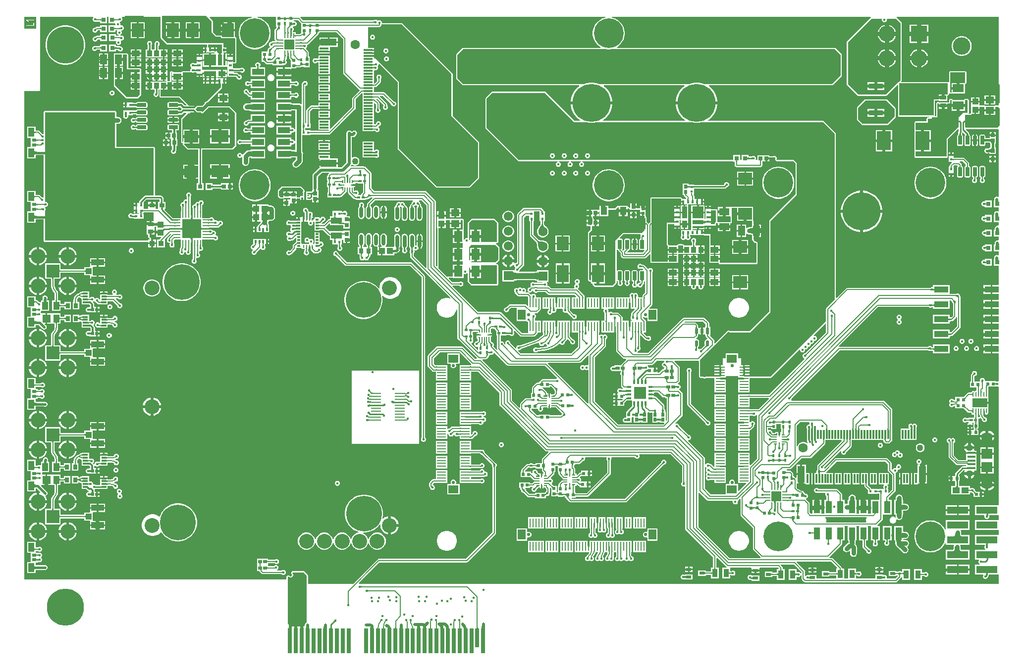
<source format=gtl>
G04*
G04 #@! TF.GenerationSoftware,Altium Limited,Altium Designer,24.4.1 (13)*
G04*
G04 Layer_Physical_Order=1*
G04 Layer_Color=255*
%FSLAX44Y44*%
%MOMM*%
G71*
G04*
G04 #@! TF.SameCoordinates,54A0BAA1-6D0C-43F7-A8F5-CCA505531DDE*
G04*
G04*
G04 #@! TF.FilePolarity,Positive*
G04*
G01*
G75*
%ADD10C,0.5000*%
%ADD12C,0.5080*%
%ADD13C,0.2000*%
%ADD17C,0.4000*%
%ADD18C,0.1524*%
%ADD19C,0.2540*%
%ADD20C,0.3000*%
%ADD24C,0.1270*%
%ADD36R,1.5499X0.2499*%
%ADD37R,1.7000X1.3500*%
%ADD38R,1.3500X1.7000*%
%ADD39R,0.2499X1.5499*%
%ADD40R,1.4500X1.1500*%
%ADD41R,0.9000X0.5000*%
%ADD42R,1.0000X0.7200*%
%ADD43R,0.7112X4.1910*%
%ADD44R,0.7112X3.2004*%
%ADD45R,0.9500X1.4500*%
%ADD46R,0.6500X0.6000*%
%ADD47R,0.5321X1.0383*%
G04:AMPARAMS|DCode=48|XSize=1.0383mm|YSize=0.5321mm|CornerRadius=0.2661mm|HoleSize=0mm|Usage=FLASHONLY|Rotation=270.000|XOffset=0mm|YOffset=0mm|HoleType=Round|Shape=RoundedRectangle|*
%AMROUNDEDRECTD48*
21,1,1.0383,0.0000,0,0,270.0*
21,1,0.5061,0.5321,0,0,270.0*
1,1,0.5321,0.0000,-0.2531*
1,1,0.5321,0.0000,0.2531*
1,1,0.5321,0.0000,0.2531*
1,1,0.5321,0.0000,-0.2531*
%
%ADD48ROUNDEDRECTD48*%
%ADD49R,0.8000X0.9500*%
%ADD50O,0.6000X2.2000*%
%ADD51O,0.6000X1.9000*%
%ADD52R,0.4750X0.3500*%
%ADD53R,0.2500X0.4750*%
%ADD54R,0.3500X0.5000*%
%ADD55R,1.8000X0.2500*%
%ADD56R,1.0000X1.4000*%
%ADD57R,1.4000X1.4000*%
%ADD58R,1.1200X2.1050*%
%ADD59R,0.9000X0.7500*%
%ADD60R,1.0500X1.0000*%
%ADD61R,2.2000X1.0500*%
%ADD62R,0.7000X0.9000*%
%ADD63R,0.9000X0.8000*%
%ADD64R,0.9500X0.9500*%
%ADD65R,0.9000X0.2600*%
%ADD66R,0.2600X0.9000*%
%ADD67R,3.2500X3.2500*%
%ADD68R,0.8500X0.3000*%
%ADD69R,1.4500X1.9000*%
%ADD70R,1.1546X1.7062*%
%ADD71R,1.1000X1.3500*%
%ADD72R,1.9900X2.3300*%
%ADD73R,0.7393X0.6725*%
%ADD74R,1.5000X1.8500*%
%ADD75R,0.9000X1.0000*%
%ADD76C,0.7413*%
%ADD77R,1.4000X1.0000*%
G04:AMPARAMS|DCode=78|XSize=1.55mm|YSize=0.6mm|CornerRadius=0.051mm|HoleSize=0mm|Usage=FLASHONLY|Rotation=90.000|XOffset=0mm|YOffset=0mm|HoleType=Round|Shape=RoundedRectangle|*
%AMROUNDEDRECTD78*
21,1,1.5500,0.4980,0,0,90.0*
21,1,1.4480,0.6000,0,0,90.0*
1,1,0.1020,0.2490,0.7240*
1,1,0.1020,0.2490,-0.7240*
1,1,0.1020,-0.2490,-0.7240*
1,1,0.1020,-0.2490,0.7240*
%
%ADD78ROUNDEDRECTD78*%
%ADD79R,0.6682X0.6725*%
%ADD80R,2.4000X3.3000*%
%ADD81R,0.5000X0.5000*%
%ADD82R,1.3061X1.0582*%
%ADD83R,0.4750X0.5000*%
%ADD84R,2.4400X1.1300*%
%ADD85R,0.2225X0.8397*%
G04:AMPARAMS|DCode=86|XSize=0.8397mm|YSize=0.2225mm|CornerRadius=0.1112mm|HoleSize=0mm|Usage=FLASHONLY|Rotation=90.000|XOffset=0mm|YOffset=0mm|HoleType=Round|Shape=RoundedRectangle|*
%AMROUNDEDRECTD86*
21,1,0.8397,0.0000,0,0,90.0*
21,1,0.6172,0.2225,0,0,90.0*
1,1,0.2225,0.0000,0.3086*
1,1,0.2225,0.0000,-0.3086*
1,1,0.2225,0.0000,-0.3086*
1,1,0.2225,0.0000,0.3086*
%
%ADD86ROUNDEDRECTD86*%
%ADD87R,0.4500X0.4500*%
%ADD88R,0.7200X0.7200*%
%ADD89R,3.6800X1.2700*%
G04:AMPARAMS|DCode=90|XSize=0.3mm|YSize=0.75mm|CornerRadius=0.0495mm|HoleSize=0mm|Usage=FLASHONLY|Rotation=180.000|XOffset=0mm|YOffset=0mm|HoleType=Round|Shape=RoundedRectangle|*
%AMROUNDEDRECTD90*
21,1,0.3000,0.6510,0,0,180.0*
21,1,0.2010,0.7500,0,0,180.0*
1,1,0.0990,-0.1005,0.3255*
1,1,0.0990,0.1005,0.3255*
1,1,0.0990,0.1005,-0.3255*
1,1,0.0990,-0.1005,-0.3255*
%
%ADD90ROUNDEDRECTD90*%
G04:AMPARAMS|DCode=91|XSize=0.3mm|YSize=0.75mm|CornerRadius=0.0495mm|HoleSize=0mm|Usage=FLASHONLY|Rotation=90.000|XOffset=0mm|YOffset=0mm|HoleType=Round|Shape=RoundedRectangle|*
%AMROUNDEDRECTD91*
21,1,0.3000,0.6510,0,0,90.0*
21,1,0.2010,0.7500,0,0,90.0*
1,1,0.0990,0.3255,0.1005*
1,1,0.0990,0.3255,-0.1005*
1,1,0.0990,-0.3255,-0.1005*
1,1,0.0990,-0.3255,0.1005*
%
%ADD91ROUNDEDRECTD91*%
%ADD92R,1.9000X1.1000*%
%ADD93R,0.8890X1.2954*%
%ADD94R,0.8890X2.1082*%
%ADD95R,1.8796X2.1082*%
%ADD96R,1.8796X0.6604*%
%ADD97R,1.8796X0.3556*%
%ADD98R,0.3302X0.5080*%
%ADD99R,0.5080X0.3302*%
%ADD100R,1.9000X1.8000*%
%ADD101R,1.3500X0.4000*%
%ADD102R,5.9182X5.5118*%
%ADD103R,2.4892X0.9398*%
%ADD104R,3.0000X2.0000*%
%ADD105R,2.3300X1.9900*%
%ADD106R,0.3000X1.5500*%
%ADD107R,1.2000X2.7500*%
%ADD108R,0.8128X0.2540*%
%ADD109R,0.2540X0.8128*%
%ADD110R,1.8034X1.8034*%
%ADD111R,0.8000X0.8000*%
%ADD112R,0.8000X0.5000*%
%ADD113R,1.0000X1.5000*%
%ADD114R,0.4500X0.4500*%
%ADD115R,0.5500X0.5500*%
%ADD116R,0.5811X0.5121*%
%ADD117R,0.6000X0.6500*%
G04:AMPARAMS|DCode=118|XSize=1.55mm|YSize=0.6mm|CornerRadius=0.051mm|HoleSize=0mm|Usage=FLASHONLY|Rotation=0.000|XOffset=0mm|YOffset=0mm|HoleType=Round|Shape=RoundedRectangle|*
%AMROUNDEDRECTD118*
21,1,1.5500,0.4980,0,0,0.0*
21,1,1.4480,0.6000,0,0,0.0*
1,1,0.1020,0.7240,-0.2490*
1,1,0.1020,-0.7240,-0.2490*
1,1,0.1020,-0.7240,0.2490*
1,1,0.1020,0.7240,0.2490*
%
%ADD118ROUNDEDRECTD118*%
%ADD119R,0.6800X0.6400*%
%ADD120R,0.7000X0.7000*%
%ADD121R,1.0500X1.1000*%
%ADD122R,0.7000X0.7000*%
%ADD123R,0.6400X0.6800*%
%ADD124R,1.1000X1.0500*%
%ADD125R,0.3700X0.2400*%
%ADD126R,0.4000X1.0800*%
%ADD127R,2.1050X1.1200*%
%ADD128R,0.5000X0.4500*%
%ADD129R,0.4500X0.5000*%
%ADD130R,0.5500X0.5500*%
%ADD131R,1.5500X0.3000*%
%ADD132R,2.7500X1.2000*%
%ADD133R,1.2954X0.8890*%
%ADD134R,2.1082X0.8890*%
%ADD135R,2.1082X1.8796*%
%ADD136R,0.6604X1.8796*%
%ADD137R,0.3556X1.8796*%
%ADD138R,0.7154X0.6725*%
%ADD139R,0.5121X0.5811*%
%ADD140R,1.7062X1.1546*%
%ADD141R,2.0000X3.0000*%
%ADD142R,1.8500X1.5000*%
%ADD143R,1.3500X1.1000*%
%ADD144R,0.6725X0.7393*%
%ADD145R,0.6725X0.7154*%
%ADD146R,1.9000X1.4500*%
%ADD147R,1.9000X1.5750*%
%ADD182R,2.5500X1.6500*%
%ADD191C,0.1800*%
%ADD192R,0.6000X0.2000*%
%ADD193R,0.2000X0.6000*%
%ADD205R,0.6000X0.2000*%
%ADD206R,0.2000X0.6000*%
%ADD218C,2.7500*%
%ADD219R,2.7500X2.7500*%
%ADD220C,2.9972*%
%ADD227C,1.1000*%
%ADD228C,1.6000*%
%ADD233C,0.2067*%
%ADD234C,0.2032*%
G04:AMPARAMS|DCode=235|XSize=2.1mm|YSize=2.1mm|CornerRadius=0.0525mm|HoleSize=0mm|Usage=FLASHONLY|Rotation=90.000|XOffset=0mm|YOffset=0mm|HoleType=Round|Shape=RoundedRectangle|*
%AMROUNDEDRECTD235*
21,1,2.1000,1.9950,0,0,90.0*
21,1,1.9950,2.1000,0,0,90.0*
1,1,0.1050,0.9975,0.9975*
1,1,0.1050,0.9975,-0.9975*
1,1,0.1050,-0.9975,-0.9975*
1,1,0.1050,-0.9975,0.9975*
%
%ADD235ROUNDEDRECTD235*%
%ADD236C,0.3810*%
%ADD237C,0.7620*%
%ADD238C,0.2060*%
%ADD239C,1.0160*%
%ADD240C,1.0000*%
%ADD241C,0.6350*%
%ADD242C,0.8000*%
%ADD243R,2.2500X2.2500*%
%ADD244C,2.5500*%
%ADD245C,0.5502*%
%ADD246C,6.0960*%
%ADD247C,2.5400*%
%ADD248C,1.5500*%
%ADD249R,1.5500X1.5500*%
%ADD250R,1.6000X1.6000*%
%ADD251O,1.9000X1.2000*%
%ADD252O,1.2500X1.0500*%
%ADD253C,6.5000*%
%ADD254C,6.3500*%
%ADD255C,0.4500*%
%ADD256C,5.0800*%
G36*
X462710Y1104339D02*
X462771Y1104166D01*
X462875Y1104014D01*
X463019Y1103882D01*
X463205Y1103770D01*
X463432Y1103679D01*
X463700Y1103607D01*
X464009Y1103557D01*
X464360Y1103526D01*
X464752Y1103516D01*
Y1101484D01*
X464360Y1101474D01*
X464009Y1101443D01*
X463700Y1101393D01*
X463432Y1101321D01*
X463205Y1101230D01*
X463019Y1101118D01*
X462875Y1100986D01*
X462771Y1100834D01*
X462710Y1100661D01*
X462689Y1100468D01*
Y1104532D01*
X462710Y1104339D01*
D02*
G37*
G36*
X457311Y1100093D02*
X457290Y1100286D01*
X457229Y1100459D01*
X457125Y1100611D01*
X456981Y1100743D01*
X456795Y1100855D01*
X456568Y1100946D01*
X456300Y1101018D01*
X455991Y1101068D01*
X455640Y1101099D01*
X455248Y1101109D01*
Y1103141D01*
X455640Y1103151D01*
X455991Y1103182D01*
X456300Y1103232D01*
X456568Y1103304D01*
X456795Y1103395D01*
X456981Y1103507D01*
X457125Y1103639D01*
X457229Y1103791D01*
X457290Y1103964D01*
X457311Y1104157D01*
Y1100093D01*
D02*
G37*
G36*
X452210Y1103964D02*
X452271Y1103791D01*
X452375Y1103639D01*
X452519Y1103507D01*
X452705Y1103395D01*
X452932Y1103304D01*
X453200Y1103232D01*
X453509Y1103182D01*
X453860Y1103151D01*
X454252Y1103141D01*
Y1101109D01*
X453860Y1101099D01*
X453509Y1101068D01*
X453200Y1101018D01*
X452932Y1100946D01*
X452705Y1100855D01*
X452519Y1100743D01*
X452375Y1100611D01*
X452271Y1100459D01*
X452210Y1100286D01*
X452189Y1100093D01*
Y1104157D01*
X452210Y1103964D01*
D02*
G37*
G36*
X447811Y1100093D02*
X447790Y1100286D01*
X447729Y1100459D01*
X447625Y1100611D01*
X447481Y1100743D01*
X447295Y1100855D01*
X447068Y1100946D01*
X446800Y1101018D01*
X446491Y1101068D01*
X446140Y1101099D01*
X445748Y1101109D01*
Y1103141D01*
X446140Y1103151D01*
X446491Y1103182D01*
X446800Y1103232D01*
X447068Y1103304D01*
X447295Y1103395D01*
X447481Y1103507D01*
X447625Y1103639D01*
X447729Y1103791D01*
X447790Y1103964D01*
X447811Y1104157D01*
Y1100093D01*
D02*
G37*
G36*
X442710Y1103964D02*
X442771Y1103791D01*
X442875Y1103639D01*
X443019Y1103507D01*
X443205Y1103395D01*
X443432Y1103304D01*
X443700Y1103232D01*
X444009Y1103182D01*
X444360Y1103151D01*
X444752Y1103141D01*
Y1101109D01*
X444360Y1101099D01*
X444009Y1101068D01*
X443700Y1101018D01*
X443432Y1100946D01*
X443205Y1100855D01*
X443019Y1100743D01*
X442875Y1100611D01*
X442771Y1100459D01*
X442710Y1100286D01*
X442689Y1100093D01*
Y1104157D01*
X442710Y1103964D01*
D02*
G37*
G36*
X167717Y1098984D02*
X165120Y1098984D01*
X164824Y1101016D01*
X165062Y1101023D01*
X165279Y1101043D01*
X165475Y1101076D01*
X165649Y1101123D01*
X165802Y1101183D01*
X165933Y1101257D01*
X166043Y1101344D01*
X166131Y1101445D01*
X166198Y1101559D01*
X166244Y1101686D01*
X167717Y1098984D01*
D02*
G37*
G36*
X158960Y1101839D02*
X159022Y1101666D01*
X159125Y1101514D01*
X159269Y1101382D01*
X159455Y1101270D01*
X159682Y1101179D01*
X159950Y1101107D01*
X160259Y1101057D01*
X160610Y1101026D01*
X161001Y1101016D01*
Y1098984D01*
X160610Y1098974D01*
X160259Y1098943D01*
X159950Y1098893D01*
X159682Y1098821D01*
X159455Y1098730D01*
X159269Y1098618D01*
X159125Y1098486D01*
X159022Y1098334D01*
X158960Y1098161D01*
X158939Y1097968D01*
Y1102032D01*
X158960Y1101839D01*
D02*
G37*
G36*
X136061Y1097968D02*
X136040Y1098161D01*
X135978Y1098334D01*
X135875Y1098486D01*
X135731Y1098618D01*
X135545Y1098730D01*
X135318Y1098821D01*
X135050Y1098893D01*
X134741Y1098943D01*
X134390Y1098974D01*
X133998Y1098984D01*
Y1101016D01*
X134390Y1101026D01*
X134741Y1101057D01*
X135050Y1101107D01*
X135318Y1101179D01*
X135545Y1101270D01*
X135731Y1101382D01*
X135875Y1101514D01*
X135978Y1101666D01*
X136040Y1101839D01*
X136061Y1102032D01*
Y1097968D01*
D02*
G37*
G36*
X1502500Y1094000D02*
Y997000D01*
X1499059Y993559D01*
X1498062D01*
Y992562D01*
X1477500Y972000D01*
X1430000D01*
X1412500Y989500D01*
Y1062000D01*
X1452500Y1102000D01*
X1470085D01*
X1470791Y1100944D01*
X1470750Y1100845D01*
Y1099155D01*
X1471397Y1097593D01*
X1472593Y1096397D01*
X1474155Y1095750D01*
X1475845D01*
X1477407Y1096397D01*
X1478603Y1097593D01*
X1479250Y1099155D01*
Y1100845D01*
X1479209Y1100944D01*
X1479915Y1102000D01*
X1494500D01*
X1502500Y1094000D01*
D02*
G37*
G36*
X603393Y1094425D02*
X603277Y1094531D01*
X603148Y1094626D01*
X603005Y1094710D01*
X602850Y1094783D01*
X602682Y1094844D01*
X602500Y1094895D01*
X602305Y1094934D01*
X602097Y1094962D01*
X601876Y1094978D01*
X601642Y1094984D01*
Y1097016D01*
X601876Y1097022D01*
X602305Y1097066D01*
X602500Y1097105D01*
X602682Y1097156D01*
X602850Y1097217D01*
X603005Y1097290D01*
X603148Y1097374D01*
X603277Y1097469D01*
X603393Y1097575D01*
Y1094425D01*
D02*
G37*
G36*
X613194Y1093080D02*
X613157Y1093017D01*
X613124Y1092931D01*
X613095Y1092822D01*
X613071Y1092690D01*
X613051Y1092536D01*
X613025Y1092159D01*
X613016Y1091690D01*
X610984D01*
X610982Y1091936D01*
X610929Y1092690D01*
X610905Y1092822D01*
X610876Y1092931D01*
X610843Y1093017D01*
X610806Y1093080D01*
X610764Y1093120D01*
X613236D01*
X613194Y1093080D01*
D02*
G37*
G36*
X462710Y1095089D02*
X462771Y1094916D01*
X462875Y1094764D01*
X463019Y1094632D01*
X463205Y1094520D01*
X463432Y1094428D01*
X463700Y1094357D01*
X463710Y1094356D01*
X463838Y1094385D01*
X464011Y1094438D01*
X464171Y1094500D01*
X464319Y1094572D01*
X464455Y1094653D01*
X464578Y1094744D01*
X464525Y1094272D01*
X464752Y1094266D01*
Y1092234D01*
X464360Y1092224D01*
X464296Y1092218D01*
X464228Y1091613D01*
X464124Y1091731D01*
X464005Y1091837D01*
X463872Y1091930D01*
X463724Y1092010D01*
X463562Y1092079D01*
X463515Y1092094D01*
X463432Y1092071D01*
X463205Y1091980D01*
X463019Y1091868D01*
X462875Y1091736D01*
X462771Y1091584D01*
X462710Y1091411D01*
X462689Y1091218D01*
Y1092230D01*
X462534Y1092234D01*
X462689Y1093463D01*
Y1095282D01*
X462710Y1095089D01*
D02*
G37*
G36*
X452220Y1091780D02*
X452086Y1091760D01*
X451966Y1091699D01*
X451861Y1091598D01*
X451769Y1091455D01*
X451692Y1091273D01*
X451629Y1091049D01*
X451579Y1090785D01*
X451544Y1090480D01*
X451523Y1090135D01*
X451516Y1089749D01*
X449484D01*
X449474Y1090139D01*
X449443Y1090488D01*
X449393Y1090797D01*
X449321Y1091065D01*
X449230Y1091291D01*
X449118Y1091477D01*
X448986Y1091622D01*
X448834Y1091726D01*
X448661Y1091789D01*
X448468Y1091811D01*
X452220Y1091780D01*
D02*
G37*
G36*
X460615Y1090790D02*
X460466Y1090732D01*
X460336Y1090635D01*
X460222Y1090500D01*
X460126Y1090328D01*
X460048Y1090117D01*
X459987Y1089868D01*
X459943Y1089581D01*
X459917Y1089256D01*
X459908Y1088892D01*
X457876D01*
X457870Y1089251D01*
X457823Y1089855D01*
X457781Y1090101D01*
X457727Y1090308D01*
X457662Y1090478D01*
X457584Y1090611D01*
X457495Y1090705D01*
X457394Y1090762D01*
X457281Y1090780D01*
X460780Y1090811D01*
X460615Y1090790D01*
D02*
G37*
G36*
X507710Y1092339D02*
X507771Y1092166D01*
X507875Y1092014D01*
X508019Y1091882D01*
X508205Y1091770D01*
X508432Y1091679D01*
X508700Y1091607D01*
X509009Y1091557D01*
X509360Y1091526D01*
X509752Y1091516D01*
Y1089484D01*
X509360Y1089474D01*
X509009Y1089443D01*
X508700Y1089393D01*
X508432Y1089321D01*
X508205Y1089230D01*
X508019Y1089118D01*
X507875Y1088986D01*
X507771Y1088834D01*
X507710Y1088661D01*
X507689Y1088468D01*
Y1092532D01*
X507710Y1092339D01*
D02*
G37*
G36*
X495210Y1091964D02*
X495271Y1091791D01*
X495375Y1091639D01*
X495519Y1091507D01*
X495705Y1091395D01*
X495932Y1091304D01*
X496200Y1091232D01*
X496509Y1091182D01*
X496860Y1091151D01*
X497252Y1091141D01*
Y1089109D01*
X496860Y1089099D01*
X496509Y1089068D01*
X496200Y1089018D01*
X495932Y1088946D01*
X495705Y1088855D01*
X495519Y1088743D01*
X495375Y1088611D01*
X495271Y1088459D01*
X495210Y1088286D01*
X495189Y1088093D01*
Y1092157D01*
X495210Y1091964D01*
D02*
G37*
G36*
X490811Y1088093D02*
X490790Y1088286D01*
X490728Y1088459D01*
X490625Y1088611D01*
X490481Y1088743D01*
X490295Y1088855D01*
X490069Y1088946D01*
X489800Y1089018D01*
X489491Y1089068D01*
X489140Y1089099D01*
X488749Y1089109D01*
Y1091141D01*
X489140Y1091151D01*
X489491Y1091182D01*
X489800Y1091232D01*
X490069Y1091304D01*
X490295Y1091395D01*
X490481Y1091507D01*
X490625Y1091639D01*
X490728Y1091791D01*
X490790Y1091964D01*
X490811Y1092157D01*
Y1088093D01*
D02*
G37*
G36*
X485710Y1091964D02*
X485771Y1091791D01*
X485875Y1091639D01*
X486019Y1091507D01*
X486205Y1091395D01*
X486432Y1091304D01*
X486700Y1091232D01*
X487009Y1091182D01*
X487360Y1091151D01*
X487752Y1091141D01*
Y1089109D01*
X487360Y1089099D01*
X487009Y1089068D01*
X486700Y1089018D01*
X486432Y1088946D01*
X486205Y1088855D01*
X486019Y1088743D01*
X485875Y1088611D01*
X485771Y1088459D01*
X485710Y1088286D01*
X485689Y1088093D01*
Y1092157D01*
X485710Y1091964D01*
D02*
G37*
G36*
X441839Y1090790D02*
X441666Y1090729D01*
X441514Y1090625D01*
X441382Y1090481D01*
X441270Y1090295D01*
X441179Y1090069D01*
X441107Y1089800D01*
X441057Y1089491D01*
X441026Y1089140D01*
X441025Y1089092D01*
X441066Y1088695D01*
X441105Y1088500D01*
X441156Y1088318D01*
X441217Y1088150D01*
X441290Y1087995D01*
X441374Y1087852D01*
X441469Y1087723D01*
X441575Y1087607D01*
X438425Y1087607D01*
X438531Y1087723D01*
X438626Y1087852D01*
X438710Y1087995D01*
X438783Y1088150D01*
X438844Y1088318D01*
X438895Y1088500D01*
X438934Y1088695D01*
X438962Y1088903D01*
X438975Y1089083D01*
X438974Y1089140D01*
X438943Y1089491D01*
X438893Y1089800D01*
X438821Y1090069D01*
X438730Y1090295D01*
X438618Y1090481D01*
X438486Y1090625D01*
X438334Y1090729D01*
X438161Y1090790D01*
X437968Y1090811D01*
X442032D01*
X441839Y1090790D01*
D02*
G37*
G36*
X735000Y1007000D02*
Y935000D01*
X780000Y890000D01*
Y830000D01*
X765000Y815000D01*
X710000D01*
X645000Y880000D01*
Y994000D01*
X605000Y1034000D01*
X602500D01*
Y1034500D01*
Y1036501D01*
X592750D01*
Y1039500D01*
X602500D01*
Y1041500D01*
X592750D01*
Y1044500D01*
X602500D01*
Y1046500D01*
X592750D01*
Y1049500D01*
X602500D01*
Y1051500D01*
X592750D01*
Y1087425D01*
X610810D01*
X610810Y1087425D01*
X611987Y1087659D01*
X612984Y1088326D01*
X614174Y1089516D01*
X614174Y1089516D01*
X614841Y1090514D01*
X615075Y1091690D01*
Y1092000D01*
X650000D01*
X735000Y1007000D01*
D02*
G37*
G36*
X169715Y1083891D02*
X169655Y1083909D01*
X169573Y1083925D01*
X169470Y1083939D01*
X169032Y1083969D01*
X168151Y1083984D01*
X166900Y1086016D01*
X167138Y1086023D01*
X167355Y1086043D01*
X167552Y1086077D01*
X167728Y1086125D01*
X167885Y1086186D01*
X168020Y1086261D01*
X168136Y1086350D01*
X168231Y1086452D01*
X168306Y1086567D01*
X168361Y1086697D01*
X169715Y1083891D01*
D02*
G37*
G36*
X158960Y1086839D02*
X159022Y1086666D01*
X159125Y1086514D01*
X159269Y1086382D01*
X159455Y1086270D01*
X159682Y1086179D01*
X159950Y1086107D01*
X160259Y1086057D01*
X160610Y1086026D01*
X161001Y1086016D01*
Y1083984D01*
X160610Y1083974D01*
X160259Y1083943D01*
X159950Y1083893D01*
X159682Y1083821D01*
X159455Y1083730D01*
X159269Y1083618D01*
X159125Y1083486D01*
X159022Y1083334D01*
X158960Y1083161D01*
X158939Y1082968D01*
Y1087032D01*
X158960Y1086839D01*
D02*
G37*
G36*
X439977Y1083750D02*
X439820Y1083743D01*
X439662Y1083719D01*
X439502Y1083678D01*
X439341Y1083619D01*
X439178Y1083543D01*
X439014Y1083450D01*
X438848Y1083341D01*
X438682Y1083213D01*
X438514Y1083069D01*
X438344Y1082907D01*
X436907Y1084344D01*
X437069Y1084514D01*
X437341Y1084848D01*
X437450Y1085014D01*
X437543Y1085178D01*
X437619Y1085340D01*
X437678Y1085502D01*
X437719Y1085662D01*
X437743Y1085820D01*
X437750Y1085977D01*
X439977Y1083750D01*
D02*
G37*
G36*
X462178Y1082083D02*
X462101Y1082023D01*
X462032Y1081941D01*
X461970Y1081839D01*
X461917Y1081715D01*
X461872Y1081571D01*
X461835Y1081406D01*
X461807Y1081220D01*
X461786Y1081013D01*
X461770Y1080536D01*
X459230Y1081261D01*
X459229Y1081516D01*
X459151Y1082661D01*
X459131Y1082734D01*
X459107Y1082783D01*
X462178Y1082083D01*
D02*
G37*
G36*
X507710Y1083339D02*
X507771Y1083166D01*
X507875Y1083014D01*
X508019Y1082882D01*
X508205Y1082770D01*
X508432Y1082679D01*
X508700Y1082607D01*
X509009Y1082557D01*
X509360Y1082526D01*
X509752Y1082516D01*
Y1080484D01*
X509360Y1080474D01*
X509009Y1080443D01*
X508700Y1080393D01*
X508432Y1080321D01*
X508205Y1080230D01*
X508019Y1080118D01*
X507875Y1079986D01*
X507771Y1079834D01*
X507710Y1079661D01*
X507689Y1079468D01*
Y1083532D01*
X507710Y1083339D01*
D02*
G37*
G36*
X494839Y1079790D02*
X494666Y1079728D01*
X494514Y1079625D01*
X494382Y1079481D01*
X494270Y1079295D01*
X494179Y1079069D01*
X494107Y1078800D01*
X494057Y1078491D01*
X494026Y1078140D01*
X494016Y1077748D01*
X491984D01*
X491974Y1078140D01*
X491943Y1078491D01*
X491893Y1078800D01*
X491821Y1079069D01*
X491730Y1079295D01*
X491618Y1079481D01*
X491486Y1079625D01*
X491334Y1079728D01*
X491161Y1079790D01*
X490968Y1079811D01*
X495032D01*
X494839Y1079790D01*
D02*
G37*
G36*
X506635Y1078793D02*
X506505Y1078738D01*
X506391Y1078648D01*
X506291Y1078521D01*
X506207Y1078358D01*
X506138Y1078159D01*
X506085Y1077924D01*
X506047Y1077652D01*
X506024Y1077344D01*
X506016Y1077000D01*
X503984D01*
X503976Y1077344D01*
X503915Y1077924D01*
X503862Y1078159D01*
X503793Y1078358D01*
X503709Y1078521D01*
X503609Y1078648D01*
X503495Y1078738D01*
X503365Y1078793D01*
X503219Y1078811D01*
X506781D01*
X506635Y1078793D01*
D02*
G37*
G36*
X484839Y1078790D02*
X484666Y1078728D01*
X484514Y1078625D01*
X484382Y1078481D01*
X484270Y1078295D01*
X484179Y1078068D01*
X484107Y1077800D01*
X484079Y1077630D01*
X484105Y1077500D01*
X484156Y1077318D01*
X484217Y1077150D01*
X484290Y1076994D01*
X484374Y1076852D01*
X484469Y1076723D01*
X484575Y1076607D01*
X481425D01*
X481531Y1076723D01*
X481626Y1076852D01*
X481710Y1076994D01*
X481783Y1077150D01*
X481844Y1077318D01*
X481895Y1077500D01*
X481921Y1077630D01*
X481893Y1077800D01*
X481821Y1078068D01*
X481730Y1078295D01*
X481618Y1078481D01*
X481486Y1078625D01*
X481334Y1078728D01*
X481161Y1078790D01*
X480968Y1078811D01*
X485032D01*
X484839Y1078790D01*
D02*
G37*
G36*
X456518Y1078157D02*
X456596Y1076837D01*
X456626Y1076694D01*
X456659Y1076593D01*
X456697Y1076532D01*
X456740Y1076512D01*
X454260D01*
X454303Y1076532D01*
X454341Y1076593D01*
X454375Y1076694D01*
X454403Y1076837D01*
X454428Y1077020D01*
X454464Y1077507D01*
X454484Y1078543D01*
X456516D01*
X456518Y1078157D01*
D02*
G37*
G36*
X451518D02*
X451596Y1076837D01*
X451626Y1076694D01*
X451659Y1076593D01*
X451697Y1076532D01*
X451740Y1076512D01*
X449260D01*
X449303Y1076532D01*
X449341Y1076593D01*
X449375Y1076694D01*
X449403Y1076837D01*
X449428Y1077020D01*
X449464Y1077507D01*
X449484Y1078543D01*
X451516D01*
X451518Y1078157D01*
D02*
G37*
G36*
X477826Y1093826D02*
X477826Y1093826D01*
X478250Y1093542D01*
Y1085750D01*
Y1077530D01*
X477860Y1077452D01*
X476863Y1076786D01*
X476863Y1076786D01*
X475630Y1075553D01*
X468770D01*
Y1078542D01*
X463834D01*
Y1080824D01*
X464603Y1081593D01*
X465250Y1083155D01*
Y1084845D01*
X464603Y1086407D01*
X463933Y1087078D01*
X464187Y1088478D01*
X464750Y1088750D01*
X465958Y1088750D01*
X466845D01*
X468407Y1089397D01*
X469603Y1090593D01*
X470250Y1092155D01*
Y1093845D01*
X469603Y1095407D01*
X468407Y1096603D01*
X466845Y1097250D01*
X465592D01*
X464977Y1098447D01*
X465430Y1099425D01*
X472226D01*
X477826Y1093826D01*
D02*
G37*
G36*
X481689Y1073171D02*
X481565Y1073252D01*
X481428Y1073324D01*
X481279Y1073387D01*
X481118Y1073443D01*
X480944Y1073489D01*
X480758Y1073527D01*
X480560Y1073557D01*
X480127Y1073591D01*
X479892Y1073595D01*
X479489Y1075627D01*
X479724Y1075634D01*
X479943Y1075653D01*
X480147Y1075685D01*
X480336Y1075731D01*
X480509Y1075789D01*
X480667Y1075860D01*
X480810Y1075944D01*
X480937Y1076041D01*
X481049Y1076151D01*
X481145Y1076274D01*
X481689Y1073171D01*
D02*
G37*
G36*
X208437Y1105000D02*
X237961D01*
Y1069092D01*
X238116Y1068312D01*
X238558Y1067650D01*
X238558Y1067650D01*
X247708Y1058500D01*
X248370Y1058058D01*
X249150Y1057903D01*
X316961D01*
Y1052956D01*
X315916D01*
Y1048416D01*
Y1043876D01*
X318067D01*
X318067Y1043876D01*
X318765D01*
Y1043876D01*
X319337Y1043876D01*
X323993D01*
X324036Y1043867D01*
X324080Y1043876D01*
X326067D01*
Y1043876D01*
X326765D01*
Y1043876D01*
X328752D01*
X328796Y1043867D01*
X328839Y1043876D01*
X330632D01*
X330695Y1043768D01*
X329963Y1042498D01*
X323916D01*
Y1031100D01*
Y1019702D01*
X350697D01*
X350894Y1019663D01*
X351060D01*
X351291Y1019433D01*
X351638D01*
Y1019089D01*
X352292Y1018439D01*
X352292Y1017079D01*
X352292Y1010000D01*
X352292Y1009079D01*
Y1002349D01*
X359298D01*
X359342Y1002340D01*
X359370Y1002346D01*
X359399Y1002341D01*
X359434Y1002349D01*
X361372D01*
Y1002666D01*
X366357D01*
X367750Y1001273D01*
Y1001155D01*
X368397Y999593D01*
X369593Y998397D01*
X371155Y997750D01*
X372845D01*
X374407Y998397D01*
X375603Y999593D01*
X376250Y1001155D01*
Y1002845D01*
X375603Y1004407D01*
X374407Y1005603D01*
X372845Y1006250D01*
X372209D01*
X372173Y1006280D01*
X370096Y1008357D01*
X369014Y1009080D01*
X367738Y1009334D01*
X363335D01*
X362950Y1010000D01*
X363335Y1010666D01*
X374319D01*
X374324Y1010665D01*
X374593Y1010397D01*
X376155Y1009750D01*
X377845D01*
X379407Y1010397D01*
X380603Y1011593D01*
X381250Y1013155D01*
Y1014845D01*
X380603Y1016407D01*
X379407Y1017603D01*
X377845Y1018250D01*
X376155D01*
X374593Y1017603D01*
X374328Y1017338D01*
X374270Y1017334D01*
X361988D01*
X361372Y1018349D01*
X361372Y1018921D01*
Y1025514D01*
X365175D01*
X365955Y1025669D01*
X366617Y1026111D01*
X367059Y1026772D01*
X367214Y1027553D01*
Y1067132D01*
X367194Y1067235D01*
X367204Y1067340D01*
X367079Y1068558D01*
X366992Y1068841D01*
X366934Y1069130D01*
X366875Y1069218D01*
X366844Y1069319D01*
X366656Y1069546D01*
X366492Y1069792D01*
X366404Y1069850D01*
X366337Y1069932D01*
X366076Y1070070D01*
X365830Y1070234D01*
X365727Y1070255D01*
X365634Y1070304D01*
X365340Y1070332D01*
X365050Y1070389D01*
Y1080500D01*
X353100D01*
X343211D01*
Y1080165D01*
Y1071000D01*
X343161Y1071475D01*
X343010Y1071900D01*
X342758Y1072275D01*
X342406Y1072600D01*
X341953Y1072875D01*
X341400Y1073100D01*
X341150Y1073167D01*
Y1073070D01*
X341112Y1073039D01*
X332932D01*
X327039Y1078932D01*
Y1097500D01*
X327039Y1097500D01*
X326884Y1098280D01*
X326442Y1098942D01*
X321557Y1103827D01*
X322043Y1105000D01*
X393188D01*
X393288Y1103730D01*
X392159Y1103551D01*
X388057Y1102218D01*
X384214Y1100260D01*
X380725Y1097725D01*
X377676Y1094676D01*
X375140Y1091187D01*
X373182Y1087344D01*
X371850Y1083242D01*
X371175Y1078982D01*
Y1074669D01*
X371850Y1070410D01*
X373182Y1066308D01*
X375140Y1062465D01*
X377676Y1058976D01*
X380725Y1055926D01*
X384214Y1053391D01*
X388057Y1051433D01*
X392159Y1050100D01*
X396419Y1049426D01*
X400732D01*
X404991Y1050100D01*
X409093Y1051433D01*
X412936Y1053391D01*
X416425Y1055926D01*
X419475Y1058976D01*
X422010Y1062465D01*
X423968Y1066308D01*
X425300Y1070410D01*
X425975Y1074669D01*
Y1078982D01*
X425300Y1083242D01*
X423968Y1087344D01*
X422010Y1091187D01*
X419475Y1094676D01*
X416425Y1097725D01*
X412936Y1100260D01*
X409093Y1102218D01*
X404991Y1103551D01*
X403862Y1103730D01*
X403962Y1105000D01*
X435250D01*
Y1097750D01*
Y1088750D01*
X435250D01*
X436013Y1087480D01*
X435750Y1086845D01*
Y1086219D01*
X435728Y1086130D01*
X435727Y1086128D01*
X435727Y1086124D01*
X435720Y1086096D01*
X435712Y1086082D01*
X435696Y1086058D01*
X435639Y1085988D01*
X433326Y1083674D01*
X432659Y1082677D01*
X432425Y1081500D01*
X432425Y1081500D01*
Y1067500D01*
X432425Y1067500D01*
X432659Y1066323D01*
X433326Y1065326D01*
X433903Y1064748D01*
X433417Y1063575D01*
X429500D01*
X429500Y1063575D01*
X428323Y1063341D01*
X427326Y1062674D01*
X426950Y1062299D01*
X426928Y1062281D01*
X426883Y1062250D01*
X426155D01*
X424593Y1061603D01*
X423397Y1060407D01*
X422750Y1058845D01*
Y1057155D01*
X423397Y1055593D01*
X424593Y1054397D01*
X424705Y1054351D01*
X424958Y1053030D01*
X424250Y1052250D01*
X424155D01*
X422593Y1051603D01*
X421397Y1050407D01*
X420750Y1048845D01*
Y1047155D01*
X420894Y1046806D01*
X420189Y1045750D01*
X410750D01*
Y1037520D01*
X410750Y1036250D01*
X410750D01*
Y1036250D01*
X410750D01*
Y1027750D01*
X414440D01*
X414605Y1027641D01*
X415710Y1026708D01*
X417593Y1024826D01*
X418590Y1024159D01*
X419767Y1023925D01*
X419767Y1023925D01*
X428750D01*
Y1022250D01*
X447250D01*
Y1022250D01*
X448058Y1022790D01*
X448155Y1022750D01*
X449845D01*
X451407Y1023397D01*
X452603Y1024593D01*
X453250Y1026155D01*
Y1027845D01*
X452603Y1029407D01*
X452160Y1029850D01*
X452113Y1029928D01*
X452112Y1029931D01*
X452109Y1029934D01*
X452094Y1029959D01*
X452090Y1029974D01*
X452085Y1030002D01*
X452075Y1030093D01*
Y1031672D01*
X452674Y1032271D01*
X452674Y1032271D01*
X453341Y1033269D01*
X453575Y1034446D01*
Y1037458D01*
X454000D01*
Y1043522D01*
X457000D01*
Y1037458D01*
X457425D01*
Y1035000D01*
X457425Y1035000D01*
X457659Y1033823D01*
X458326Y1032826D01*
X459753Y1031398D01*
X460054Y1031075D01*
X460250Y1030831D01*
Y1018476D01*
X450000D01*
Y1012376D01*
X458995D01*
Y1016445D01*
X459071Y1016111D01*
X459299Y1015812D01*
X459680Y1015548D01*
X460214Y1015319D01*
X460900Y1015126D01*
X461025Y1015102D01*
Y1016750D01*
X469750D01*
Y1018425D01*
X475500D01*
X475500Y1018425D01*
X476677Y1018659D01*
X477674Y1019326D01*
X478099Y1019750D01*
X482250D01*
X483250Y1019098D01*
Y1018750D01*
X492750D01*
Y1027750D01*
Y1037250D01*
X491075D01*
Y1044000D01*
X490841Y1045177D01*
X490174Y1046174D01*
X490174Y1046174D01*
X486166Y1050183D01*
X486407Y1051397D01*
X487603Y1052593D01*
X488250Y1054155D01*
Y1055845D01*
X488122Y1056155D01*
X488248Y1056580D01*
X488935Y1057511D01*
X489677Y1057659D01*
X490674Y1058326D01*
X507174Y1074826D01*
X507841Y1075823D01*
X508025Y1076750D01*
X509750D01*
Y1078425D01*
X538226D01*
X549925Y1066726D01*
Y1009000D01*
X549925Y1009000D01*
X550159Y1007823D01*
X550826Y1006826D01*
X568826Y988826D01*
X576826Y980826D01*
X577338Y980483D01*
X577649Y978997D01*
X565826Y967174D01*
X565159Y966177D01*
X564925Y965000D01*
X564925Y965000D01*
Y950274D01*
X528173Y913522D01*
X527000Y914008D01*
Y922000D01*
Y929001D01*
X517250D01*
X507500D01*
Y922000D01*
Y912000D01*
X524618D01*
X525148Y910795D01*
X524570Y910075D01*
X494250D01*
Y911250D01*
X485075D01*
Y914750D01*
X494250D01*
Y923250D01*
X493075D01*
Y943102D01*
X497398Y947425D01*
X507500D01*
Y947000D01*
X509487D01*
X509530Y946991D01*
X509574Y947000D01*
X517250D01*
X527000D01*
Y952000D01*
Y959000D01*
X517250D01*
X507500D01*
Y953575D01*
X496124D01*
X496124Y953575D01*
X494947Y953341D01*
X493950Y952674D01*
X493950Y952674D01*
X487826Y946550D01*
X487159Y945553D01*
X486925Y944376D01*
X486925Y944376D01*
Y923250D01*
X485075D01*
Y986750D01*
X485845D01*
X487407Y987397D01*
X488603Y988593D01*
X489250Y990155D01*
Y991845D01*
X488603Y993407D01*
X487407Y994603D01*
X485845Y995250D01*
X484155D01*
X482593Y994603D01*
X481843Y993853D01*
X481016Y993301D01*
X481016Y993301D01*
X479826Y992110D01*
X479570Y991728D01*
X479498Y991643D01*
X479484Y991599D01*
X479159Y991113D01*
X478925Y989936D01*
X478925Y989936D01*
Y956199D01*
X477655Y955546D01*
X476267Y956473D01*
X474000Y956924D01*
X473377Y956800D01*
X464238D01*
X462913Y956876D01*
X462053Y956983D01*
X461367Y957113D01*
X461025Y957209D01*
Y958476D01*
X459038D01*
X458995Y958485D01*
X458951Y958476D01*
X435975D01*
Y943276D01*
X458951D01*
X458995Y943267D01*
X459038Y943276D01*
X461025D01*
Y944543D01*
X461367Y944639D01*
X462006Y944760D01*
X464504Y944952D01*
X468076D01*
Y913169D01*
X466806Y912917D01*
X466603Y913407D01*
X465407Y914603D01*
X463845Y915250D01*
X462155D01*
X462081Y915219D01*
X461025Y915925D01*
Y918476D01*
X435975D01*
Y903276D01*
X461025D01*
Y906075D01*
X462081Y906780D01*
X462155Y906750D01*
X463845D01*
X465407Y907397D01*
X466603Y908593D01*
X466806Y909083D01*
X468076Y908830D01*
Y893169D01*
X466806Y892917D01*
X466603Y893407D01*
X465407Y894603D01*
X463845Y895250D01*
X462155D01*
X462081Y895219D01*
X461025Y895925D01*
Y898476D01*
X435975D01*
Y883276D01*
X461025D01*
Y886075D01*
X462081Y886780D01*
X462155Y886750D01*
X463845D01*
X465407Y887397D01*
X466603Y888593D01*
X466806Y889083D01*
X468076Y888830D01*
Y876993D01*
X464247D01*
X463072Y877051D01*
X462143Y877149D01*
X461395Y877269D01*
X461025Y877358D01*
Y878476D01*
X459038D01*
X458995Y878485D01*
X458951Y878476D01*
X435975D01*
Y863276D01*
X458951D01*
X458995Y863267D01*
X459038Y863276D01*
X461025D01*
Y864394D01*
X461395Y864482D01*
X462103Y864596D01*
X464583Y864758D01*
X469076D01*
Y861454D01*
X464811Y857189D01*
X463527Y855267D01*
X463076Y853000D01*
X463527Y850733D01*
X464811Y848811D01*
X466733Y847527D01*
X469000Y847076D01*
X471267Y847527D01*
X473189Y848811D01*
X479189Y854811D01*
X480473Y856733D01*
X480924Y859000D01*
Y870026D01*
X481118Y871000D01*
X480652Y873341D01*
X479924Y874431D01*
Y902750D01*
X494250D01*
Y903925D01*
X526000D01*
X526000Y903925D01*
X527177Y904159D01*
X528174Y904826D01*
X570174Y946825D01*
X570174Y946826D01*
X570841Y947823D01*
X571075Y949000D01*
Y963726D01*
X581730Y974381D01*
X583000Y973855D01*
Y969500D01*
Y959500D01*
Y949500D01*
Y939500D01*
Y929500D01*
Y919500D01*
Y909500D01*
X600426D01*
X600470Y909491D01*
X600513Y909500D01*
X602500D01*
Y909925D01*
X604259D01*
X604397Y909593D01*
X605593Y908397D01*
X607155Y907750D01*
X608845D01*
X610407Y908397D01*
X611603Y909593D01*
X612250Y911155D01*
Y912845D01*
X611603Y914407D01*
X610407Y915603D01*
X610295Y915649D01*
X610042Y916970D01*
X610750Y917750D01*
X610845D01*
X612407Y918397D01*
X613603Y919593D01*
X614250Y921155D01*
Y922845D01*
X613603Y924407D01*
X612407Y925603D01*
X610845Y926250D01*
X609155D01*
X607593Y925603D01*
X606397Y924407D01*
X605750Y922845D01*
Y922219D01*
X605728Y922131D01*
X605727Y922128D01*
X605727Y922124D01*
X605720Y922096D01*
X605712Y922082D01*
X605696Y922058D01*
X605639Y921988D01*
X604726Y921075D01*
X602500D01*
Y934500D01*
Y944500D01*
Y957046D01*
X603673Y957532D01*
X605925Y955281D01*
Y948058D01*
X605922Y948032D01*
X605910Y947973D01*
X605906Y947959D01*
X605890Y947934D01*
X605888Y947931D01*
X605887Y947928D01*
X605840Y947850D01*
X605397Y947407D01*
X604750Y945845D01*
Y944155D01*
X605397Y942593D01*
X606593Y941397D01*
X608155Y940750D01*
X609845D01*
X611407Y941397D01*
X612603Y942593D01*
X613250Y944155D01*
Y945845D01*
X612603Y947407D01*
X612160Y947850D01*
X612113Y947928D01*
X612112Y947931D01*
X612109Y947934D01*
X612094Y947959D01*
X612090Y947973D01*
X612085Y948002D01*
X612075Y948093D01*
Y956554D01*
X611841Y957731D01*
X611174Y958729D01*
X611174Y958729D01*
X606368Y963535D01*
X606839Y964737D01*
X607811Y964840D01*
X618621Y954030D01*
X618586Y952597D01*
X618397Y952407D01*
X617750Y950845D01*
Y949155D01*
X618397Y947593D01*
X619593Y946397D01*
X621155Y945750D01*
X622845D01*
X624407Y946397D01*
X625603Y947593D01*
X626250Y949155D01*
Y950845D01*
X625603Y952407D01*
X625160Y952850D01*
X625113Y952928D01*
X625112Y952931D01*
X625109Y952934D01*
X625094Y952959D01*
X625090Y952974D01*
X625084Y953002D01*
X625075Y953093D01*
Y955000D01*
X625075Y955000D01*
X624841Y956177D01*
X624174Y957174D01*
X624174Y957175D01*
X612597Y968752D01*
X613083Y969925D01*
X617726D01*
X631664Y955987D01*
X631679Y955967D01*
X631712Y955918D01*
X631720Y955904D01*
X631727Y955876D01*
X631727Y955872D01*
X631728Y955870D01*
X631750Y955781D01*
Y955155D01*
X632397Y953593D01*
X633593Y952397D01*
X635155Y951750D01*
X636845D01*
X638407Y952397D01*
X639603Y953593D01*
X640250Y955155D01*
Y956845D01*
X639603Y958407D01*
X638407Y959603D01*
X636845Y960250D01*
X636219D01*
X636130Y960272D01*
X636128Y960273D01*
X636124Y960273D01*
X636096Y960280D01*
X636082Y960288D01*
X636058Y960304D01*
X635988Y960361D01*
X621174Y975174D01*
X620177Y975841D01*
X619000Y976075D01*
X619000Y976075D01*
X602500D01*
Y984925D01*
X605000D01*
X605000Y984925D01*
X606177Y985159D01*
X607174Y985826D01*
X613174Y991826D01*
X613841Y992823D01*
X614075Y994000D01*
X614075Y994000D01*
Y998942D01*
X614078Y998968D01*
X614090Y999026D01*
X614094Y999041D01*
X614110Y999066D01*
X614112Y999069D01*
X614113Y999072D01*
X614160Y999150D01*
X614603Y999593D01*
X615250Y1001155D01*
Y1002845D01*
X614603Y1004407D01*
X613407Y1005603D01*
X611845Y1006250D01*
X610155D01*
X608593Y1005603D01*
X607397Y1004407D01*
X606750Y1002845D01*
Y1001155D01*
X607397Y999593D01*
X607840Y999150D01*
X607887Y999072D01*
X607888Y999069D01*
X607891Y999066D01*
X607906Y999041D01*
X607910Y999026D01*
X607915Y998998D01*
X607925Y998907D01*
Y995274D01*
X603770Y991119D01*
X602500Y991181D01*
Y1004500D01*
Y1013061D01*
X603770Y1013909D01*
X604155Y1013750D01*
X605845D01*
X607407Y1014397D01*
X608603Y1015593D01*
X609250Y1017155D01*
Y1018845D01*
X608603Y1020407D01*
X608510Y1020500D01*
X609603Y1021593D01*
X610250Y1023155D01*
Y1024070D01*
X611520Y1024596D01*
X642961Y993155D01*
Y880000D01*
X643116Y879220D01*
X643558Y878558D01*
X643558Y878558D01*
X708558Y813558D01*
X709220Y813116D01*
X710000Y812961D01*
X765000D01*
X765780Y813116D01*
X766442Y813558D01*
X766442Y813558D01*
X781442Y828558D01*
X781884Y829220D01*
X782039Y830000D01*
Y890000D01*
X782039Y890000D01*
X781884Y890780D01*
X781442Y891442D01*
X781442Y891442D01*
X737039Y935845D01*
Y1007000D01*
X737039Y1007000D01*
X736884Y1007780D01*
X736442Y1008442D01*
X651442Y1093442D01*
X650780Y1093884D01*
X650000Y1094039D01*
X616327D01*
X616250Y1094155D01*
Y1095845D01*
X615603Y1097407D01*
X614407Y1098603D01*
X612845Y1099250D01*
X611155D01*
X609852Y1098710D01*
X608603Y1098407D01*
X607407Y1099603D01*
X605845Y1100250D01*
X604155D01*
X602593Y1099603D01*
X602150Y1099160D01*
X602072Y1099113D01*
X602069Y1099112D01*
X602066Y1099109D01*
X602041Y1099094D01*
X602026Y1099090D01*
X601998Y1099084D01*
X601907Y1099075D01*
X481274D01*
X476619Y1103730D01*
X477145Y1105000D01*
X998188D01*
X998288Y1103730D01*
X997159Y1103551D01*
X993057Y1102218D01*
X989214Y1100260D01*
X985725Y1097725D01*
X982676Y1094676D01*
X980141Y1091187D01*
X978183Y1087344D01*
X976850Y1083242D01*
X976175Y1078982D01*
Y1074669D01*
X976850Y1070410D01*
X978183Y1066308D01*
X980141Y1062465D01*
X982676Y1058976D01*
X985725Y1055926D01*
X989214Y1053391D01*
X989444Y1053274D01*
X989148Y1052039D01*
X755000D01*
X755000Y1052039D01*
X754220Y1051884D01*
X753558Y1051442D01*
X743558Y1041442D01*
X743116Y1040780D01*
X742961Y1040000D01*
Y1000000D01*
X742961Y1000000D01*
X743116Y999220D01*
X743558Y998558D01*
X753558Y988558D01*
X753558Y988558D01*
X754220Y988116D01*
X755000Y987961D01*
X953036D01*
X953429Y986753D01*
X951123Y985078D01*
X947172Y981127D01*
X943888Y976606D01*
X941351Y971627D01*
X939624Y966313D01*
X938750Y960794D01*
Y960500D01*
X1009750D01*
Y960794D01*
X1008876Y966313D01*
X1007149Y971627D01*
X1004612Y976606D01*
X1001328Y981127D01*
X997377Y985078D01*
X995071Y986753D01*
X995464Y987961D01*
X1132786D01*
X1133179Y986753D01*
X1130873Y985078D01*
X1126922Y981127D01*
X1123638Y976606D01*
X1121101Y971627D01*
X1119374Y966313D01*
X1118500Y960794D01*
Y960500D01*
X1189500D01*
Y960794D01*
X1188626Y966313D01*
X1186899Y971627D01*
X1184362Y976606D01*
X1181078Y981127D01*
X1177127Y985078D01*
X1174821Y986753D01*
X1175214Y987961D01*
X1384436D01*
X1384906Y987867D01*
X1385687Y988023D01*
X1386348Y988465D01*
X1386349Y988465D01*
X1401442Y1003558D01*
X1401884Y1004220D01*
X1402039Y1005000D01*
Y1040000D01*
X1401884Y1040780D01*
X1401442Y1041442D01*
X1401442Y1041442D01*
X1391442Y1051442D01*
X1390780Y1051884D01*
X1390000Y1052039D01*
X1018002D01*
X1017706Y1053274D01*
X1017936Y1053391D01*
X1021425Y1055926D01*
X1024475Y1058976D01*
X1027010Y1062465D01*
X1028968Y1066308D01*
X1030300Y1070410D01*
X1030975Y1074669D01*
Y1078982D01*
X1030300Y1083242D01*
X1028968Y1087344D01*
X1027010Y1091187D01*
X1024475Y1094676D01*
X1021425Y1097725D01*
X1017936Y1100260D01*
X1014093Y1102218D01*
X1009991Y1103551D01*
X1008862Y1103730D01*
X1008962Y1105000D01*
X1451278D01*
X1451336Y1104853D01*
X1451489Y1103730D01*
X1451058Y1103442D01*
X1451058Y1103442D01*
X1411058Y1063442D01*
X1410616Y1062780D01*
X1410461Y1062000D01*
Y989500D01*
X1410461Y989500D01*
X1410616Y988720D01*
X1411058Y988058D01*
X1411058Y988058D01*
X1428558Y970558D01*
X1429220Y970116D01*
X1430000Y969961D01*
X1477500D01*
X1478280Y970116D01*
X1478942Y970558D01*
X1496850Y988466D01*
X1498023Y987980D01*
Y936441D01*
X1498062Y936244D01*
Y934441D01*
X1499865D01*
X1500062Y934402D01*
X1551682D01*
X1552500Y933132D01*
X1552458Y933039D01*
X1549000D01*
X1548220Y932884D01*
X1547558Y932442D01*
X1547116Y931780D01*
X1546961Y931000D01*
Y926139D01*
X1528377D01*
X1527596Y925984D01*
X1526935Y925542D01*
X1526493Y924880D01*
X1526338Y924100D01*
Y911500D01*
X1526000D01*
Y874500D01*
X1526338D01*
Y866000D01*
X1526493Y865220D01*
X1526935Y864558D01*
X1527596Y864116D01*
X1528377Y863961D01*
X1581000D01*
X1581780Y864116D01*
X1582442Y864558D01*
X1582884Y865220D01*
X1583039Y866000D01*
Y895655D01*
X1600493Y913109D01*
X1601666Y912623D01*
Y909381D01*
X1601642Y909358D01*
X1600920Y908276D01*
X1600666Y907000D01*
Y903754D01*
X1600656Y903639D01*
X1600481Y903604D01*
X1599650Y903050D01*
X1599096Y902219D01*
X1598901Y901240D01*
Y886760D01*
X1599096Y885781D01*
X1599650Y884950D01*
X1600481Y884396D01*
X1601460Y884201D01*
X1606440D01*
X1607419Y884396D01*
X1608250Y884950D01*
X1608804Y885781D01*
X1608999Y886760D01*
Y901240D01*
X1608804Y902219D01*
X1608250Y903050D01*
X1607419Y903604D01*
X1607345Y903619D01*
X1607334Y903748D01*
Y905619D01*
X1607357Y905642D01*
X1607954Y906535D01*
X1609324Y906961D01*
X1612430Y903855D01*
X1612350Y903050D01*
X1611796Y902219D01*
X1611601Y901240D01*
Y886760D01*
X1611796Y885781D01*
X1612350Y884950D01*
X1613181Y884396D01*
X1614160Y884201D01*
X1619140D01*
X1620119Y884396D01*
X1620950Y884950D01*
X1621504Y885781D01*
X1621699Y886760D01*
Y901240D01*
X1621504Y902219D01*
X1620950Y903050D01*
X1620119Y903604D01*
X1619995Y903629D01*
X1619984Y903751D01*
Y904350D01*
X1619730Y905626D01*
X1619008Y906708D01*
X1613937Y911778D01*
X1614447Y912849D01*
X1614550Y912961D01*
X1668000D01*
X1668000Y912961D01*
X1668730Y913106D01*
X1668788Y913112D01*
X1670000Y912403D01*
Y797919D01*
X1668960Y797199D01*
X1668730Y797244D01*
X1667000Y797588D01*
X1665244Y797239D01*
X1663756Y796244D01*
X1662761Y794756D01*
X1662412Y793000D01*
Y791642D01*
X1662381Y791137D01*
X1662364Y791000D01*
X1661500D01*
Y789021D01*
X1661491Y788978D01*
X1661500Y788933D01*
Y779000D01*
X1670000D01*
Y772919D01*
X1668960Y772199D01*
X1668730Y772244D01*
X1667000Y772588D01*
X1665244Y772239D01*
X1663756Y771244D01*
X1662761Y769756D01*
X1662412Y768000D01*
Y766642D01*
X1662381Y766137D01*
X1662364Y766000D01*
X1661500D01*
Y764021D01*
X1661491Y763978D01*
X1661500Y763933D01*
Y754000D01*
X1670000D01*
Y748485D01*
X1668730Y747443D01*
X1668000Y747588D01*
X1666244Y747239D01*
X1664756Y746244D01*
X1663761Y744756D01*
X1663412Y743000D01*
Y741792D01*
X1663408Y741735D01*
X1663349Y741262D01*
X1663295Y741000D01*
X1661500D01*
Y729000D01*
X1670000D01*
Y723485D01*
X1668730Y722443D01*
X1668000Y722588D01*
X1666244Y722239D01*
X1664756Y721244D01*
X1663761Y719756D01*
X1663412Y718000D01*
Y716792D01*
X1663408Y716735D01*
X1663349Y716262D01*
X1663295Y716000D01*
X1661500D01*
Y704000D01*
X1670000D01*
Y697919D01*
X1668960Y697199D01*
X1668730Y697244D01*
X1667000Y697588D01*
X1665244Y697239D01*
X1663756Y696244D01*
X1662761Y694756D01*
X1662412Y693000D01*
Y691642D01*
X1662381Y691137D01*
X1662364Y691000D01*
X1661500D01*
Y689021D01*
X1661491Y688978D01*
X1661500Y688933D01*
Y679000D01*
X1670000D01*
Y645950D01*
X1659500D01*
Y638300D01*
Y630650D01*
X1670000D01*
Y620550D01*
X1659500D01*
Y612900D01*
Y605250D01*
X1670000D01*
Y595150D01*
X1659500D01*
Y587500D01*
Y579850D01*
X1670000D01*
Y569750D01*
X1659500D01*
Y562100D01*
Y554450D01*
X1670000D01*
Y544350D01*
X1659500D01*
Y536700D01*
Y529050D01*
X1670000D01*
Y481959D01*
X1668730Y481110D01*
X1668393Y481250D01*
X1666702D01*
X1666268Y481070D01*
X1665250Y481750D01*
Y481750D01*
X1647423D01*
X1646620Y482027D01*
X1646250Y482813D01*
Y483845D01*
X1645603Y485407D01*
X1644407Y486603D01*
X1642845Y487250D01*
X1641155D01*
X1639593Y486603D01*
X1638397Y485407D01*
X1637750Y483845D01*
Y482155D01*
X1637894Y481806D01*
X1637189Y480750D01*
X1628575D01*
Y490042D01*
X1629171Y490638D01*
X1629195Y490657D01*
X1629254Y490697D01*
X1629295Y490721D01*
X1629296Y490722D01*
X1629311Y490723D01*
X1629398Y490750D01*
X1629845D01*
X1631407Y491397D01*
X1632603Y492593D01*
X1633250Y494155D01*
Y495845D01*
X1632603Y497407D01*
X1631407Y498603D01*
X1629845Y499250D01*
X1628155D01*
X1626593Y498603D01*
X1625397Y497407D01*
X1624750Y495845D01*
Y495006D01*
X1624732Y494912D01*
X1624711Y494880D01*
X1624700Y494865D01*
X1623326Y493490D01*
X1622659Y492493D01*
X1622425Y491316D01*
X1622425Y491316D01*
Y480750D01*
X1620750D01*
Y471250D01*
X1632388D01*
Y466278D01*
X1631118Y465236D01*
X1631000Y465260D01*
X1629786Y465018D01*
X1628750Y464334D01*
X1627714Y465018D01*
X1626500Y465260D01*
X1625286Y465018D01*
X1624256Y464330D01*
X1623568Y463301D01*
X1623327Y462086D01*
Y462075D01*
X1618750D01*
X1618750Y462075D01*
X1617573Y461841D01*
X1616576Y461174D01*
X1616576Y461174D01*
X1610660Y455259D01*
X1610332Y454955D01*
X1610085Y454757D01*
X1610075Y454750D01*
X1609640D01*
X1609596Y454759D01*
X1609552Y454750D01*
X1596000D01*
Y450360D01*
X1594843Y449518D01*
X1593603Y449657D01*
X1592407Y450853D01*
X1590845Y451500D01*
X1589155D01*
X1587593Y450853D01*
X1586397Y449657D01*
X1585750Y448095D01*
Y446405D01*
X1586397Y444842D01*
X1586875Y444365D01*
X1586397Y443887D01*
X1585750Y442325D01*
Y440635D01*
X1586397Y439072D01*
X1587593Y437877D01*
X1589155Y437230D01*
X1590845D01*
X1592407Y437877D01*
X1593603Y439072D01*
X1594843Y439212D01*
X1596000Y438370D01*
Y435250D01*
X1609552D01*
X1609596Y435241D01*
X1609640Y435250D01*
X1610073D01*
X1610581Y434820D01*
X1616886Y428516D01*
X1616886Y428516D01*
X1617883Y427849D01*
X1619060Y427615D01*
X1619060Y427615D01*
X1623388D01*
Y424492D01*
X1627888D01*
Y419250D01*
X1618750D01*
Y418075D01*
X1615563D01*
X1615538Y418078D01*
X1615479Y418090D01*
X1615465Y418094D01*
X1615439Y418110D01*
X1615437Y418112D01*
X1615434Y418113D01*
X1615356Y418160D01*
X1614913Y418603D01*
X1613351Y419250D01*
X1611660D01*
X1610098Y418603D01*
X1608903Y417407D01*
X1608256Y415845D01*
Y414155D01*
X1608903Y412593D01*
X1610098Y411397D01*
X1611660Y410750D01*
X1613351D01*
X1614913Y411397D01*
X1615356Y411840D01*
X1615434Y411887D01*
X1615437Y411888D01*
X1615439Y411890D01*
X1615465Y411906D01*
X1615479Y411910D01*
X1615508Y411916D01*
X1615598Y411925D01*
X1618473D01*
X1618692Y410994D01*
X1618730Y410758D01*
X1618531Y409500D01*
X1616500D01*
Y406500D01*
X1617715D01*
X1617896Y406570D01*
X1618124Y406702D01*
X1618302Y406858D01*
X1618429Y407038D01*
X1618505Y407242D01*
X1618530Y407469D01*
Y406500D01*
X1625250D01*
Y409480D01*
X1625250Y409500D01*
X1625298Y410750D01*
X1626702D01*
X1626750Y409500D01*
X1626750D01*
Y400500D01*
X1627582D01*
X1627819Y399230D01*
X1627131Y398541D01*
X1626717Y398500D01*
X1626500Y398500D01*
X1625500D01*
X1625230Y398500D01*
X1622500D01*
Y394000D01*
Y389500D01*
X1625230D01*
X1625500Y389500D01*
X1626500D01*
X1626770Y389500D01*
X1635500D01*
Y398500D01*
X1634138D01*
Y400500D01*
X1635500D01*
Y409500D01*
X1635298D01*
X1635250Y410750D01*
X1635250D01*
Y416978D01*
X1635804Y417348D01*
X1637495D01*
X1639057Y417995D01*
X1639356Y418295D01*
X1641750Y415901D01*
Y415155D01*
X1642397Y413593D01*
X1643593Y412397D01*
X1645155Y411750D01*
X1646845D01*
X1648407Y412397D01*
X1649603Y413593D01*
X1650250Y415155D01*
Y416845D01*
X1649603Y418407D01*
X1648407Y419603D01*
X1646845Y420250D01*
X1646099D01*
X1644260Y422089D01*
Y423186D01*
X1644330Y423550D01*
X1645333Y424596D01*
X1645714Y424672D01*
X1646744Y425360D01*
X1646756D01*
X1647786Y424672D01*
X1649000Y424431D01*
X1650214Y424672D01*
X1651244Y425360D01*
X1651932Y426389D01*
X1652173Y427604D01*
Y433776D01*
X1652106Y434115D01*
X1652500Y434595D01*
X1652500D01*
Y443345D01*
X1651318D01*
X1651104Y443257D01*
X1650876Y443118D01*
X1650698Y442953D01*
X1650571Y442762D01*
X1650495Y442546D01*
X1650470Y442305D01*
Y443345D01*
X1637750D01*
Y446345D01*
X1650470D01*
Y447385D01*
X1650495Y447144D01*
X1650571Y446928D01*
X1650698Y446737D01*
X1650876Y446572D01*
X1651104Y446432D01*
X1651319Y446345D01*
X1652500D01*
Y455095D01*
X1652500D01*
X1652106Y455575D01*
X1652173Y455914D01*
Y462086D01*
X1652075Y462580D01*
Y472226D01*
X1652099Y472250D01*
X1665250D01*
Y472250D01*
X1666268Y472930D01*
X1666702Y472750D01*
X1668393D01*
X1668730Y472890D01*
X1670000Y472041D01*
Y269150D01*
X1629350D01*
Y252450D01*
X1645040D01*
X1645889Y251180D01*
X1645750Y250845D01*
Y249155D01*
X1646397Y247593D01*
X1647593Y246397D01*
X1649155Y245750D01*
X1650845D01*
X1652407Y246397D01*
X1653603Y247593D01*
X1654250Y249155D01*
Y250845D01*
X1654075Y251268D01*
X1654076Y251272D01*
Y252450D01*
X1670000D01*
Y243750D01*
X1629350D01*
Y227050D01*
X1670000D01*
Y218350D01*
X1629350D01*
Y201650D01*
X1646416D01*
Y199926D01*
X1646397Y199907D01*
X1645750Y198345D01*
Y196655D01*
X1646397Y195093D01*
X1647270Y194220D01*
X1646813Y192950D01*
X1629350D01*
Y176250D01*
X1635944D01*
X1636470Y174980D01*
X1636397Y174907D01*
X1635750Y173345D01*
Y171655D01*
X1636397Y170093D01*
X1637593Y168897D01*
X1637779Y168820D01*
X1637526Y167550D01*
X1629350D01*
Y150850D01*
X1643180D01*
X1643761Y149580D01*
X1643250Y148345D01*
Y146655D01*
X1643897Y145093D01*
X1645093Y143897D01*
X1646655Y143250D01*
X1648345D01*
X1649907Y143897D01*
X1651103Y145093D01*
X1651750Y146655D01*
Y147035D01*
X1652108Y147393D01*
X1652830Y148474D01*
X1653084Y149750D01*
Y150850D01*
X1670000D01*
Y135000D01*
X577008D01*
X576522Y136173D01*
X611774Y171425D01*
X760500D01*
X760500Y171425D01*
X761677Y171659D01*
X762674Y172326D01*
X810174Y219826D01*
X810841Y220823D01*
X811075Y222000D01*
X811075Y222000D01*
Y334942D01*
X811078Y334968D01*
X811090Y335027D01*
X811094Y335041D01*
X811110Y335066D01*
X811112Y335069D01*
X811113Y335072D01*
X811160Y335150D01*
X811603Y335593D01*
X812250Y337155D01*
Y338845D01*
X811603Y340407D01*
X810407Y341603D01*
X810187Y341694D01*
X809413Y342443D01*
X791506Y360350D01*
X791491Y360370D01*
X791458Y360420D01*
X791450Y360433D01*
X791443Y360461D01*
X791443Y360465D01*
X791442Y360468D01*
X791420Y360556D01*
Y361183D01*
X790773Y362745D01*
X789577Y363940D01*
X788015Y364587D01*
X786324D01*
X785256Y364145D01*
X785130Y364109D01*
X785095Y364091D01*
X784938Y364054D01*
X784908Y364050D01*
X784651Y364030D01*
X768146D01*
Y372707D01*
Y379455D01*
X748647D01*
Y377705D01*
Y367705D01*
Y357705D01*
Y357456D01*
X768146D01*
Y357880D01*
X783617D01*
X784762Y356734D01*
X786324Y356087D01*
X786951D01*
X787039Y356065D01*
X787042Y356064D01*
X787046Y356064D01*
X787074Y356057D01*
X787087Y356049D01*
X787112Y356033D01*
X787182Y355976D01*
X803915Y339243D01*
X803750Y338845D01*
Y337155D01*
X804397Y335593D01*
X804840Y335150D01*
X804887Y335072D01*
X804888Y335069D01*
X804891Y335066D01*
X804906Y335041D01*
X804910Y335027D01*
X804915Y334998D01*
X804925Y334907D01*
Y223274D01*
X759226Y177575D01*
X610500D01*
X610500Y177575D01*
X609323Y177341D01*
X608326Y176674D01*
X608326Y176674D01*
X566651Y135000D01*
X489539D01*
Y149500D01*
X489539Y149500D01*
X489384Y150280D01*
X488942Y150942D01*
X483942Y155942D01*
X483280Y156384D01*
X482500Y156539D01*
X463307Y156539D01*
X462526Y156384D01*
X461865Y155942D01*
X461423Y155280D01*
X460896Y154010D01*
X460741Y153230D01*
X460896Y152450D01*
X461339Y151788D01*
X461874Y151252D01*
X462211Y150440D01*
Y149560D01*
X461874Y148748D01*
X461252Y148126D01*
X460440Y147789D01*
X459560D01*
X458748Y148126D01*
X457839Y149035D01*
X457672Y149146D01*
X457530Y149288D01*
X457344Y149365D01*
X457177Y149476D01*
X456981Y149516D01*
X456795Y149593D01*
X456389Y149673D01*
X456252D01*
X456120Y149708D01*
X455858Y149673D01*
X455593D01*
X455467Y149621D01*
X455331Y149603D01*
X455103Y149470D01*
X454858Y149369D01*
X454761Y149272D01*
X454643Y149203D01*
X453652Y148330D01*
X453612Y148278D01*
X453558Y148242D01*
X453372Y147964D01*
X453169Y147698D01*
X453152Y147635D01*
X453116Y147580D01*
X453051Y147252D01*
X452965Y146929D01*
X452974Y146864D01*
X452961Y146800D01*
Y143642D01*
X452603Y142427D01*
X452600Y142419D01*
X5000D01*
Y977961D01*
X30000D01*
X30780Y978116D01*
X31442Y978558D01*
X31884Y979220D01*
X32039Y980000D01*
Y1105000D01*
X122194D01*
X122720Y1103730D01*
X122397Y1103407D01*
X121750Y1101845D01*
Y1100155D01*
X122397Y1098593D01*
X123593Y1097397D01*
X125155Y1096750D01*
X126845D01*
X127617Y1097070D01*
X128344Y1096925D01*
X134000D01*
Y1094000D01*
X146000D01*
Y1105000D01*
X149000D01*
Y1094000D01*
X159647D01*
X160750Y1093345D01*
X160750Y1092730D01*
X160750Y1091655D01*
X159647Y1091000D01*
X149000D01*
Y1079000D01*
X161000D01*
Y1081925D01*
X163118D01*
X163645Y1080655D01*
X163397Y1080407D01*
X162750Y1078845D01*
Y1077155D01*
X163397Y1075593D01*
X164593Y1074397D01*
X166155Y1073750D01*
X165925Y1072575D01*
X161500D01*
Y1075500D01*
X149500D01*
Y1063500D01*
X161061D01*
X161994Y1062435D01*
X161750Y1061845D01*
Y1060155D01*
X162033Y1059471D01*
X162244Y1058962D01*
X161330Y1058000D01*
X160357Y1058000D01*
X149500D01*
Y1046000D01*
X161500D01*
Y1048666D01*
X164952D01*
X165397Y1047593D01*
X166593Y1046397D01*
X168155Y1045750D01*
X169845D01*
X171407Y1046397D01*
X172603Y1047593D01*
X173250Y1049155D01*
Y1050845D01*
X172603Y1052407D01*
X171407Y1053603D01*
X169845Y1054250D01*
X169465D01*
X169357Y1054358D01*
X168276Y1055080D01*
X167000Y1055334D01*
X161500D01*
Y1056791D01*
X161500Y1057693D01*
X162615Y1058375D01*
X163593Y1057397D01*
X165155Y1056750D01*
X166845D01*
X168407Y1057397D01*
X169603Y1058593D01*
X170250Y1060155D01*
Y1061845D01*
X169603Y1063407D01*
X169268Y1063743D01*
X169987Y1064819D01*
X170155Y1064750D01*
X171845D01*
X173407Y1065397D01*
X174603Y1066593D01*
X175250Y1068155D01*
Y1069845D01*
X174603Y1071407D01*
X173407Y1072603D01*
X171845Y1073250D01*
X170155D01*
X169306Y1072898D01*
X169212Y1072941D01*
X169237Y1074327D01*
X169407Y1074397D01*
X170603Y1075593D01*
X171250Y1077155D01*
Y1078845D01*
X170603Y1080407D01*
X170530Y1080480D01*
X171056Y1081750D01*
X171345D01*
X172907Y1082397D01*
X174103Y1083593D01*
X174750Y1085155D01*
Y1086845D01*
X174103Y1088407D01*
X172907Y1089603D01*
X171345Y1090250D01*
X170043D01*
X169303Y1091065D01*
X169151Y1091416D01*
X169250Y1091655D01*
Y1093345D01*
X168603Y1094907D01*
X167910Y1095601D01*
X168436Y1096870D01*
X169267D01*
X170829Y1097517D01*
X172024Y1098713D01*
X172671Y1100275D01*
Y1101966D01*
X172024Y1103528D01*
X171822Y1103730D01*
X172348Y1105000D01*
X177000D01*
Y1106892D01*
X208437D01*
Y1105000D01*
D02*
G37*
G36*
X466730Y1074317D02*
X466791Y1074144D01*
X466895Y1073992D01*
X467039Y1073860D01*
X467225Y1073748D01*
X467452Y1073657D01*
X467720Y1073585D01*
X468029Y1073535D01*
X468380Y1073504D01*
X468772Y1073494D01*
Y1071462D01*
X468380Y1071452D01*
X468029Y1071421D01*
X467720Y1071371D01*
X467452Y1071299D01*
X467225Y1071208D01*
X467039Y1071096D01*
X466895Y1070964D01*
X466791Y1070812D01*
X466730Y1070639D01*
X466709Y1070446D01*
Y1074510D01*
X466730Y1074317D01*
D02*
G37*
G36*
X169083Y1067822D02*
X168994Y1067947D01*
X168888Y1068060D01*
X168766Y1068159D01*
X168628Y1068245D01*
X168474Y1068318D01*
X168303Y1068378D01*
X168117Y1068424D01*
X167914Y1068457D01*
X167695Y1068477D01*
X167460Y1068484D01*
X167987Y1070516D01*
X168223Y1070520D01*
X168657Y1070550D01*
X168855Y1070576D01*
X169215Y1070652D01*
X169376Y1070701D01*
X169524Y1070757D01*
X169660Y1070821D01*
X169783Y1070893D01*
X169083Y1067822D01*
D02*
G37*
G36*
X159460Y1071339D02*
X159522Y1071166D01*
X159625Y1071014D01*
X159769Y1070882D01*
X159955Y1070770D01*
X160182Y1070679D01*
X160450Y1070607D01*
X160759Y1070557D01*
X161110Y1070526D01*
X161502Y1070516D01*
Y1068484D01*
X161110Y1068474D01*
X160759Y1068443D01*
X160450Y1068393D01*
X160182Y1068321D01*
X159955Y1068230D01*
X159769Y1068118D01*
X159625Y1067986D01*
X159522Y1067834D01*
X159460Y1067661D01*
X159439Y1067468D01*
Y1071532D01*
X159460Y1071339D01*
D02*
G37*
G36*
X476532Y1066697D02*
X476593Y1066659D01*
X476694Y1066626D01*
X476837Y1066597D01*
X477020Y1066572D01*
X477507Y1066536D01*
X478544Y1066516D01*
Y1064484D01*
X478157Y1064482D01*
X476837Y1064404D01*
X476694Y1064374D01*
X476593Y1064341D01*
X476532Y1064303D01*
X476511Y1064260D01*
Y1066740D01*
X476532Y1066697D01*
D02*
G37*
G36*
X439488Y1064260D02*
X439469Y1064303D01*
X439409Y1064341D01*
X439310Y1064374D01*
X439170Y1064404D01*
X438991Y1064428D01*
X438514Y1064464D01*
X437500Y1064484D01*
Y1066516D01*
X437878Y1066518D01*
X439170Y1066597D01*
X439310Y1066626D01*
X439409Y1066659D01*
X439469Y1066697D01*
X439488Y1066740D01*
Y1064260D01*
D02*
G37*
G36*
X476532Y1061697D02*
X476593Y1061659D01*
X476694Y1061626D01*
X476837Y1061597D01*
X477020Y1061572D01*
X477507Y1061536D01*
X478544Y1061516D01*
Y1059484D01*
X478157Y1059482D01*
X476837Y1059404D01*
X476694Y1059374D01*
X476593Y1059341D01*
X476532Y1059303D01*
X476511Y1059260D01*
Y1061740D01*
X476532Y1061697D01*
D02*
G37*
G36*
X439488Y1059260D02*
X439468Y1059303D01*
X439407Y1059341D01*
X439306Y1059374D01*
X439163Y1059404D01*
X438980Y1059428D01*
X438493Y1059464D01*
X437457Y1059484D01*
Y1061516D01*
X437843Y1061518D01*
X439163Y1061597D01*
X439306Y1061626D01*
X439407Y1061659D01*
X439468Y1061697D01*
X439488Y1061740D01*
Y1059260D01*
D02*
G37*
G36*
X430093Y1059656D02*
X429925Y1059482D01*
X429646Y1059147D01*
X429534Y1058987D01*
X429440Y1058832D01*
X429365Y1058681D01*
X429307Y1058535D01*
X429269Y1058394D01*
X429248Y1058257D01*
X429246Y1058126D01*
X427126Y1060247D01*
X427257Y1060248D01*
X427394Y1060269D01*
X427535Y1060307D01*
X427681Y1060365D01*
X427832Y1060440D01*
X427987Y1060534D01*
X428148Y1060646D01*
X428312Y1060776D01*
X428656Y1061093D01*
X430093Y1059656D01*
D02*
G37*
G36*
X476532Y1056650D02*
X476593Y1056569D01*
X476694Y1056498D01*
X476837Y1056436D01*
X477020Y1056384D01*
X477243Y1056342D01*
X477507Y1056309D01*
X478157Y1056271D01*
X478544Y1056266D01*
Y1054234D01*
X476511Y1054260D01*
Y1056740D01*
X476532Y1056650D01*
D02*
G37*
G36*
X439488Y1054260D02*
X439468Y1054255D01*
X439407Y1054249D01*
X438980Y1054238D01*
X437457Y1054230D01*
Y1056262D01*
X437843Y1056267D01*
X438757Y1056338D01*
X438980Y1056381D01*
X439163Y1056434D01*
X439306Y1056496D01*
X439407Y1056568D01*
X439468Y1056649D01*
X439488Y1056740D01*
Y1054260D01*
D02*
G37*
G36*
X482228Y1053613D02*
X482124Y1053731D01*
X482005Y1053837D01*
X481872Y1053930D01*
X481724Y1054010D01*
X481562Y1054079D01*
X481385Y1054135D01*
X481194Y1054178D01*
X480989Y1054209D01*
X480769Y1054228D01*
X480534Y1054234D01*
X480790Y1056266D01*
X481024Y1056271D01*
X481456Y1056309D01*
X481653Y1056342D01*
X481838Y1056385D01*
X482011Y1056438D01*
X482171Y1056500D01*
X482319Y1056572D01*
X482455Y1056653D01*
X482578Y1056744D01*
X482228Y1053613D01*
D02*
G37*
G36*
X328796Y1045907D02*
X328770Y1046142D01*
X328694Y1046353D01*
X328567Y1046539D01*
X328389Y1046700D01*
X328161Y1046836D01*
X327881Y1046948D01*
X327551Y1047034D01*
X327170Y1047096D01*
X326738Y1047134D01*
X326416Y1047142D01*
X326094Y1047134D01*
X325662Y1047096D01*
X325281Y1047034D01*
X324951Y1046948D01*
X324672Y1046836D01*
X324443Y1046700D01*
X324265Y1046539D01*
X324138Y1046353D01*
X324062Y1046142D01*
X324036Y1045907D01*
Y1050926D01*
X324062Y1050690D01*
X324138Y1050479D01*
X324265Y1050293D01*
X324443Y1050132D01*
X324672Y1049996D01*
X324951Y1049884D01*
X325281Y1049798D01*
X325662Y1049736D01*
X326094Y1049698D01*
X326416Y1049690D01*
X326738Y1049698D01*
X327170Y1049736D01*
X327551Y1049798D01*
X327881Y1049884D01*
X328161Y1049996D01*
X328389Y1050132D01*
X328567Y1050293D01*
X328694Y1050479D01*
X328770Y1050690D01*
X328796Y1050926D01*
Y1045907D01*
D02*
G37*
G36*
X159465Y1054299D02*
X159542Y1054083D01*
X159670Y1053892D01*
X159850Y1053727D01*
X160082Y1053587D01*
X160364Y1053473D01*
X160699Y1053384D01*
X161084Y1053321D01*
X161521Y1053283D01*
X162010Y1053270D01*
Y1050730D01*
X161521Y1050717D01*
X161084Y1050679D01*
X160699Y1050616D01*
X160364Y1050527D01*
X160082Y1050413D01*
X159850Y1050273D01*
X159670Y1050108D01*
X159542Y1049917D01*
X159465Y1049701D01*
X159439Y1049460D01*
Y1054540D01*
X159465Y1054299D01*
D02*
G37*
G36*
X1400000Y1040000D02*
Y1005000D01*
X1384906Y989906D01*
X1384813Y990000D01*
X1167158D01*
X1162079Y991650D01*
X1156715Y992500D01*
X1151285D01*
X1145921Y991650D01*
X1140842Y990000D01*
X987408D01*
X982329Y991650D01*
X976965Y992500D01*
X971535D01*
X966171Y991650D01*
X961092Y990000D01*
X755000D01*
Y990000D01*
X745000Y1000000D01*
Y1040000D01*
X755000Y1050000D01*
X997794D01*
X1001419Y1049426D01*
X1005732D01*
X1009357Y1050000D01*
X1390000D01*
X1400000Y1040000D01*
D02*
G37*
G36*
X476532Y1051697D02*
X476593Y1051659D01*
X476694Y1051626D01*
X476837Y1051596D01*
X477020Y1051572D01*
X477507Y1051536D01*
X478544Y1051516D01*
Y1049484D01*
X478157Y1049482D01*
X476837Y1049404D01*
X476694Y1049374D01*
X476593Y1049341D01*
X476532Y1049303D01*
X476511Y1049260D01*
Y1051740D01*
X476532Y1051697D01*
D02*
G37*
G36*
X439488Y1049260D02*
X439468Y1049303D01*
X439407Y1049341D01*
X439306Y1049374D01*
X439163Y1049404D01*
X438980Y1049428D01*
X438493Y1049464D01*
X437457Y1049484D01*
Y1051516D01*
X437843Y1051518D01*
X439163Y1051596D01*
X439306Y1051626D01*
X439407Y1051659D01*
X439468Y1051697D01*
X439488Y1051740D01*
Y1049260D01*
D02*
G37*
G36*
X428092Y1049656D02*
X427931Y1049486D01*
X427659Y1049152D01*
X427550Y1048986D01*
X427457Y1048822D01*
X427381Y1048660D01*
X427322Y1048498D01*
X427281Y1048338D01*
X427257Y1048180D01*
X427250Y1048023D01*
X425023Y1050250D01*
X425180Y1050257D01*
X425338Y1050281D01*
X425498Y1050322D01*
X425659Y1050381D01*
X425822Y1050457D01*
X425986Y1050549D01*
X426152Y1050659D01*
X426318Y1050787D01*
X426486Y1050931D01*
X426656Y1051093D01*
X428092Y1049656D01*
D02*
G37*
G36*
X426179Y1046083D02*
X426053Y1045994D01*
X425940Y1045888D01*
X425841Y1045766D01*
X425755Y1045628D01*
X425682Y1045474D01*
X425622Y1045303D01*
X425576Y1045117D01*
X425557Y1045005D01*
X425607Y1044700D01*
X425678Y1044432D01*
X425770Y1044205D01*
X425882Y1044019D01*
X426014Y1043875D01*
X426166Y1043772D01*
X426339Y1043710D01*
X426532Y1043689D01*
X422468D01*
X422661Y1043710D01*
X422834Y1043772D01*
X422986Y1043875D01*
X423118Y1044019D01*
X423230Y1044205D01*
X423321Y1044432D01*
X423392Y1044700D01*
X423443Y1045009D01*
X423472Y1045340D01*
X423450Y1045657D01*
X423424Y1045855D01*
X423348Y1046215D01*
X423299Y1046376D01*
X423243Y1046524D01*
X423179Y1046660D01*
X423107Y1046783D01*
X426179Y1046083D01*
D02*
G37*
G36*
X461697Y1039468D02*
X461659Y1039407D01*
X461626Y1039306D01*
X461596Y1039163D01*
X461572Y1038980D01*
X461536Y1038493D01*
X461516Y1037457D01*
X459484D01*
X459482Y1037843D01*
X459403Y1039163D01*
X459375Y1039306D01*
X459341Y1039407D01*
X459303Y1039468D01*
X459260Y1039489D01*
X461740D01*
X461697Y1039468D01*
D02*
G37*
G36*
X451697D02*
X451659Y1039407D01*
X451626Y1039306D01*
X451596Y1039163D01*
X451572Y1038980D01*
X451536Y1038493D01*
X451516Y1037457D01*
X449484D01*
X449482Y1037843D01*
X449403Y1039163D01*
X449375Y1039306D01*
X449341Y1039407D01*
X449303Y1039468D01*
X449260Y1039489D01*
X451740D01*
X451697Y1039468D01*
D02*
G37*
G36*
X466572Y1041004D02*
X466499Y1040838D01*
X466488Y1040638D01*
X466540Y1040403D01*
X466655Y1040133D01*
X466834Y1039828D01*
X467075Y1039489D01*
X467379Y1039114D01*
X468176Y1038260D01*
X466230Y1037333D01*
X464260Y1039489D01*
X466709Y1041134D01*
X466572Y1041004D01*
D02*
G37*
G36*
X489026Y1036860D02*
X489057Y1036509D01*
X489108Y1036200D01*
X489179Y1035931D01*
X489270Y1035705D01*
X489382Y1035519D01*
X489514Y1035375D01*
X489666Y1035272D01*
X489839Y1035210D01*
X490032Y1035189D01*
X489203D01*
X489217Y1035150D01*
X489290Y1034995D01*
X489374Y1034852D01*
X489469Y1034723D01*
X489575Y1034607D01*
X486425D01*
X486531Y1034723D01*
X486626Y1034852D01*
X486710Y1034995D01*
X486783Y1035150D01*
X486797Y1035189D01*
X485968D01*
X486161Y1035210D01*
X486334Y1035272D01*
X486486Y1035375D01*
X486618Y1035519D01*
X486730Y1035705D01*
X486822Y1035931D01*
X486893Y1036200D01*
X486943Y1036509D01*
X486974Y1036860D01*
X486984Y1037252D01*
X489016D01*
X489026Y1036860D01*
D02*
G37*
G36*
X416401Y1035860D02*
X416432Y1035509D01*
X416482Y1035200D01*
X416553Y1034931D01*
X416645Y1034705D01*
X416757Y1034519D01*
X416889Y1034375D01*
X417041Y1034271D01*
X417214Y1034210D01*
X417407Y1034189D01*
X413343D01*
X413536Y1034210D01*
X413709Y1034271D01*
X413861Y1034375D01*
X413993Y1034519D01*
X414105Y1034705D01*
X414196Y1034931D01*
X414268Y1035200D01*
X414318Y1035509D01*
X414349Y1035860D01*
X414359Y1036252D01*
X416391D01*
X416401Y1035860D01*
D02*
G37*
G36*
X438540Y1032675D02*
X438424Y1032781D01*
X438294Y1032876D01*
X438152Y1032960D01*
X437997Y1033033D01*
X437828Y1033094D01*
X437647Y1033145D01*
X437452Y1033184D01*
X437244Y1033212D01*
X437023Y1033228D01*
X436789Y1033234D01*
Y1035266D01*
X437023Y1035272D01*
X437452Y1035316D01*
X437647Y1035355D01*
X437828Y1035406D01*
X437997Y1035467D01*
X438152Y1035540D01*
X438294Y1035624D01*
X438424Y1035719D01*
X438540Y1035825D01*
Y1032675D01*
D02*
G37*
G36*
X342318Y1042498D02*
X340516D01*
Y1040769D01*
X340608Y1040668D01*
X340799Y1040540D01*
X341015Y1040463D01*
X341256Y1040437D01*
X340516D01*
Y1031100D01*
X337516D01*
Y1040437D01*
X336176D01*
X336417Y1040463D01*
X336633Y1040540D01*
X336824Y1040668D01*
X336989Y1040848D01*
X337128Y1041080D01*
X337243Y1041362D01*
X337332Y1041697D01*
X337395Y1042082D01*
X337431Y1042498D01*
X335714D01*
Y1044000D01*
X334067D01*
Y1046916D01*
X332872D01*
X332672Y1046836D01*
X332443Y1046700D01*
X332265Y1046539D01*
X332138Y1046353D01*
X332062Y1046142D01*
X332037Y1045907D01*
Y1046916D01*
X330416D01*
Y1048416D01*
X328916D01*
Y1052956D01*
X326765D01*
Y1052956D01*
X326067D01*
Y1052956D01*
X323916D01*
Y1048416D01*
X320916D01*
Y1052956D01*
X319000D01*
Y1058000D01*
X342318D01*
Y1042498D01*
D02*
G37*
G36*
X462700Y1034251D02*
X463451Y1033613D01*
X463782Y1033380D01*
X464084Y1033204D01*
X464357Y1033086D01*
X464600Y1033026D01*
X464814Y1033023D01*
X464999Y1033077D01*
X465154Y1033189D01*
X464735Y1032770D01*
X464820Y1032757D01*
X464977Y1032750D01*
X462750Y1030523D01*
X462743Y1030680D01*
X462730Y1030765D01*
X462311Y1030346D01*
X462423Y1030501D01*
X462477Y1030686D01*
X462474Y1030900D01*
X462414Y1031143D01*
X462296Y1031416D01*
X462120Y1031718D01*
X461887Y1032049D01*
X461597Y1032410D01*
X460844Y1033220D01*
X462281Y1034656D01*
X462700Y1034251D01*
D02*
G37*
G36*
X425210Y1033839D02*
X425271Y1033666D01*
X425375Y1033514D01*
X425519Y1033382D01*
X425705Y1033270D01*
X425932Y1033179D01*
X426200Y1033107D01*
X426509Y1033057D01*
X426860Y1033026D01*
X427252Y1033016D01*
Y1030984D01*
X426860Y1030974D01*
X426509Y1030943D01*
X426200Y1030893D01*
X425932Y1030821D01*
X425705Y1030730D01*
X425519Y1030618D01*
X425375Y1030486D01*
X425271Y1030334D01*
X425210Y1030161D01*
X425189Y1029968D01*
Y1034032D01*
X425210Y1033839D01*
D02*
G37*
G36*
X475811Y1029718D02*
X475790Y1029911D01*
X475728Y1030084D01*
X475625Y1030236D01*
X475481Y1030368D01*
X475295Y1030480D01*
X475069Y1030571D01*
X474800Y1030643D01*
X474491Y1030693D01*
X474140Y1030724D01*
X473749Y1030734D01*
Y1032766D01*
X474140Y1032776D01*
X474491Y1032807D01*
X474800Y1032857D01*
X475069Y1032929D01*
X475295Y1033020D01*
X475481Y1033132D01*
X475625Y1033264D01*
X475728Y1033416D01*
X475790Y1033589D01*
X475811Y1033782D01*
Y1029718D01*
D02*
G37*
G36*
X434632Y1031243D02*
X434659Y1030917D01*
X434702Y1030629D01*
X434763Y1030380D01*
X434842Y1030169D01*
X434938Y1029996D01*
X435051Y1029862D01*
X435182Y1029766D01*
X435330Y1029708D01*
X435496Y1029689D01*
X431720D01*
X431885Y1029708D01*
X432034Y1029766D01*
X432164Y1029862D01*
X432278Y1029996D01*
X432374Y1030169D01*
X432452Y1030380D01*
X432513Y1030629D01*
X432557Y1030917D01*
X432583Y1031243D01*
X432592Y1031608D01*
X434624D01*
X434632Y1031243D01*
D02*
G37*
G36*
X450022Y1030124D02*
X450066Y1029695D01*
X450105Y1029500D01*
X450156Y1029318D01*
X450217Y1029150D01*
X450290Y1028995D01*
X450374Y1028852D01*
X450469Y1028723D01*
X450575Y1028607D01*
X447425D01*
X447531Y1028723D01*
X447626Y1028852D01*
X447710Y1028995D01*
X447783Y1029150D01*
X447844Y1029318D01*
X447895Y1029500D01*
X447934Y1029695D01*
X447962Y1029903D01*
X447978Y1030124D01*
X447984Y1030358D01*
X450016D01*
X450022Y1030124D01*
D02*
G37*
G36*
X417545Y1031799D02*
X417465Y1031639D01*
X417450Y1031443D01*
X417499Y1031211D01*
X417614Y1030942D01*
X417793Y1030636D01*
X418037Y1030294D01*
X418345Y1029915D01*
X419156Y1029048D01*
X417705Y1027625D01*
X417182Y1028135D01*
X415831Y1029275D01*
X415453Y1029526D01*
X415112Y1029712D01*
X414808Y1029833D01*
X414540Y1029891D01*
X414308Y1029883D01*
X414113Y1029811D01*
X417689Y1031921D01*
X417545Y1031799D01*
D02*
G37*
G36*
X325000Y1097500D02*
Y1078087D01*
X332088Y1071000D01*
X341112D01*
X341150Y1070977D01*
Y1068350D01*
X365050D01*
X365175Y1067132D01*
Y1027553D01*
X361372D01*
Y1028500D01*
X356832D01*
X352292D01*
Y1027553D01*
X352179D01*
Y1021702D01*
X350894D01*
Y1029600D01*
X347116D01*
Y1031100D01*
X345616D01*
Y1042498D01*
X345338D01*
Y1043876D01*
X350067D01*
Y1046916D01*
X346416D01*
Y1049916D01*
X350067D01*
Y1052956D01*
X345338D01*
Y1059942D01*
X342805D01*
X342318Y1060039D01*
X319000D01*
X318513Y1059942D01*
X249150D01*
X240000Y1069092D01*
Y1106892D01*
X315608D01*
X325000Y1097500D01*
D02*
G37*
G36*
X445210Y1028839D02*
X445271Y1028666D01*
X445375Y1028514D01*
X445519Y1028382D01*
X445705Y1028270D01*
X445932Y1028179D01*
X446200Y1028107D01*
X446370Y1028079D01*
X446500Y1028105D01*
X446682Y1028156D01*
X446850Y1028217D01*
X447006Y1028290D01*
X447148Y1028374D01*
X447277Y1028469D01*
X447393Y1028575D01*
Y1025425D01*
X447277Y1025531D01*
X447148Y1025626D01*
X447006Y1025710D01*
X446850Y1025783D01*
X446682Y1025844D01*
X446500Y1025895D01*
X446370Y1025921D01*
X446200Y1025893D01*
X445932Y1025821D01*
X445705Y1025730D01*
X445519Y1025618D01*
X445375Y1025486D01*
X445271Y1025334D01*
X445210Y1025161D01*
X445189Y1024968D01*
Y1029032D01*
X445210Y1028839D01*
D02*
G37*
G36*
X430780Y1024968D02*
X430760Y1025161D01*
X430699Y1025334D01*
X430598Y1025486D01*
X430455Y1025618D01*
X430272Y1025730D01*
X430049Y1025821D01*
X429785Y1025893D01*
X429480Y1025943D01*
X429135Y1025974D01*
X428749Y1025984D01*
Y1028016D01*
X429135Y1028026D01*
X429480Y1028057D01*
X429785Y1028107D01*
X430049Y1028179D01*
X430272Y1028270D01*
X430455Y1028382D01*
X430598Y1028514D01*
X430699Y1028666D01*
X430760Y1028839D01*
X430780Y1029032D01*
Y1024968D01*
D02*
G37*
G36*
X605215Y1021891D02*
X605155Y1021909D01*
X605073Y1021925D01*
X604970Y1021939D01*
X604533Y1021969D01*
X603651Y1021984D01*
X602501Y1023851D01*
Y1021984D01*
X602115Y1021979D01*
X601201Y1021911D01*
X600978Y1021871D01*
X600795Y1021821D01*
X600652Y1021762D01*
X600551Y1021694D01*
X600490Y1021617D01*
X600470Y1021531D01*
Y1024470D01*
X600490Y1024383D01*
X600551Y1024306D01*
X600652Y1024238D01*
X600795Y1024179D01*
X600978Y1024129D01*
X601201Y1024089D01*
X601465Y1024057D01*
X602115Y1024020D01*
X602430Y1024017D01*
X602638Y1024023D01*
X602855Y1024043D01*
X603052Y1024077D01*
X603228Y1024125D01*
X603385Y1024186D01*
X603521Y1024261D01*
X603636Y1024350D01*
X603731Y1024452D01*
X603806Y1024567D01*
X603861Y1024697D01*
X605215Y1021891D01*
D02*
G37*
G36*
X485311Y1024911D02*
X485549Y1024930D01*
X485747Y1024960D01*
X485933Y1024998D01*
X486106Y1025046D01*
X486268Y1025102D01*
X486417Y1025166D01*
X486554Y1025239D01*
X486678Y1025321D01*
X486153Y1022215D01*
X486056Y1022337D01*
X485943Y1022447D01*
X485816Y1022543D01*
X485672Y1022627D01*
X485514Y1022698D01*
X485340Y1022756D01*
X485311Y1022763D01*
Y1021843D01*
X485290Y1022036D01*
X485229Y1022209D01*
X485125Y1022361D01*
X484981Y1022493D01*
X484795Y1022605D01*
X484568Y1022696D01*
X484300Y1022768D01*
X483991Y1022818D01*
X483640Y1022849D01*
X483248Y1022859D01*
Y1024891D01*
X483640Y1024901D01*
X483991Y1024932D01*
X484300Y1024982D01*
X484568Y1025054D01*
X484795Y1025145D01*
X484981Y1025257D01*
X485125Y1025389D01*
X485229Y1025541D01*
X485290Y1025714D01*
X485311Y1025907D01*
Y1024911D01*
D02*
G37*
G36*
X480210Y1025714D02*
X480271Y1025541D01*
X480375Y1025389D01*
X480519Y1025257D01*
X480705Y1025145D01*
X480932Y1025054D01*
X481200Y1024982D01*
X481509Y1024932D01*
X481860Y1024901D01*
X482252Y1024891D01*
Y1022859D01*
X481860Y1022849D01*
X481509Y1022818D01*
X481200Y1022768D01*
X480932Y1022696D01*
X480705Y1022605D01*
X480519Y1022493D01*
X480375Y1022361D01*
X480271Y1022209D01*
X480210Y1022036D01*
X480189Y1021843D01*
Y1025907D01*
X480210Y1025714D01*
D02*
G37*
G36*
X467710Y1023339D02*
X467771Y1023166D01*
X467875Y1023014D01*
X468019Y1022882D01*
X468205Y1022770D01*
X468432Y1022679D01*
X468700Y1022607D01*
X469009Y1022557D01*
X469360Y1022526D01*
X469752Y1022516D01*
Y1020484D01*
X469360Y1020474D01*
X469009Y1020443D01*
X468700Y1020393D01*
X468432Y1020321D01*
X468205Y1020230D01*
X468019Y1020118D01*
X467875Y1019986D01*
X467771Y1019834D01*
X467710Y1019661D01*
X467689Y1019468D01*
Y1023532D01*
X467710Y1023339D01*
D02*
G37*
G36*
X603393Y1016425D02*
X603277Y1016531D01*
X603148Y1016626D01*
X603005Y1016710D01*
X602850Y1016783D01*
X602682Y1016844D01*
X602500Y1016895D01*
X602305Y1016934D01*
X602097Y1016962D01*
X601988Y1016970D01*
X601201Y1016911D01*
X600978Y1016871D01*
X600795Y1016821D01*
X600652Y1016762D01*
X600551Y1016694D01*
X600490Y1016617D01*
X600470Y1016531D01*
Y1019470D01*
X600490Y1019383D01*
X600551Y1019306D01*
X600652Y1019238D01*
X600795Y1019179D01*
X600978Y1019129D01*
X601201Y1019089D01*
X601465Y1019057D01*
X601953Y1019030D01*
X602305Y1019066D01*
X602500Y1019105D01*
X602682Y1019156D01*
X602850Y1019217D01*
X603005Y1019290D01*
X603148Y1019374D01*
X603277Y1019469D01*
X603393Y1019575D01*
Y1016425D01*
D02*
G37*
G36*
X375393Y1012425D02*
X375323Y1012483D01*
X375233Y1012535D01*
X375124Y1012580D01*
X374994Y1012620D01*
X374844Y1012654D01*
X374674Y1012681D01*
X374273Y1012718D01*
X373793Y1012730D01*
Y1015270D01*
X374043Y1015273D01*
X374674Y1015319D01*
X374844Y1015346D01*
X374994Y1015380D01*
X375124Y1015419D01*
X375233Y1015465D01*
X375323Y1015517D01*
X375393Y1015575D01*
Y1012425D01*
D02*
G37*
G36*
X359367Y1015554D02*
X359443Y1015494D01*
X359570Y1015442D01*
X359748Y1015396D01*
X359977Y1015358D01*
X360256Y1015326D01*
X360967Y1015284D01*
X361881Y1015270D01*
Y1012730D01*
X361399Y1012727D01*
X359748Y1012604D01*
X359570Y1012558D01*
X359443Y1012506D01*
X359367Y1012446D01*
X359342Y1012380D01*
Y1015620D01*
X359367Y1015554D01*
D02*
G37*
G36*
Y1007554D02*
X359443Y1007494D01*
X359570Y1007442D01*
X359748Y1007396D01*
X359977Y1007358D01*
X360256Y1007326D01*
X360967Y1007284D01*
X361881Y1007270D01*
Y1004730D01*
X361399Y1004726D01*
X359748Y1004604D01*
X359570Y1004558D01*
X359443Y1004506D01*
X359367Y1004446D01*
X359342Y1004380D01*
Y1007620D01*
X359367Y1007554D01*
D02*
G37*
G36*
X370598Y1004942D02*
X371079Y1004535D01*
X371221Y1004438D01*
X371354Y1004360D01*
X371477Y1004301D01*
X371591Y1004262D01*
X371697Y1004242D01*
X371792Y1004240D01*
X369756Y1001837D01*
X369741Y1001918D01*
X369709Y1002010D01*
X369659Y1002113D01*
X369590Y1002226D01*
X369504Y1002351D01*
X369277Y1002633D01*
X368979Y1002960D01*
X368803Y1003139D01*
X370419Y1005116D01*
X370598Y1004942D01*
D02*
G37*
G36*
X612469Y1000277D02*
X612374Y1000148D01*
X612290Y1000005D01*
X612217Y999850D01*
X612156Y999681D01*
X612105Y999500D01*
X612066Y999305D01*
X612038Y999097D01*
X612022Y998876D01*
X612016Y998643D01*
X609984D01*
X609978Y998876D01*
X609934Y999305D01*
X609895Y999500D01*
X609844Y999681D01*
X609783Y999850D01*
X609710Y1000005D01*
X609626Y1000148D01*
X609531Y1000277D01*
X609425Y1000393D01*
X612575D01*
X612469Y1000277D01*
D02*
G37*
G36*
X483325Y989498D02*
X483291Y989526D01*
X483251Y989542D01*
X483205Y989545D01*
X483154Y989536D01*
X483096Y989514D01*
X483032Y989480D01*
X482963Y989433D01*
X482887Y989374D01*
X482806Y989302D01*
X482718Y989218D01*
X481282Y990654D01*
X482992Y992015D01*
X483325Y989498D01*
D02*
G37*
G36*
X600490Y989383D02*
X600551Y989306D01*
X600652Y989238D01*
X600795Y989179D01*
X600978Y989129D01*
X601201Y989089D01*
X601465Y989057D01*
X602115Y989020D01*
X602501Y989016D01*
Y986984D01*
X602115Y986979D01*
X601201Y986911D01*
X600978Y986871D01*
X600795Y986821D01*
X600652Y986762D01*
X600551Y986694D01*
X600490Y986617D01*
X600470Y986531D01*
Y989470D01*
X600490Y989383D01*
D02*
G37*
G36*
X585031Y981531D02*
X585010Y981617D01*
X584949Y981694D01*
X584848Y981762D01*
X584705Y981821D01*
X584523Y981871D01*
X584299Y981911D01*
X584035Y981943D01*
X583385Y981979D01*
X582999Y981984D01*
Y984016D01*
X583385Y984020D01*
X584299Y984089D01*
X584523Y984129D01*
X584705Y984179D01*
X584848Y984238D01*
X584949Y984306D01*
X585010Y984383D01*
X585031Y984470D01*
Y981531D01*
D02*
G37*
G36*
Y976531D02*
X585010Y976617D01*
X584949Y976694D01*
X584848Y976762D01*
X584705Y976821D01*
X584523Y976871D01*
X584299Y976911D01*
X584035Y976943D01*
X583385Y976980D01*
X582999Y976984D01*
Y979016D01*
X583385Y979020D01*
X584299Y979089D01*
X584523Y979129D01*
X584705Y979179D01*
X584848Y979238D01*
X584949Y979306D01*
X585010Y979383D01*
X585031Y979470D01*
Y976531D01*
D02*
G37*
G36*
X1613000Y993063D02*
X1612500Y992000D01*
X1603500D01*
Y982750D01*
X1601000D01*
Y980250D01*
X1589500D01*
Y975500D01*
X1587500D01*
Y1010000D01*
X1613000D01*
Y993063D01*
D02*
G37*
G36*
X1670000Y991000D02*
X1671892Y989108D01*
Y958892D01*
X1670000Y957000D01*
Y954385D01*
X1669000Y953289D01*
X1664250D01*
X1663470Y953134D01*
X1662895Y952750D01*
X1647105D01*
X1646530Y953134D01*
X1645750Y953289D01*
X1637500D01*
Y956000D01*
Y958500D01*
X1622500D01*
Y952750D01*
Y940487D01*
X1622058Y940192D01*
X1621616Y939530D01*
X1621518Y939039D01*
X1619623D01*
X1618908Y940181D01*
X1618902Y940309D01*
X1619039Y941000D01*
Y962500D01*
X1618884Y963280D01*
X1618442Y963942D01*
X1617780Y964384D01*
X1617000Y964539D01*
X1612500D01*
X1611720Y964384D01*
X1611058Y963942D01*
X1610616Y963280D01*
X1610461Y962500D01*
X1591539D01*
X1591384Y963280D01*
X1590942Y963942D01*
X1590280Y964384D01*
X1589500Y964539D01*
X1587500D01*
X1586720Y964384D01*
X1586058Y963942D01*
X1585616Y963280D01*
X1585461Y962500D01*
Y958739D01*
X1582000D01*
X1581803Y958700D01*
X1569056D01*
X1568780Y958884D01*
X1568000Y959039D01*
X1565500D01*
X1564720Y958884D01*
X1564058Y958442D01*
X1563616Y957780D01*
X1563461Y957000D01*
Y935289D01*
X1562017D01*
X1561283Y936441D01*
Y961961D01*
X1568000D01*
Y961300D01*
X1582000D01*
Y969301D01*
X1582375Y970496D01*
X1582572Y970575D01*
X1582780Y970616D01*
X1582938Y970721D01*
X1583113Y970792D01*
X1584113Y971443D01*
X1584265Y971592D01*
X1584442Y971710D01*
X1584547Y971867D01*
X1584682Y972000D01*
X1584766Y972195D01*
X1584884Y972371D01*
X1584921Y972557D01*
X1584995Y972731D01*
X1584998Y972944D01*
X1585039Y973152D01*
Y973328D01*
X1585410Y973593D01*
X1586309Y973890D01*
X1586720Y973616D01*
X1587500Y973461D01*
X1589500D01*
X1589697Y973500D01*
X1612500D01*
Y989961D01*
X1612844Y990029D01*
X1613191Y990081D01*
X1613233Y990107D01*
X1613280Y990116D01*
X1613572Y990311D01*
X1613873Y990492D01*
X1613901Y990531D01*
X1613942Y990558D01*
X1614137Y990850D01*
X1614345Y991132D01*
X1614845Y992195D01*
X1614857Y992242D01*
X1614884Y992282D01*
X1614952Y992627D01*
X1615037Y992967D01*
X1615030Y993015D01*
X1615039Y993063D01*
Y1010000D01*
X1614884Y1010780D01*
X1614442Y1011442D01*
X1613780Y1011884D01*
X1613000Y1012039D01*
X1587500D01*
X1586720Y1011884D01*
X1586058Y1011442D01*
X1585616Y1010780D01*
X1585461Y1010000D01*
Y993731D01*
X1585090Y993466D01*
X1584191Y993169D01*
X1583780Y993443D01*
X1583000Y993598D01*
X1503641D01*
X1503155Y994771D01*
X1503942Y995558D01*
X1504384Y996220D01*
X1504539Y997000D01*
Y1094000D01*
X1504384Y1094780D01*
X1503942Y1095442D01*
X1495942Y1103442D01*
X1495511Y1103730D01*
X1495664Y1104853D01*
X1495722Y1105000D01*
X1670000D01*
Y991000D01*
D02*
G37*
G36*
X600490Y974383D02*
X600551Y974306D01*
X600652Y974238D01*
X600795Y974179D01*
X600978Y974129D01*
X601201Y974089D01*
X601465Y974057D01*
X602115Y974020D01*
X602501Y974016D01*
Y971984D01*
X602115Y971979D01*
X601201Y971911D01*
X600978Y971871D01*
X600795Y971821D01*
X600652Y971762D01*
X600551Y971694D01*
X600490Y971617D01*
X600470Y971531D01*
Y974470D01*
X600490Y974383D01*
D02*
G37*
G36*
Y969383D02*
X600551Y969306D01*
X600652Y969238D01*
X600795Y969179D01*
X600978Y969129D01*
X601201Y969089D01*
X601465Y969057D01*
X602115Y969020D01*
X602501Y969016D01*
Y966984D01*
X602115Y966979D01*
X601201Y966911D01*
X600978Y966871D01*
X600795Y966821D01*
X600652Y966762D01*
X600551Y966694D01*
X600490Y966617D01*
X600470Y966531D01*
Y969470D01*
X600490Y969383D01*
D02*
G37*
G36*
Y964383D02*
X600551Y964306D01*
X600652Y964238D01*
X600795Y964179D01*
X600978Y964129D01*
X601201Y964089D01*
X601465Y964057D01*
X602115Y964020D01*
X602501Y964016D01*
Y961984D01*
X602115Y961979D01*
X601201Y961911D01*
X600978Y961871D01*
X600795Y961821D01*
X600652Y961762D01*
X600551Y961694D01*
X600490Y961617D01*
X600470Y961531D01*
Y964470D01*
X600490Y964383D01*
D02*
G37*
G36*
X634514Y958931D02*
X634849Y958660D01*
X635014Y958549D01*
X635178Y958457D01*
X635340Y958381D01*
X635502Y958322D01*
X635662Y958281D01*
X635820Y958257D01*
X635978Y958250D01*
X633750Y956022D01*
X633743Y956180D01*
X633719Y956338D01*
X633678Y956498D01*
X633619Y956659D01*
X633543Y956822D01*
X633451Y956986D01*
X633340Y957151D01*
X633213Y957318D01*
X633069Y957486D01*
X632907Y957656D01*
X634344Y959092D01*
X634514Y958931D01*
D02*
G37*
G36*
X1617000Y941000D02*
X1609000D01*
X1601250Y933000D01*
Y927663D01*
X1601291Y927597D01*
X1601380Y927520D01*
X1601504Y927454D01*
X1601665Y927398D01*
X1601861Y927352D01*
X1602092Y927316D01*
X1602359Y927290D01*
X1603000Y927270D01*
Y924730D01*
X1602662Y924725D01*
X1602092Y924684D01*
X1601861Y924648D01*
X1601665Y924602D01*
X1601504Y924546D01*
X1601380Y924480D01*
X1601291Y924403D01*
X1601250Y924337D01*
Y916750D01*
X1581000Y896500D01*
Y866000D01*
X1528377D01*
Y874500D01*
X1537500D01*
Y893000D01*
Y911500D01*
X1528377D01*
Y924100D01*
X1549000D01*
Y931000D01*
X1556000D01*
Y933250D01*
X1565500D01*
Y957000D01*
X1568000D01*
Y955600D01*
X1582000D01*
Y956700D01*
X1587500D01*
Y962500D01*
X1589500D01*
Y955750D01*
X1612500D01*
Y962500D01*
X1617000D01*
Y941000D01*
D02*
G37*
G36*
X623022Y953123D02*
X623066Y952695D01*
X623105Y952500D01*
X623156Y952318D01*
X623217Y952150D01*
X623290Y951994D01*
X623374Y951852D01*
X623469Y951723D01*
X623575Y951607D01*
X620425D01*
X620531Y951723D01*
X620626Y951852D01*
X620710Y951994D01*
X620783Y952150D01*
X620844Y952318D01*
X620895Y952500D01*
X620934Y952695D01*
X620962Y952903D01*
X620978Y953123D01*
X620984Y953358D01*
X623016D01*
X623022Y953123D01*
D02*
G37*
G36*
X509530Y949031D02*
X509510Y949117D01*
X509449Y949194D01*
X509348Y949262D01*
X509205Y949321D01*
X509022Y949371D01*
X508799Y949411D01*
X508535Y949443D01*
X507885Y949479D01*
X507499Y949484D01*
Y951516D01*
X507885Y951520D01*
X508799Y951589D01*
X509022Y951629D01*
X509205Y951679D01*
X509348Y951738D01*
X509449Y951806D01*
X509510Y951883D01*
X509530Y951970D01*
Y949031D01*
D02*
G37*
G36*
X610022Y948123D02*
X610066Y947695D01*
X610105Y947500D01*
X610156Y947318D01*
X610217Y947150D01*
X610290Y946994D01*
X610374Y946852D01*
X610469Y946723D01*
X610575Y946607D01*
X607425D01*
X607531Y946723D01*
X607626Y946852D01*
X607710Y946994D01*
X607783Y947150D01*
X607844Y947318D01*
X607895Y947500D01*
X607934Y947695D01*
X607962Y947903D01*
X607978Y948123D01*
X607984Y948357D01*
X610016D01*
X610022Y948123D01*
D02*
G37*
G36*
X1671892Y948358D02*
X1671892Y918892D01*
X1668000Y915000D01*
X1614500D01*
X1612608Y916752D01*
X1612726Y924414D01*
X1612648Y924480D01*
X1612521Y924546D01*
X1612358Y924602D01*
X1612159Y924648D01*
X1611924Y924684D01*
X1611652Y924710D01*
X1611000Y924730D01*
Y927270D01*
X1611344Y927275D01*
X1611924Y927316D01*
X1612159Y927352D01*
X1612358Y927398D01*
X1612521Y927454D01*
X1612648Y927520D01*
X1612738Y927597D01*
X1612775Y927655D01*
X1612919Y937000D01*
X1623500D01*
Y938750D01*
X1628500D01*
Y946000D01*
X1630000D01*
Y947500D01*
X1637500D01*
Y951250D01*
X1645750D01*
Y946500D01*
X1655000D01*
X1664250D01*
Y951250D01*
X1669000D01*
X1671892Y948358D01*
D02*
G37*
G36*
X459071Y956111D02*
X459299Y955812D01*
X459680Y955548D01*
X460214Y955320D01*
X460900Y955126D01*
X461738Y954968D01*
X462728Y954844D01*
X465167Y954704D01*
X466615Y954686D01*
Y947066D01*
X465167Y947048D01*
X461738Y946785D01*
X460900Y946626D01*
X460214Y946433D01*
X459680Y946204D01*
X459299Y945940D01*
X459071Y945641D01*
X458995Y945307D01*
Y956446D01*
X459071Y956111D01*
D02*
G37*
G36*
X1583000Y973152D02*
X1582000Y972500D01*
X1577500D01*
Y966900D01*
X1575000D01*
Y964400D01*
X1568000D01*
Y964000D01*
X1559244D01*
Y936441D01*
X1500062D01*
Y991559D01*
X1583000D01*
Y973152D01*
D02*
G37*
G36*
X491026Y922860D02*
X491057Y922509D01*
X491107Y922200D01*
X491179Y921932D01*
X491270Y921705D01*
X491382Y921519D01*
X491514Y921375D01*
X491666Y921272D01*
X491839Y921210D01*
X492032Y921189D01*
X487968D01*
X488161Y921210D01*
X488334Y921272D01*
X488486Y921375D01*
X488618Y921519D01*
X488730Y921705D01*
X488821Y921932D01*
X488893Y922200D01*
X488943Y922509D01*
X488974Y922860D01*
X488984Y923251D01*
X491016D01*
X491026Y922860D01*
D02*
G37*
G36*
X483026D02*
X483057Y922509D01*
X483107Y922200D01*
X483178Y921932D01*
X483270Y921705D01*
X483382Y921519D01*
X483514Y921375D01*
X483666Y921272D01*
X483839Y921210D01*
X484032Y921189D01*
X479968D01*
X480161Y921210D01*
X480334Y921272D01*
X480486Y921375D01*
X480618Y921519D01*
X480730Y921705D01*
X480821Y921932D01*
X480892Y922200D01*
X480943Y922509D01*
X480974Y922860D01*
X480984Y923251D01*
X483016D01*
X483026Y922860D01*
D02*
G37*
G36*
X609977Y919750D02*
X609820Y919743D01*
X609662Y919719D01*
X609502Y919678D01*
X609341Y919619D01*
X609178Y919543D01*
X609014Y919451D01*
X608848Y919341D01*
X608682Y919213D01*
X608514Y919069D01*
X608344Y918907D01*
X606907Y920344D01*
X607069Y920514D01*
X607341Y920848D01*
X607450Y921014D01*
X607543Y921178D01*
X607619Y921340D01*
X607678Y921502D01*
X607719Y921662D01*
X607743Y921820D01*
X607750Y921977D01*
X609977Y919750D01*
D02*
G37*
G36*
X600490Y919383D02*
X600551Y919306D01*
X600652Y919238D01*
X600795Y919179D01*
X600978Y919129D01*
X601201Y919089D01*
X601465Y919057D01*
X602115Y919020D01*
X602501Y919016D01*
Y916984D01*
X602115Y916979D01*
X601201Y916911D01*
X600978Y916871D01*
X600795Y916821D01*
X600652Y916762D01*
X600551Y916694D01*
X600490Y916617D01*
X600470Y916531D01*
Y919470D01*
X600490Y919383D01*
D02*
G37*
G36*
X483839Y916790D02*
X483666Y916729D01*
X483514Y916625D01*
X483382Y916481D01*
X483270Y916295D01*
X483178Y916068D01*
X483107Y915800D01*
X483057Y915491D01*
X483026Y915140D01*
X483016Y914749D01*
X480984D01*
X480974Y915140D01*
X480943Y915491D01*
X480892Y915800D01*
X480821Y916068D01*
X480730Y916295D01*
X480618Y916481D01*
X480486Y916625D01*
X480334Y916729D01*
X480161Y916790D01*
X479968Y916811D01*
X484032D01*
X483839Y916790D01*
D02*
G37*
G36*
X600490Y914383D02*
X600551Y914306D01*
X600652Y914238D01*
X600795Y914179D01*
X600978Y914129D01*
X601201Y914089D01*
X601465Y914057D01*
X602115Y914020D01*
X602501Y914016D01*
Y911984D01*
X602115Y911979D01*
X601201Y911911D01*
X600978Y911871D01*
X600795Y911821D01*
X600652Y911762D01*
X600551Y911694D01*
X600490Y911617D01*
X600470Y911531D01*
Y914470D01*
X600490Y914383D01*
D02*
G37*
G36*
X605861Y911303D02*
X605806Y911433D01*
X605731Y911548D01*
X605636Y911650D01*
X605521Y911739D01*
X605385Y911814D01*
X605228Y911875D01*
X605052Y911923D01*
X604855Y911957D01*
X604638Y911977D01*
X604400Y911984D01*
X604634Y914016D01*
X607215Y914109D01*
X605861Y911303D01*
D02*
G37*
G36*
X458985Y912839D02*
X459047Y912666D01*
X459150Y912514D01*
X459294Y912382D01*
X459480Y912270D01*
X459707Y912179D01*
X459975Y912107D01*
X460256Y912061D01*
X460305Y912066D01*
X460500Y912105D01*
X460682Y912156D01*
X460850Y912217D01*
X461006Y912290D01*
X461148Y912374D01*
X461277Y912469D01*
X461393Y912575D01*
Y909425D01*
X461277Y909531D01*
X461148Y909626D01*
X461006Y909710D01*
X460850Y909783D01*
X460682Y909844D01*
X460500Y909895D01*
X460305Y909934D01*
X460261Y909940D01*
X460225Y909934D01*
X459975Y909893D01*
X459707Y909821D01*
X459480Y909730D01*
X459294Y909618D01*
X459150Y909486D01*
X459047Y909334D01*
X458985Y909161D01*
X458964Y908968D01*
Y913032D01*
X458985Y912839D01*
D02*
G37*
G36*
X483026Y910860D02*
X483057Y910509D01*
X483107Y910200D01*
X483178Y909931D01*
X483270Y909705D01*
X483382Y909519D01*
X483514Y909375D01*
X483666Y909271D01*
X483839Y909210D01*
X484032Y909189D01*
X479968D01*
X480161Y909210D01*
X480334Y909271D01*
X480486Y909375D01*
X480618Y909519D01*
X480730Y909705D01*
X480821Y909931D01*
X480892Y910200D01*
X480943Y910509D01*
X480974Y910860D01*
X480984Y911252D01*
X483016D01*
X483026Y910860D01*
D02*
G37*
G36*
X492210Y908839D02*
X492271Y908666D01*
X492375Y908514D01*
X492519Y908382D01*
X492705Y908270D01*
X492932Y908178D01*
X493200Y908107D01*
X493509Y908057D01*
X493860Y908026D01*
X494252Y908016D01*
Y905984D01*
X493860Y905974D01*
X493509Y905943D01*
X493200Y905892D01*
X492932Y905821D01*
X492705Y905730D01*
X492519Y905618D01*
X492375Y905486D01*
X492271Y905334D01*
X492210Y905161D01*
X492189Y904968D01*
Y909032D01*
X492210Y908839D01*
D02*
G37*
G36*
X1617933Y903807D02*
X1617970Y903367D01*
X1618033Y902979D01*
X1618121Y902642D01*
X1618235Y902357D01*
X1618373Y902124D01*
X1618537Y901943D01*
X1618725Y901814D01*
X1618939Y901736D01*
X1619178Y901710D01*
X1614122D01*
X1614361Y901736D01*
X1614575Y901814D01*
X1614763Y901943D01*
X1614927Y902124D01*
X1615065Y902357D01*
X1615179Y902642D01*
X1615267Y902979D01*
X1615330Y903367D01*
X1615367Y903807D01*
X1615380Y904299D01*
X1617920D01*
X1617933Y903807D01*
D02*
G37*
G36*
X1605283Y903805D02*
X1605320Y903363D01*
X1605383Y902972D01*
X1605471Y902634D01*
X1605585Y902347D01*
X1605723Y902112D01*
X1605887Y901929D01*
X1606075Y901797D01*
X1606289Y901717D01*
X1606528Y901689D01*
X1601472Y901731D01*
X1601711Y901755D01*
X1601925Y901830D01*
X1602113Y901958D01*
X1602277Y902137D01*
X1602415Y902368D01*
X1602529Y902650D01*
X1602617Y902985D01*
X1602680Y903371D01*
X1602717Y903809D01*
X1602730Y904299D01*
X1605270D01*
X1605283Y903805D01*
D02*
G37*
G36*
X458985Y892839D02*
X459047Y892666D01*
X459150Y892514D01*
X459294Y892382D01*
X459480Y892270D01*
X459707Y892179D01*
X459975Y892107D01*
X460256Y892061D01*
X460305Y892066D01*
X460500Y892105D01*
X460682Y892156D01*
X460850Y892217D01*
X461006Y892290D01*
X461148Y892374D01*
X461277Y892469D01*
X461393Y892575D01*
Y889425D01*
X461277Y889531D01*
X461148Y889626D01*
X461006Y889710D01*
X460850Y889783D01*
X460682Y889844D01*
X460500Y889895D01*
X460305Y889934D01*
X460261Y889940D01*
X459975Y889893D01*
X459707Y889821D01*
X459480Y889730D01*
X459294Y889618D01*
X459150Y889486D01*
X459047Y889334D01*
X458985Y889161D01*
X458964Y888968D01*
Y893032D01*
X458985Y892839D01*
D02*
G37*
G36*
X459075Y876147D02*
X459314Y875881D01*
X459715Y875645D01*
X460275Y875441D01*
X460995Y875268D01*
X461875Y875127D01*
X462915Y875017D01*
X465475Y874892D01*
X466995Y874876D01*
Y866876D01*
X465475Y866860D01*
X461875Y866625D01*
X460995Y866484D01*
X460275Y866311D01*
X459715Y866107D01*
X459314Y865872D01*
X459075Y865605D01*
X458995Y865306D01*
Y876445D01*
X459075Y876147D01*
D02*
G37*
G36*
X1669515Y792230D02*
X1669638Y790931D01*
X1669745Y790404D01*
X1669883Y789957D01*
X1670051Y789592D01*
X1670250Y789307D01*
X1670479Y789103D01*
X1670740Y788981D01*
X1671030Y788939D01*
X1663530Y788969D01*
X1663715Y789010D01*
X1663880Y789131D01*
X1664025Y789332D01*
X1664151Y789614D01*
X1664258Y789977D01*
X1664345Y790421D01*
X1664413Y790944D01*
X1664490Y792234D01*
X1664500Y793000D01*
X1669500D01*
X1669515Y792230D01*
D02*
G37*
G36*
Y767230D02*
X1669638Y765931D01*
X1669745Y765404D01*
X1669883Y764957D01*
X1670051Y764592D01*
X1670250Y764307D01*
X1670479Y764103D01*
X1670740Y763981D01*
X1671030Y763939D01*
X1663530Y763969D01*
X1663715Y764010D01*
X1663880Y764131D01*
X1664025Y764332D01*
X1664151Y764614D01*
X1664258Y764977D01*
X1664345Y765421D01*
X1664413Y765944D01*
X1664490Y767234D01*
X1664500Y768000D01*
X1669500D01*
X1669515Y767230D01*
D02*
G37*
G36*
X1670510Y742234D02*
X1670655Y740421D01*
X1670742Y739977D01*
X1670849Y739614D01*
X1670975Y739332D01*
X1671120Y739131D01*
X1671285Y739010D01*
X1671470Y738969D01*
X1663970Y738939D01*
X1664260Y738981D01*
X1664521Y739103D01*
X1664750Y739307D01*
X1664949Y739592D01*
X1665117Y739957D01*
X1665255Y740404D01*
X1665362Y740931D01*
X1665439Y741540D01*
X1665485Y742230D01*
X1665500Y743000D01*
X1670500D01*
X1670510Y742234D01*
D02*
G37*
G36*
Y717234D02*
X1670655Y715421D01*
X1670742Y714977D01*
X1670849Y714614D01*
X1670975Y714332D01*
X1671120Y714131D01*
X1671285Y714010D01*
X1671470Y713969D01*
X1663970Y713939D01*
X1664260Y713981D01*
X1664521Y714103D01*
X1664750Y714307D01*
X1664949Y714592D01*
X1665117Y714957D01*
X1665255Y715404D01*
X1665362Y715931D01*
X1665439Y716540D01*
X1665485Y717230D01*
X1665500Y718000D01*
X1670500D01*
X1670510Y717234D01*
D02*
G37*
G36*
X1669515Y692230D02*
X1669638Y690931D01*
X1669745Y690404D01*
X1669883Y689957D01*
X1670051Y689592D01*
X1670250Y689307D01*
X1670479Y689103D01*
X1670740Y688981D01*
X1671030Y688939D01*
X1663530Y688969D01*
X1663715Y689010D01*
X1663880Y689131D01*
X1664025Y689332D01*
X1664151Y689614D01*
X1664258Y689977D01*
X1664345Y690421D01*
X1664413Y690945D01*
X1664490Y692234D01*
X1664500Y693000D01*
X1669500D01*
X1669515Y692230D01*
D02*
G37*
G36*
X1629108Y492753D02*
X1628953Y492737D01*
X1628796Y492705D01*
X1628638Y492657D01*
X1628478Y492593D01*
X1628317Y492512D01*
X1628154Y492416D01*
X1627990Y492303D01*
X1627824Y492173D01*
X1627656Y492028D01*
X1627487Y491866D01*
X1625957Y493209D01*
X1626118Y493379D01*
X1626261Y493547D01*
X1626386Y493714D01*
X1626493Y493880D01*
X1626582Y494045D01*
X1626653Y494208D01*
X1626706Y494370D01*
X1626740Y494530D01*
X1626757Y494689D01*
X1626755Y494847D01*
X1629108Y492753D01*
D02*
G37*
G36*
X1643469Y481277D02*
X1643374Y481148D01*
X1643290Y481006D01*
X1643217Y480850D01*
X1643156Y480682D01*
X1643105Y480500D01*
X1643066Y480305D01*
X1643038Y480097D01*
X1643022Y479877D01*
X1643016Y479642D01*
X1640984Y479642D01*
X1640978Y479877D01*
X1640934Y480305D01*
X1640895Y480500D01*
X1640844Y480681D01*
X1640783Y480850D01*
X1640710Y481006D01*
X1640626Y481148D01*
X1640531Y481277D01*
X1640425Y481393D01*
X1643575Y481393D01*
X1643469Y481277D01*
D02*
G37*
G36*
X1626526Y480360D02*
X1626557Y480009D01*
X1626607Y479700D01*
X1626679Y479431D01*
X1626770Y479205D01*
X1626882Y479019D01*
X1627014Y478875D01*
X1627166Y478772D01*
X1627339Y478710D01*
X1627532Y478689D01*
X1623468D01*
X1623661Y478710D01*
X1623834Y478772D01*
X1623986Y478875D01*
X1624118Y479019D01*
X1624230Y479205D01*
X1624321Y479431D01*
X1624393Y479700D01*
X1624443Y480009D01*
X1624474Y480360D01*
X1624484Y480751D01*
X1626516D01*
X1626526Y480360D01*
D02*
G37*
G36*
X1663240Y478839D02*
X1663301Y478666D01*
X1663402Y478514D01*
X1663545Y478382D01*
X1663728Y478270D01*
X1663951Y478178D01*
X1664215Y478107D01*
X1664520Y478057D01*
X1664650Y478045D01*
X1664853Y478066D01*
X1665048Y478105D01*
X1665229Y478156D01*
X1665398Y478217D01*
X1665553Y478290D01*
X1665695Y478374D01*
X1665825Y478469D01*
X1665941Y478575D01*
Y475425D01*
X1665825Y475531D01*
X1665695Y475626D01*
X1665553Y475710D01*
X1665398Y475783D01*
X1665229Y475844D01*
X1665048Y475895D01*
X1664853Y475934D01*
X1664678Y475957D01*
X1664520Y475943D01*
X1664215Y475892D01*
X1663951Y475821D01*
X1663728Y475730D01*
X1663545Y475618D01*
X1663402Y475486D01*
X1663301Y475334D01*
X1663240Y475161D01*
X1663219Y474968D01*
Y479032D01*
X1663240Y478839D01*
D02*
G37*
G36*
X1648701Y474480D02*
X1648736Y474458D01*
X1648761Y474418D01*
X1648775Y474358D01*
X1648781Y474281D01*
X1651342Y474311D01*
X1651309Y474296D01*
X1651249Y474252D01*
X1651161Y474178D01*
X1650537Y473591D01*
X1649780Y472844D01*
X1648282Y474218D01*
X1648376Y474309D01*
X1648461Y474381D01*
X1648536Y474434D01*
X1648601Y474468D01*
X1648656Y474483D01*
X1648701Y474480D01*
D02*
G37*
G36*
X1637220Y473280D02*
X1637079Y473260D01*
X1636953Y473199D01*
X1636842Y473098D01*
X1636746Y472955D01*
X1636664Y472772D01*
X1636598Y472549D01*
X1636546Y472285D01*
X1636509Y471980D01*
X1636487Y471635D01*
X1636479Y471249D01*
X1634447D01*
X1634437Y471639D01*
X1634406Y471988D01*
X1634356Y472297D01*
X1634285Y472565D01*
X1634193Y472791D01*
X1634081Y472977D01*
X1633949Y473122D01*
X1633797Y473226D01*
X1633624Y473289D01*
X1633431Y473311D01*
X1637220Y473280D01*
D02*
G37*
G36*
X1650019Y462508D02*
X1647981D01*
X1647984Y464545D01*
X1650016D01*
X1650019Y462508D01*
D02*
G37*
G36*
X1641019D02*
X1638981D01*
X1638984Y464545D01*
X1641016D01*
X1641019Y462508D01*
D02*
G37*
G36*
X1636519D02*
X1634481D01*
X1634474Y462518D01*
X1634469Y462567D01*
X1634464Y462655D01*
X1634447Y464371D01*
X1636479Y464600D01*
X1636519Y462508D01*
D02*
G37*
G36*
X1625427Y456968D02*
X1625407Y457161D01*
X1625345Y457334D01*
X1625242Y457486D01*
X1625097Y457618D01*
X1624912Y457730D01*
X1624685Y457821D01*
X1624417Y457893D01*
X1624107Y457943D01*
X1623757Y457974D01*
X1623365Y457984D01*
Y460016D01*
X1623757Y460026D01*
X1624107Y460057D01*
X1624417Y460107D01*
X1624685Y460179D01*
X1624912Y460270D01*
X1625097Y460382D01*
X1625242Y460514D01*
X1625345Y460666D01*
X1625407Y460839D01*
X1625427Y461032D01*
Y456968D01*
D02*
G37*
G36*
X1613906Y452719D02*
X1613504Y452303D01*
X1612872Y451556D01*
X1612642Y451225D01*
X1612469Y450923D01*
X1612355Y450650D01*
X1612297Y450406D01*
Y450191D01*
X1612355Y450004D01*
X1612469Y449846D01*
X1609596Y452719D01*
X1609754Y452605D01*
X1609941Y452547D01*
X1610156D01*
X1610401Y452605D01*
X1610674Y452719D01*
X1610975Y452892D01*
X1611306Y453122D01*
X1611665Y453409D01*
X1612469Y454156D01*
X1613906Y452719D01*
D02*
G37*
G36*
X1592065Y448191D02*
X1592188Y448034D01*
X1592323Y447896D01*
X1592469Y447775D01*
X1592627Y447674D01*
X1592797Y447590D01*
X1592978Y447526D01*
X1593171Y447480D01*
X1593376Y447452D01*
X1593592Y447443D01*
X1593164Y445919D01*
X1592962Y445913D01*
X1592761Y445895D01*
X1592560Y445865D01*
X1592359Y445823D01*
X1592158Y445769D01*
X1591957Y445703D01*
X1591757Y445625D01*
X1591356Y445433D01*
X1591156Y445320D01*
X1591953Y448367D01*
X1592065Y448191D01*
D02*
G37*
G36*
X1591356Y443297D02*
X1591757Y443105D01*
X1591957Y443027D01*
X1592158Y442961D01*
X1592359Y442907D01*
X1592560Y442865D01*
X1592761Y442835D01*
X1592962Y442817D01*
X1593164Y442811D01*
X1593592Y441287D01*
X1593376Y441278D01*
X1593171Y441250D01*
X1592978Y441204D01*
X1592797Y441139D01*
X1592627Y441056D01*
X1592469Y440955D01*
X1592323Y440834D01*
X1592188Y440696D01*
X1592065Y440538D01*
X1591953Y440363D01*
X1591156Y443410D01*
X1591356Y443297D01*
D02*
G37*
G36*
X1612355Y439996D02*
X1612297Y439809D01*
Y439594D01*
X1612355Y439350D01*
X1612469Y439076D01*
X1612642Y438775D01*
X1612872Y438444D01*
X1613159Y438085D01*
X1613906Y437281D01*
X1612469Y435844D01*
X1612053Y436246D01*
X1611306Y436878D01*
X1610975Y437108D01*
X1610674Y437281D01*
X1610401Y437395D01*
X1610156Y437453D01*
X1609941D01*
X1609754Y437395D01*
X1609596Y437281D01*
X1612469Y440154D01*
X1612355Y439996D01*
D02*
G37*
G36*
X1625449Y428658D02*
X1625428Y428851D01*
X1625366Y429024D01*
X1625263Y429176D01*
X1625119Y429308D01*
X1624933Y429420D01*
X1624706Y429511D01*
X1624438Y429582D01*
X1624129Y429633D01*
X1623778Y429664D01*
X1623386Y429674D01*
Y431706D01*
X1623778Y431716D01*
X1624129Y431747D01*
X1624438Y431797D01*
X1624706Y431869D01*
X1624933Y431960D01*
X1625119Y432072D01*
X1625263Y432204D01*
X1625366Y432356D01*
X1625428Y432529D01*
X1625449Y432722D01*
Y428658D01*
D02*
G37*
G36*
X1632012Y427150D02*
X1632005Y427079D01*
X1631989Y426629D01*
X1631979Y425090D01*
X1629947Y425319D01*
X1629981Y427182D01*
X1632019D01*
X1632012Y427150D01*
D02*
G37*
G36*
X1636516Y425192D02*
X1636523Y424956D01*
X1636543Y424739D01*
X1636576Y424543D01*
X1636623Y424370D01*
X1636683Y424218D01*
X1636756Y424088D01*
X1636843Y423979D01*
X1636943Y423893D01*
X1637056Y423828D01*
X1637183Y423784D01*
X1634506Y422283D01*
X1634484Y424883D01*
X1636194Y425145D01*
X1634484D01*
X1634481Y427182D01*
X1636519D01*
X1636516Y425192D01*
D02*
G37*
G36*
X1631989Y418860D02*
X1632020Y418509D01*
X1632071Y418200D01*
X1632142Y417932D01*
X1632233Y417705D01*
X1632345Y417519D01*
X1632477Y417375D01*
X1632629Y417271D01*
X1632802Y417210D01*
X1632995Y417189D01*
X1628931D01*
X1629124Y417210D01*
X1629297Y417271D01*
X1629449Y417375D01*
X1629581Y417519D01*
X1629693Y417705D01*
X1629785Y417932D01*
X1629856Y418200D01*
X1629906Y418509D01*
X1629937Y418860D01*
X1629947Y419252D01*
X1631979D01*
X1631989Y418860D01*
D02*
G37*
G36*
X1614229Y416469D02*
X1614358Y416374D01*
X1614500Y416290D01*
X1614655Y416217D01*
X1614824Y416156D01*
X1615006Y416105D01*
X1615200Y416066D01*
X1615408Y416038D01*
X1615629Y416022D01*
X1615863Y416016D01*
Y413984D01*
X1615629Y413978D01*
X1615200Y413934D01*
X1615006Y413895D01*
X1614824Y413844D01*
X1614655Y413783D01*
X1614500Y413710D01*
X1614358Y413626D01*
X1614229Y413531D01*
X1614112Y413425D01*
Y416575D01*
X1614229Y416469D01*
D02*
G37*
G36*
X1620780Y412968D02*
X1620760Y413161D01*
X1620699Y413334D01*
X1620598Y413486D01*
X1620455Y413618D01*
X1620273Y413730D01*
X1620049Y413821D01*
X1619785Y413893D01*
X1619480Y413943D01*
X1619135Y413974D01*
X1618748Y413984D01*
Y416016D01*
X1619135Y416026D01*
X1619480Y416057D01*
X1619785Y416107D01*
X1620049Y416179D01*
X1620273Y416270D01*
X1620455Y416382D01*
X1620598Y416514D01*
X1620699Y416666D01*
X1620760Y416839D01*
X1620780Y417032D01*
Y412968D01*
D02*
G37*
G36*
X1632776Y412790D02*
X1632604Y412729D01*
X1632451Y412625D01*
X1632319Y412481D01*
X1632207Y412295D01*
X1632116Y412068D01*
X1632045Y411800D01*
X1631994Y411491D01*
X1631964Y411140D01*
X1631953Y410748D01*
X1629922D01*
X1629911Y411140D01*
X1629881Y411491D01*
X1629830Y411800D01*
X1629759Y412068D01*
X1629668Y412295D01*
X1629556Y412481D01*
X1629424Y412625D01*
X1629271Y412729D01*
X1629099Y412790D01*
X1628905Y412811D01*
X1632970D01*
X1632776Y412790D01*
D02*
G37*
G36*
X1631964Y409110D02*
X1631994Y408759D01*
X1632045Y408450D01*
X1632116Y408181D01*
X1632207Y407955D01*
X1632319Y407769D01*
X1632451Y407625D01*
X1632604Y407522D01*
X1632776Y407460D01*
X1632970Y407439D01*
X1628905D01*
X1629099Y407460D01*
X1629271Y407522D01*
X1629424Y407625D01*
X1629556Y407769D01*
X1629668Y407955D01*
X1629759Y408181D01*
X1629830Y408450D01*
X1629881Y408759D01*
X1629911Y409110D01*
X1629922Y409501D01*
X1631953D01*
X1631964Y409110D01*
D02*
G37*
G36*
X1632901Y402510D02*
X1632729Y402449D01*
X1632576Y402348D01*
X1632444Y402205D01*
X1632332Y402023D01*
X1632241Y401799D01*
X1632170Y401535D01*
X1632119Y401230D01*
X1632089Y400885D01*
X1632079Y400499D01*
X1630047D01*
X1630036Y400885D01*
X1630006Y401230D01*
X1629955Y401535D01*
X1629884Y401799D01*
X1629792Y402023D01*
X1629681Y402205D01*
X1629549Y402348D01*
X1629396Y402449D01*
X1629223Y402510D01*
X1629030Y402531D01*
X1633094D01*
X1632901Y402510D01*
D02*
G37*
G36*
X1632089Y398115D02*
X1632119Y397770D01*
X1632170Y397465D01*
X1632241Y397201D01*
X1632332Y396978D01*
X1632444Y396795D01*
X1632576Y396652D01*
X1632729Y396551D01*
X1632901Y396490D01*
X1633094Y396469D01*
X1629030D01*
X1629223Y396490D01*
X1629396Y396551D01*
X1629549Y396652D01*
X1629681Y396795D01*
X1629792Y396978D01*
X1629884Y397201D01*
X1629955Y397465D01*
X1630006Y397770D01*
X1630036Y398115D01*
X1630047Y398502D01*
X1632079D01*
X1632089Y398115D01*
D02*
G37*
G36*
X766136Y362136D02*
X766197Y362101D01*
X766299Y362071D01*
X766441Y362044D01*
X766624Y362022D01*
X767111Y361989D01*
X768148Y361971D01*
Y359939D01*
X767762Y359937D01*
X766299Y359840D01*
X766197Y359809D01*
X766136Y359775D01*
X766116Y359736D01*
Y362174D01*
X766136Y362136D01*
D02*
G37*
G36*
X785192Y359264D02*
X785110Y359392D01*
X785012Y359507D01*
X784896Y359608D01*
X784762Y359696D01*
X784612Y359770D01*
X784445Y359831D01*
X784261Y359878D01*
X784059Y359912D01*
X783841Y359932D01*
X783605Y359939D01*
X784273Y361971D01*
X784510Y361974D01*
X785143Y362023D01*
X785328Y362052D01*
X785659Y362129D01*
X785805Y362177D01*
X785938Y362232D01*
X786057Y362293D01*
X785192Y359264D01*
D02*
G37*
G36*
X789427Y360158D02*
X789451Y359999D01*
X789492Y359839D01*
X789551Y359678D01*
X789626Y359515D01*
X789719Y359351D01*
X789829Y359186D01*
X789957Y359019D01*
X790101Y358851D01*
X790262Y358681D01*
X788826Y357245D01*
X788656Y357406D01*
X788321Y357678D01*
X788156Y357788D01*
X787992Y357881D01*
X787829Y357956D01*
X787668Y358015D01*
X787508Y358056D01*
X787350Y358080D01*
X787192Y358087D01*
X789420Y360315D01*
X789427Y360158D01*
D02*
G37*
G36*
X808978Y340026D02*
X806029Y339086D01*
X806085Y339211D01*
X806116Y339342D01*
X806123Y339479D01*
X806106Y339620D01*
X806064Y339767D01*
X805998Y339919D01*
X805908Y340077D01*
X805793Y340239D01*
X805654Y340407D01*
X805490Y340580D01*
X807116Y341828D01*
X808978Y340026D01*
D02*
G37*
G36*
X809469Y336277D02*
X809374Y336148D01*
X809290Y336006D01*
X809217Y335850D01*
X809156Y335681D01*
X809105Y335500D01*
X809066Y335305D01*
X809038Y335097D01*
X809022Y334877D01*
X809016Y334642D01*
X806984D01*
X806978Y334877D01*
X806934Y335305D01*
X806895Y335500D01*
X806844Y335681D01*
X806783Y335850D01*
X806710Y336006D01*
X806626Y336148D01*
X806531Y336277D01*
X806425Y336393D01*
X809575D01*
X809469Y336277D01*
D02*
G37*
G36*
X1653041Y254485D02*
X1652825Y254408D01*
X1652634Y254280D01*
X1652469Y254100D01*
X1652330Y253868D01*
X1652215Y253586D01*
X1652126Y253251D01*
X1652063Y252866D01*
X1652025Y252429D01*
X1652015Y252047D01*
X1652017Y250998D01*
X1649043Y252036D01*
X1649124Y252088D01*
X1649197Y252161D01*
X1649262Y252256D01*
X1649318Y252373D01*
X1649365Y252512D01*
X1649403Y252673D01*
X1649426Y252811D01*
X1649421Y252866D01*
X1649358Y253251D01*
X1649269Y253586D01*
X1649155Y253868D01*
X1649015Y254100D01*
X1648850Y254280D01*
X1648659Y254408D01*
X1648443Y254485D01*
X1648202Y254511D01*
X1653282D01*
X1653041Y254485D01*
D02*
G37*
G36*
X1652049Y203685D02*
X1651833Y203608D01*
X1651642Y203480D01*
X1651477Y203300D01*
X1651337Y203068D01*
X1651223Y202786D01*
X1651134Y202451D01*
X1651071Y202066D01*
X1651033Y201629D01*
X1651020Y201140D01*
X1648480D01*
X1648467Y201629D01*
X1648429Y202066D01*
X1648366Y202451D01*
X1648277Y202786D01*
X1648163Y203068D01*
X1648023Y203300D01*
X1647858Y203480D01*
X1647667Y203608D01*
X1647451Y203685D01*
X1647210Y203711D01*
X1652290D01*
X1652049Y203685D01*
D02*
G37*
G36*
X1651024Y200606D02*
X1651079Y199980D01*
X1651112Y199811D01*
X1651152Y199663D01*
X1651200Y199535D01*
X1651255Y199427D01*
X1651317Y199339D01*
X1651387Y199272D01*
X1648256Y198922D01*
X1648299Y198987D01*
X1648337Y199073D01*
X1648370Y199180D01*
X1648399Y199307D01*
X1648424Y199456D01*
X1648460Y199815D01*
X1648478Y200257D01*
X1648480Y200509D01*
X1651020Y200856D01*
X1651024Y200606D01*
D02*
G37*
G36*
X1653075Y178287D02*
X1652891Y178216D01*
X1652728Y178097D01*
X1652588Y177930D01*
X1652469Y177715D01*
X1652371Y177453D01*
X1652295Y177143D01*
X1652241Y176786D01*
X1652209Y176381D01*
X1652198Y175928D01*
X1649658D01*
X1649647Y176381D01*
X1649615Y176786D01*
X1649561Y177143D01*
X1649485Y177453D01*
X1649387Y177715D01*
X1649268Y177930D01*
X1649128Y178097D01*
X1648965Y178216D01*
X1648781Y178287D01*
X1648575Y178311D01*
X1653280D01*
X1653075Y178287D01*
D02*
G37*
G36*
X1641677Y174017D02*
X1641767Y173965D01*
X1641876Y173920D01*
X1642006Y173880D01*
X1642156Y173846D01*
X1642327Y173819D01*
X1642727Y173782D01*
X1643207Y173770D01*
Y171230D01*
X1642957Y171227D01*
X1642327Y171181D01*
X1642156Y171154D01*
X1642006Y171120D01*
X1641876Y171081D01*
X1641767Y171035D01*
X1641677Y170983D01*
X1641607Y170925D01*
Y174075D01*
X1641677Y174017D01*
D02*
G37*
G36*
X1652049Y152885D02*
X1651833Y152808D01*
X1651642Y152680D01*
X1651477Y152500D01*
X1651337Y152268D01*
X1651223Y151986D01*
X1651134Y151651D01*
X1651071Y151266D01*
X1651033Y150829D01*
X1651020Y150340D01*
X1648480D01*
X1648467Y150829D01*
X1648429Y151266D01*
X1648366Y151651D01*
X1648277Y151986D01*
X1648163Y152268D01*
X1648023Y152500D01*
X1647858Y152680D01*
X1647667Y152808D01*
X1647451Y152885D01*
X1647210Y152911D01*
X1652290D01*
X1652049Y152885D01*
D02*
G37*
G36*
X487500Y149500D02*
Y68869D01*
X487264Y68822D01*
X485762Y67819D01*
X484758Y66317D01*
X484406Y64546D01*
Y63906D01*
X482626Y62126D01*
X481767D01*
X481937Y59570D01*
X482023Y59113D01*
X482125Y58758D01*
X482243Y58504D01*
X482377Y58351D01*
X482526Y58300D01*
X475475D01*
X475700Y58351D01*
X475901Y58504D01*
X476079Y58758D01*
X476233Y59113D01*
X476364Y59570D01*
X476470Y60129D01*
X476553Y60790D01*
X476632Y62126D01*
X471569D01*
X471698Y60129D01*
X471787Y59570D01*
X471895Y59113D01*
X472023Y58758D01*
X472171Y58504D01*
X472338Y58351D01*
X472526Y58300D01*
X465475D01*
X465662Y58351D01*
X465830Y58504D01*
X465977Y58758D01*
X466105Y59113D01*
X466214Y59570D01*
X466303Y60129D01*
X466372Y60790D01*
X466436Y62126D01*
X462101D01*
X462298Y58758D01*
X462365Y58504D01*
X462441Y58351D01*
X462526Y58300D01*
X455475D01*
X455765Y58351D01*
X456024Y58504D01*
X456253Y58758D01*
X456451Y59113D01*
X456619Y59570D01*
X456756Y60129D01*
X456863Y60790D01*
X456939Y61552D01*
X457000Y63380D01*
X458201D01*
X455000Y66581D01*
X455000Y111201D01*
X455043Y111417D01*
Y139976D01*
X455000Y140193D01*
Y146800D01*
X455991Y147673D01*
X456397Y147593D01*
X457593Y146397D01*
X459155Y145750D01*
X460845D01*
X462407Y146397D01*
X463603Y147593D01*
X464250Y149155D01*
Y150845D01*
X463603Y152407D01*
X462780Y153230D01*
X463307Y154500D01*
X482500Y154500D01*
X487500Y149500D01*
D02*
G37*
G36*
X579723Y131469D02*
X579852Y131374D01*
X579995Y131290D01*
X580150Y131217D01*
X580318Y131156D01*
X580500Y131105D01*
X580695Y131066D01*
X580903Y131038D01*
X581124Y131022D01*
X581358Y131016D01*
Y128984D01*
X581124Y128978D01*
X580695Y128934D01*
X580500Y128895D01*
X580318Y128844D01*
X580150Y128783D01*
X579995Y128710D01*
X579852Y128626D01*
X579723Y128531D01*
X579607Y128425D01*
Y131575D01*
X579723Y131469D01*
D02*
G37*
G36*
X591723Y124469D02*
X591852Y124374D01*
X591995Y124290D01*
X592150Y124217D01*
X592318Y124156D01*
X592500Y124105D01*
X592695Y124066D01*
X592903Y124038D01*
X593124Y124022D01*
X593358Y124016D01*
Y121984D01*
X593124Y121978D01*
X592695Y121934D01*
X592500Y121895D01*
X592318Y121844D01*
X592150Y121783D01*
X591995Y121710D01*
X591852Y121626D01*
X591723Y121531D01*
X591607Y121425D01*
Y124575D01*
X591723Y124469D01*
D02*
G37*
G36*
X559522Y101500D02*
X559566Y101071D01*
X559605Y100876D01*
X559656Y100695D01*
X559717Y100526D01*
X559790Y100371D01*
X559874Y100228D01*
X559969Y100099D01*
X560075Y99983D01*
X556925D01*
X557031Y100099D01*
X557126Y100228D01*
X557210Y100371D01*
X557283Y100526D01*
X557344Y100695D01*
X557395Y100876D01*
X557434Y101071D01*
X557462Y101279D01*
X557478Y101500D01*
X557484Y101734D01*
X559516D01*
X559522Y101500D01*
D02*
G37*
G36*
X701271Y71907D02*
X701009Y71830D01*
X700771Y71741D01*
X700557Y71641D01*
X700367Y71530D01*
X700200Y71409D01*
X700057Y71275D01*
X699937Y71131D01*
X699842Y70975D01*
X699770Y70808D01*
X699721Y70630D01*
X698570Y71278D01*
X698622Y71489D01*
X698661Y71702D01*
X698688Y71917D01*
X698703Y72133D01*
X698706Y72352D01*
X698696Y72572D01*
X698674Y72794D01*
X698640Y73017D01*
X698536Y73470D01*
X701271Y71907D01*
D02*
G37*
G36*
X615592Y71128D02*
X615335Y71110D01*
X615093Y71077D01*
X614866Y71029D01*
X614654Y70966D01*
X614457Y70889D01*
X614276Y70797D01*
X614109Y70690D01*
X613957Y70568D01*
X613820Y70431D01*
X613698Y70280D01*
X612752Y71138D01*
X612861Y71303D01*
X612958Y71477D01*
X613041Y71662D01*
X613111Y71857D01*
X613168Y72062D01*
X613212Y72277D01*
X613242Y72503D01*
X613259Y72738D01*
X613263Y72984D01*
X613254Y73239D01*
X615592Y71128D01*
D02*
G37*
G36*
X623642Y71130D02*
X623386Y71106D01*
X623146Y71067D01*
X622922Y71013D01*
X622714Y70943D01*
X622523Y70859D01*
X622347Y70760D01*
X622188Y70645D01*
X622045Y70516D01*
X621919Y70372D01*
X621808Y70212D01*
X620836Y71054D01*
X620936Y71227D01*
X621023Y71408D01*
X621097Y71599D01*
X621158Y71798D01*
X621207Y72007D01*
X621242Y72225D01*
X621265Y72453D01*
X621276Y72689D01*
X621273Y72934D01*
X621258Y73189D01*
X623642Y71130D01*
D02*
G37*
G36*
X659638Y72624D02*
X659536Y71931D01*
X659520Y71705D01*
X659513Y71263D01*
X659523Y71045D01*
X659570Y70619D01*
X658363Y69890D01*
X658344Y70084D01*
X658300Y70264D01*
X658230Y70429D01*
X658135Y70579D01*
X658014Y70715D01*
X657868Y70836D01*
X657696Y70943D01*
X657499Y71035D01*
X657276Y71113D01*
X657028Y71176D01*
X659690Y72860D01*
X659638Y72624D01*
D02*
G37*
G36*
X740971Y71172D02*
X740722Y71109D01*
X740500Y71031D01*
X740303Y70938D01*
X740131Y70831D01*
X739985Y70710D01*
X739864Y70574D01*
X739769Y70423D01*
X739699Y70258D01*
X739655Y70079D01*
X739637Y69885D01*
X738429Y70612D01*
X738456Y70824D01*
X738485Y71256D01*
X738485Y71476D01*
X738461Y71924D01*
X738436Y72152D01*
X738358Y72617D01*
X738306Y72853D01*
X740971Y71172D01*
D02*
G37*
G36*
X666896Y71584D02*
X666737Y71398D01*
X666596Y71211D01*
X666473Y71023D01*
X666370Y70833D01*
X666285Y70642D01*
X666220Y70450D01*
X666173Y70257D01*
X666144Y70063D01*
X666135Y69868D01*
X664865D01*
X664856Y70063D01*
X664827Y70257D01*
X664780Y70450D01*
X664715Y70642D01*
X664630Y70833D01*
X664527Y71023D01*
X664404Y71211D01*
X664263Y71398D01*
X664104Y71584D01*
X663925Y71769D01*
X667075D01*
X666896Y71584D01*
D02*
G37*
G36*
X750248Y71926D02*
X750006Y71477D01*
X749908Y71261D01*
X749756Y70846D01*
X749703Y70647D01*
X749665Y70453D01*
X749642Y70265D01*
X749635Y70083D01*
X748365Y69780D01*
X748354Y69984D01*
X748323Y70179D01*
X748271Y70367D01*
X748198Y70547D01*
X748104Y70719D01*
X747989Y70883D01*
X747853Y71039D01*
X747697Y71187D01*
X747520Y71327D01*
X747321Y71459D01*
X750393Y72159D01*
X750248Y71926D01*
D02*
G37*
G36*
X710249Y71926D02*
X710006Y71477D01*
X709908Y71261D01*
X709756Y70846D01*
X709703Y70647D01*
X709665Y70453D01*
X709642Y70265D01*
X709635Y70083D01*
X708365Y69780D01*
X708354Y69984D01*
X708323Y70179D01*
X708271Y70367D01*
X708198Y70547D01*
X708104Y70719D01*
X707989Y70883D01*
X707853Y71039D01*
X707697Y71187D01*
X707520Y71327D01*
X707321Y71459D01*
X710393Y72159D01*
X710249Y71926D01*
D02*
G37*
G36*
X536074Y69847D02*
X535984Y69839D01*
X535883Y69812D01*
X535773Y69767D01*
X535653Y69703D01*
X535523Y69621D01*
X535384Y69520D01*
X535075Y69262D01*
X534726Y68931D01*
X532930Y70727D01*
X533105Y70907D01*
X533519Y71385D01*
X533620Y71524D01*
X533702Y71654D01*
X533766Y71774D01*
X533811Y71884D01*
X533838Y71985D01*
X533847Y72075D01*
X536074Y69847D01*
D02*
G37*
G36*
X791797Y62415D02*
X791974Y59570D01*
X792055Y59113D01*
X792150Y58758D01*
X792261Y58504D01*
X792385Y58351D01*
X792525Y58300D01*
X785474D01*
X785709Y58351D01*
X785919Y58504D01*
X786104Y58758D01*
X786265Y59113D01*
X786401Y59570D01*
X786512Y60129D01*
X786599Y60790D01*
X786698Y62415D01*
X786710Y63380D01*
X791790D01*
X791797Y62415D01*
D02*
G37*
G36*
X691550Y62107D02*
X691697Y59992D01*
X691786Y59475D01*
X691895Y59052D01*
X692023Y58724D01*
X692170Y58488D01*
X692338Y58348D01*
X692525Y58300D01*
X685474D01*
X685656Y58346D01*
X685711Y58389D01*
X685816Y58477D01*
X685900Y58601D01*
X685951Y58683D01*
X686064Y58951D01*
X686166Y59317D01*
X686249Y59765D01*
X686313Y60294D01*
X686387Y61595D01*
X686396Y62368D01*
X686453D01*
X686460Y63000D01*
X691540D01*
X691550Y62107D01*
D02*
G37*
G36*
X681550Y61419D02*
X681697Y59686D01*
X681786Y59263D01*
X681895Y58917D01*
X682023Y58647D01*
X682171Y58454D01*
X682338Y58339D01*
X682525Y58300D01*
X675474D01*
X675662Y58339D01*
X675829Y58454D01*
X675977Y58647D01*
X676105Y58917D01*
X676214Y59263D01*
X676302Y59686D01*
X676371Y60187D01*
X676450Y61419D01*
X676460Y62150D01*
X681540D01*
X681550Y61419D01*
D02*
G37*
G36*
X651594Y62415D02*
X651820Y59570D01*
X651924Y59113D01*
X652046Y58758D01*
X652187Y58504D01*
X652347Y58351D01*
X652525Y58300D01*
X645474D01*
X645670Y58351D01*
X645845Y58504D01*
X646000Y58758D01*
X646134Y59113D01*
X646247Y59570D01*
X646340Y60129D01*
X646412Y60790D01*
X646495Y62415D01*
X646505Y63380D01*
X651585D01*
X651594Y62415D01*
D02*
G37*
G36*
X632525Y58300D02*
X625474D01*
X625646Y58313D01*
X625783Y58353D01*
X625886Y58418D01*
X625955Y58509D01*
X625989Y58626D01*
X625989Y58769D01*
X625955Y58938D01*
X625886Y59133D01*
X625784Y59355D01*
X625647Y59602D01*
X629630Y62835D01*
X632525Y58300D01*
D02*
G37*
G36*
X601333Y61779D02*
X601430Y60405D01*
X601514Y59846D01*
X601622Y59374D01*
X601755Y58988D01*
X601911Y58687D01*
X602092Y58472D01*
X602297Y58344D01*
X602525Y58300D01*
X595475D01*
X595620Y58344D01*
X595751Y58472D01*
X595866Y58687D01*
X595965Y58988D01*
X596050Y59374D01*
X596119Y59846D01*
X596211Y61049D01*
X596241Y62595D01*
X601321D01*
X601333Y61779D01*
D02*
G37*
G36*
X521748Y62415D02*
X521936Y59570D01*
X522023Y59113D01*
X522125Y58758D01*
X522243Y58504D01*
X522376Y58351D01*
X522526Y58300D01*
X515475D01*
X515700Y58351D01*
X515901Y58504D01*
X516079Y58758D01*
X516233Y59113D01*
X516364Y59570D01*
X516470Y60129D01*
X516553Y60790D01*
X516648Y62415D01*
X516660Y63380D01*
X521740D01*
X521748Y62415D01*
D02*
G37*
G36*
X491585D02*
X491727Y60129D01*
X491813Y59570D01*
X491917Y59113D01*
X492041Y58758D01*
X492183Y58504D01*
X492345Y58351D01*
X492526Y58300D01*
X485475D01*
X485669Y58351D01*
X485842Y58504D01*
X485995Y58758D01*
X486128Y59113D01*
X486240Y59570D01*
X486332Y60129D01*
X486403Y60790D01*
X486485Y62415D01*
X486495Y63380D01*
X491575D01*
X491585Y62415D01*
D02*
G37*
G36*
X780026Y59941D02*
X780056Y59590D01*
X780107Y59281D01*
X780178Y59012D01*
X780270Y58786D01*
X780381Y58600D01*
X780514Y58456D01*
X780666Y58352D01*
X780839Y58291D01*
X781032Y58270D01*
X776968D01*
X777161Y58291D01*
X777333Y58352D01*
X777486Y58456D01*
X777618Y58600D01*
X777730Y58786D01*
X777821Y59012D01*
X777892Y59281D01*
X777943Y59590D01*
X777973Y59941D01*
X777984Y60332D01*
X780016D01*
X780026Y59941D01*
D02*
G37*
G36*
X749641Y59323D02*
X749660Y59102D01*
X749692Y58907D01*
X749736Y58738D01*
X749793Y58595D01*
X749863Y58478D01*
X749946Y58387D01*
X750041Y58322D01*
X750149Y58283D01*
X750270Y58270D01*
X747730D01*
X747850Y58283D01*
X747958Y58322D01*
X748054Y58387D01*
X748136Y58478D01*
X748206Y58595D01*
X748263Y58738D01*
X748307Y58907D01*
X748339Y59102D01*
X748358Y59323D01*
X748365Y59570D01*
X749635D01*
X749641Y59323D01*
D02*
G37*
G36*
X739641D02*
X739660Y59102D01*
X739692Y58907D01*
X739736Y58738D01*
X739793Y58595D01*
X739863Y58478D01*
X739946Y58387D01*
X740041Y58322D01*
X740149Y58283D01*
X740270Y58270D01*
X737730D01*
X737850Y58283D01*
X737958Y58322D01*
X738054Y58387D01*
X738136Y58478D01*
X738206Y58595D01*
X738263Y58738D01*
X738308Y58907D01*
X738339Y59102D01*
X738358Y59323D01*
X738365Y59570D01*
X739635D01*
X739641Y59323D01*
D02*
G37*
G36*
X730609Y60939D02*
X730717Y59458D01*
X730782Y59096D01*
X730862Y58799D01*
X730956Y58568D01*
X731065Y58403D01*
X731188Y58304D01*
X731326Y58270D01*
X725474Y58300D01*
X725483Y58333D01*
X725491Y58431D01*
X725509Y59117D01*
X725521Y61565D01*
X730601D01*
X730609Y60939D01*
D02*
G37*
G36*
X720735Y61041D02*
X720862Y59503D01*
X720939Y59127D01*
X721032Y58819D01*
X721142Y58580D01*
X721270Y58408D01*
X721414Y58305D01*
X721575Y58270D01*
X715474Y58300D01*
X715507Y58334D01*
X715536Y58436D01*
X715562Y58605D01*
X715584Y58843D01*
X715631Y59961D01*
X715646Y61690D01*
X720726D01*
X720735Y61041D01*
D02*
G37*
G36*
X709641Y59323D02*
X709660Y59102D01*
X709692Y58907D01*
X709736Y58738D01*
X709793Y58595D01*
X709863Y58478D01*
X709946Y58387D01*
X710041Y58322D01*
X710149Y58283D01*
X710270Y58270D01*
X707730D01*
X707850Y58283D01*
X707958Y58322D01*
X708054Y58387D01*
X708136Y58478D01*
X708206Y58595D01*
X708263Y58738D01*
X708308Y58907D01*
X708339Y59102D01*
X708358Y59323D01*
X708365Y59570D01*
X709635D01*
X709641Y59323D01*
D02*
G37*
G36*
X699641D02*
X699660Y59102D01*
X699692Y58907D01*
X699736Y58738D01*
X699793Y58595D01*
X699863Y58478D01*
X699946Y58387D01*
X700041Y58322D01*
X700149Y58283D01*
X700270Y58270D01*
X697730D01*
X697850Y58283D01*
X697958Y58322D01*
X698054Y58387D01*
X698136Y58478D01*
X698206Y58595D01*
X698263Y58738D01*
X698308Y58907D01*
X698339Y59102D01*
X698358Y59323D01*
X698365Y59570D01*
X699635D01*
X699641Y59323D01*
D02*
G37*
G36*
X669641D02*
X669660Y59102D01*
X669692Y58907D01*
X669736Y58738D01*
X669794Y58595D01*
X669864Y58478D01*
X669946Y58387D01*
X670041Y58322D01*
X670149Y58283D01*
X670270Y58270D01*
X667730D01*
X667850Y58283D01*
X667959Y58322D01*
X668054Y58387D01*
X668136Y58478D01*
X668206Y58595D01*
X668263Y58738D01*
X668308Y58907D01*
X668339Y59102D01*
X668359Y59323D01*
X668365Y59570D01*
X669635D01*
X669641Y59323D01*
D02*
G37*
G36*
X659641D02*
X659660Y59102D01*
X659692Y58907D01*
X659736Y58738D01*
X659794Y58595D01*
X659864Y58478D01*
X659946Y58387D01*
X660041Y58322D01*
X660149Y58283D01*
X660270Y58270D01*
X657730D01*
X657850Y58283D01*
X657959Y58322D01*
X658054Y58387D01*
X658136Y58478D01*
X658206Y58595D01*
X658263Y58738D01*
X658308Y58907D01*
X658339Y59102D01*
X658359Y59323D01*
X658365Y59570D01*
X659635D01*
X659641Y59323D01*
D02*
G37*
G36*
X640526Y59941D02*
X640557Y59590D01*
X640608Y59281D01*
X640679Y59012D01*
X640770Y58786D01*
X640882Y58600D01*
X641014Y58456D01*
X641166Y58352D01*
X641339Y58291D01*
X641532Y58270D01*
X637468D01*
X637661Y58291D01*
X637834Y58352D01*
X637986Y58456D01*
X638118Y58600D01*
X638230Y58786D01*
X638321Y59012D01*
X638393Y59281D01*
X638443Y59590D01*
X638474Y59941D01*
X638484Y60332D01*
X640516D01*
X640526Y59941D01*
D02*
G37*
G36*
X619641Y59323D02*
X619660Y59102D01*
X619692Y58907D01*
X619737Y58738D01*
X619794Y58595D01*
X619864Y58478D01*
X619946Y58387D01*
X620041Y58322D01*
X620149Y58283D01*
X620270Y58270D01*
X617730D01*
X617851Y58283D01*
X617959Y58322D01*
X618054Y58387D01*
X618136Y58478D01*
X618206Y58595D01*
X618263Y58738D01*
X618308Y58907D01*
X618340Y59102D01*
X618359Y59323D01*
X618365Y59570D01*
X619635D01*
X619641Y59323D01*
D02*
G37*
G36*
X609717Y59568D02*
X609710Y59321D01*
X609717Y59101D01*
X609737Y58906D01*
X609772Y58737D01*
X609822Y58595D01*
X609885Y58478D01*
X609963Y58387D01*
X610054Y58322D01*
X610160Y58283D01*
X610280Y58270D01*
X607737D01*
X607858Y58283D01*
X607967Y58322D01*
X608066Y58387D01*
X608153Y58478D01*
X608230Y58595D01*
X608295Y58737D01*
X608349Y58906D01*
X608391Y59101D01*
X608423Y59322D01*
X608443Y59568D01*
X609717Y59568D01*
D02*
G37*
G36*
X530283Y60352D02*
X530321Y59915D01*
X530384Y59530D01*
X530473Y59195D01*
X530588Y58913D01*
X530727Y58681D01*
X530892Y58501D01*
X531083Y58373D01*
X531299Y58296D01*
X531540Y58270D01*
X526460D01*
X526701Y58296D01*
X526917Y58373D01*
X527108Y58501D01*
X527273Y58681D01*
X527413Y58913D01*
X527527Y59195D01*
X527616Y59530D01*
X527679Y59915D01*
X527717Y60352D01*
X527730Y60841D01*
X530270D01*
X530283Y60352D01*
D02*
G37*
G36*
X25000Y1085000D02*
X5000D01*
Y1105000D01*
X25000D01*
Y1085000D01*
D02*
G37*
%LPC*%
G36*
X1482692Y1091243D02*
Y1079720D01*
X1494215D01*
X1494057Y1080513D01*
X1492868Y1083386D01*
X1491141Y1085970D01*
X1488942Y1088169D01*
X1486358Y1089896D01*
X1483485Y1091086D01*
X1482692Y1091243D01*
D02*
G37*
G36*
X1475072Y1091243D02*
X1474279Y1091086D01*
X1471406Y1089896D01*
X1468822Y1088169D01*
X1466623Y1085970D01*
X1464896Y1083386D01*
X1463707Y1080513D01*
X1463549Y1079720D01*
X1475072D01*
Y1091243D01*
D02*
G37*
G36*
Y1072100D02*
X1463549D01*
X1463707Y1071307D01*
X1464896Y1068434D01*
X1466623Y1065850D01*
X1468822Y1063651D01*
X1471406Y1061924D01*
X1474279Y1060734D01*
X1475072Y1060577D01*
Y1072100D01*
D02*
G37*
G36*
X1494215D02*
X1482692D01*
Y1060577D01*
X1483485Y1060734D01*
X1486358Y1061924D01*
X1488942Y1063651D01*
X1491141Y1065850D01*
X1492868Y1068434D01*
X1494057Y1071307D01*
X1494215Y1072100D01*
D02*
G37*
G36*
X1482692Y1049333D02*
Y1037810D01*
X1494215D01*
X1494057Y1038603D01*
X1492868Y1041476D01*
X1491141Y1044060D01*
X1488942Y1046259D01*
X1486358Y1047986D01*
X1483485Y1049175D01*
X1482692Y1049333D01*
D02*
G37*
G36*
X1475072Y1049333D02*
X1474279Y1049175D01*
X1471406Y1047986D01*
X1468822Y1046259D01*
X1466623Y1044060D01*
X1464896Y1041476D01*
X1463707Y1038603D01*
X1463549Y1037810D01*
X1475072D01*
Y1049333D01*
D02*
G37*
G36*
Y1030190D02*
X1463549D01*
X1463707Y1029397D01*
X1464896Y1026524D01*
X1466623Y1023940D01*
X1468822Y1021741D01*
X1471406Y1020014D01*
X1474279Y1018824D01*
X1475072Y1018667D01*
Y1030190D01*
D02*
G37*
G36*
X1494215D02*
X1482692D01*
Y1018667D01*
X1483485Y1018824D01*
X1486358Y1020014D01*
X1488942Y1021741D01*
X1491141Y1023940D01*
X1492868Y1026524D01*
X1494057Y1029397D01*
X1494215Y1030190D01*
D02*
G37*
G36*
X1474884Y993559D02*
X1462938D01*
Y989360D01*
X1474884D01*
Y993559D01*
D02*
G37*
G36*
X1457938D02*
X1445992D01*
Y989360D01*
X1457938D01*
Y993559D01*
D02*
G37*
G36*
X1474884Y984360D02*
X1462938D01*
Y980161D01*
X1474884D01*
Y984360D01*
D02*
G37*
G36*
X1457938D02*
X1445992D01*
Y980161D01*
X1457938D01*
Y984360D01*
D02*
G37*
G36*
X600845Y1074250D02*
X599155D01*
X597593Y1073603D01*
X596397Y1072407D01*
X595750Y1070845D01*
Y1069155D01*
X596397Y1067593D01*
X597593Y1066397D01*
X599155Y1065750D01*
X600845D01*
X602407Y1066397D01*
X603603Y1067593D01*
X604250Y1069155D01*
Y1070845D01*
X603603Y1072407D01*
X602407Y1073603D01*
X600845Y1074250D01*
D02*
G37*
G36*
X623845Y1051250D02*
X622155D01*
X620593Y1050603D01*
X619397Y1049407D01*
X618750Y1047845D01*
Y1046155D01*
X619397Y1044593D01*
X620593Y1043397D01*
X622155Y1042750D01*
X623845D01*
X625407Y1043397D01*
X626603Y1044593D01*
X627250Y1046155D01*
Y1047845D01*
X626603Y1049407D01*
X625407Y1050603D01*
X623845Y1051250D01*
D02*
G37*
G36*
X624845Y1037250D02*
X623155D01*
X621593Y1036603D01*
X620397Y1035407D01*
X619750Y1033845D01*
Y1032155D01*
X620397Y1030593D01*
X621593Y1029397D01*
X623155Y1028750D01*
X624845D01*
X626407Y1029397D01*
X627603Y1030593D01*
X628250Y1032155D01*
Y1033845D01*
X627603Y1035407D01*
X626407Y1036603D01*
X624845Y1037250D01*
D02*
G37*
G36*
X146000Y1091000D02*
X134000D01*
Y1088075D01*
X128500D01*
X128500Y1088075D01*
X127323Y1087841D01*
X126326Y1087174D01*
X126326Y1087174D01*
X125488Y1086336D01*
X125467Y1086321D01*
X125418Y1086288D01*
X125404Y1086280D01*
X125376Y1086273D01*
X125372Y1086273D01*
X125370Y1086272D01*
X125281Y1086250D01*
X124655D01*
X123093Y1085603D01*
X121897Y1084407D01*
X121250Y1082845D01*
Y1081155D01*
X121897Y1079593D01*
X123093Y1078397D01*
X124655Y1077750D01*
X126345D01*
X127907Y1078397D01*
X129103Y1079593D01*
X129750Y1081155D01*
Y1081781D01*
X129772Y1081870D01*
X129773Y1081872D01*
X129773Y1081876D01*
X129780Y1081904D01*
X129788Y1081918D01*
X129793Y1081925D01*
X134000D01*
Y1079000D01*
X146000D01*
Y1091000D01*
D02*
G37*
G36*
X365050Y1095650D02*
X359838D01*
X359900Y1095419D01*
X360125Y1094870D01*
X360400Y1094419D01*
X360725Y1094070D01*
X361100Y1093820D01*
X361525Y1093670D01*
X362000Y1093620D01*
X354600D01*
Y1083500D01*
X365050D01*
Y1095650D01*
D02*
G37*
G36*
X351600D02*
X341150D01*
Y1087998D01*
X341400Y1088065D01*
X341953Y1088290D01*
X342406Y1088565D01*
X342758Y1088890D01*
X343010Y1089265D01*
X343161Y1089690D01*
X343211Y1090165D01*
Y1083500D01*
X351600D01*
Y1095650D01*
D02*
G37*
G36*
X210850Y1095650D02*
X200400D01*
Y1083500D01*
X210850D01*
Y1095650D01*
D02*
G37*
G36*
X197400D02*
X186950D01*
Y1083500D01*
X197400D01*
Y1095650D01*
D02*
G37*
G36*
X343152Y1080500D02*
X341150D01*
Y1078833D01*
X341400Y1078900D01*
X341953Y1079125D01*
X342406Y1079400D01*
X342758Y1079725D01*
X343010Y1080100D01*
X343152Y1080500D01*
D02*
G37*
G36*
X146500Y1075500D02*
X134500D01*
Y1072575D01*
X128500D01*
X128500Y1072575D01*
X127323Y1072341D01*
X126326Y1071674D01*
X125950Y1071299D01*
X125928Y1071282D01*
X125883Y1071250D01*
X125155D01*
X123593Y1070603D01*
X122397Y1069407D01*
X121750Y1067845D01*
Y1066155D01*
X122397Y1064593D01*
X123593Y1063397D01*
X125155Y1062750D01*
X126845D01*
X128407Y1063397D01*
X129603Y1064593D01*
X130250Y1066155D01*
Y1066425D01*
X134500D01*
Y1063500D01*
X146500D01*
Y1075500D01*
D02*
G37*
G36*
X210850Y1080500D02*
X200400D01*
Y1068350D01*
X210850D01*
Y1080500D01*
D02*
G37*
G36*
X197400D02*
X186950D01*
Y1068350D01*
X197400D01*
Y1080500D01*
D02*
G37*
G36*
X540750Y1069500D02*
X526500D01*
Y1063000D01*
X540750D01*
Y1069500D01*
D02*
G37*
G36*
X523500D02*
X509250D01*
Y1065762D01*
X509585Y1065850D01*
X510196Y1066087D01*
X510670Y1066368D01*
X511009Y1066692D01*
X511213Y1067059D01*
X511281Y1067469D01*
Y1063000D01*
X523500D01*
Y1069500D01*
D02*
G37*
G36*
X540750Y1060000D02*
X525000D01*
X511281D01*
Y1055530D01*
X511213Y1055941D01*
X511009Y1056308D01*
X510670Y1056632D01*
X510196Y1056913D01*
X509585Y1057150D01*
X509250Y1057237D01*
Y1054000D01*
X507500D01*
Y1047010D01*
X508014Y1047000D01*
X517250D01*
X527000D01*
Y1053500D01*
X540750D01*
Y1060000D01*
D02*
G37*
G36*
X146500Y1058000D02*
X134500D01*
Y1055075D01*
X126466D01*
X126247Y1055090D01*
X126231Y1055093D01*
X126224Y1055093D01*
X125845Y1055250D01*
X124155D01*
X122593Y1054603D01*
X121397Y1053407D01*
X120750Y1051845D01*
Y1050155D01*
X121397Y1048593D01*
X122593Y1047397D01*
X124155Y1046750D01*
X125845D01*
X127407Y1047397D01*
X128603Y1048593D01*
X128741Y1048925D01*
X134500D01*
Y1046000D01*
X146500D01*
Y1058000D01*
D02*
G37*
G36*
X312916Y1052956D02*
X310765D01*
Y1049916D01*
X312916D01*
Y1052956D01*
D02*
G37*
G36*
X275500Y1049500D02*
X268000D01*
Y1044000D01*
Y1044000D01*
X275500D01*
Y1049500D01*
D02*
G37*
G36*
X265000D02*
X257500D01*
Y1044000D01*
X265000D01*
Y1049500D01*
D02*
G37*
G36*
X204500D02*
X197000D01*
Y1044000D01*
X204500D01*
Y1049500D01*
D02*
G37*
G36*
X194000D02*
X186500D01*
Y1044000D01*
X194000D01*
Y1049500D01*
D02*
G37*
G36*
X249500D02*
X244500D01*
Y1044000D01*
X249500D01*
Y1049500D01*
D02*
G37*
G36*
X312916Y1046916D02*
X310765D01*
Y1043876D01*
X312916D01*
Y1046916D01*
D02*
G37*
G36*
X527000Y1044000D02*
X517250D01*
X507500D01*
Y1042000D01*
D01*
X517250D01*
X527000D01*
Y1044000D01*
D02*
G37*
G36*
X308540Y1041651D02*
X305500D01*
Y1039500D01*
X308540D01*
Y1041651D01*
D02*
G37*
G36*
X302500D02*
X299460D01*
Y1039500D01*
X302500D01*
Y1041651D01*
D02*
G37*
G36*
X275500Y1041000D02*
X268000D01*
Y1035500D01*
X275500D01*
Y1041000D01*
D02*
G37*
G36*
X265000D02*
X257500D01*
Y1035500D01*
X265000D01*
Y1041000D01*
D02*
G37*
G36*
X249500Y1041000D02*
X244500D01*
Y1035500D01*
X249500D01*
Y1041000D01*
D02*
G37*
G36*
X219845Y1063941D02*
X218155D01*
X216593Y1063294D01*
X215397Y1062099D01*
X214750Y1060537D01*
Y1058846D01*
X215397Y1057284D01*
X215662Y1057019D01*
X215666Y1056961D01*
Y1049500D01*
X212500D01*
Y1035500D01*
X241500D01*
Y1042500D01*
Y1049500D01*
X234334D01*
Y1055367D01*
X234407Y1055397D01*
X235603Y1056593D01*
X236250Y1058155D01*
Y1059845D01*
X235603Y1061407D01*
X234407Y1062603D01*
X232845Y1063250D01*
X231155D01*
X229593Y1062603D01*
X228397Y1061407D01*
X227750Y1059845D01*
Y1058155D01*
X227769Y1058108D01*
X227666Y1057588D01*
Y1049500D01*
X222334D01*
Y1057010D01*
X222334Y1057015D01*
X222603Y1057284D01*
X223250Y1058846D01*
Y1060537D01*
X222603Y1062099D01*
X221407Y1063294D01*
X219845Y1063941D01*
D02*
G37*
G36*
X204500Y1041000D02*
X197000D01*
Y1035500D01*
X204500D01*
Y1041000D01*
D02*
G37*
G36*
X194000D02*
X186500D01*
Y1035500D01*
X194000D01*
Y1041000D01*
D02*
G37*
G36*
X527000Y1039000D02*
X517250D01*
X507500D01*
Y1033575D01*
X504622D01*
X504440Y1033595D01*
X504410Y1033601D01*
X504407Y1033603D01*
X502845Y1034250D01*
X501155D01*
X499593Y1033603D01*
X498397Y1032407D01*
X497750Y1030845D01*
Y1029155D01*
X498397Y1027593D01*
X499593Y1026397D01*
X501155Y1025750D01*
X502845D01*
X504407Y1026397D01*
X505435Y1027425D01*
X507500D01*
Y1022000D01*
Y1012000D01*
Y1007000D01*
X517250D01*
X527000D01*
Y1012000D01*
Y1022000D01*
Y1032000D01*
Y1039000D01*
D02*
G37*
G36*
X148015Y1042531D02*
X141742D01*
Y1033500D01*
X148015D01*
Y1042531D01*
D02*
G37*
G36*
X138742D02*
X132469D01*
Y1037390D01*
X132469Y1037390D01*
X132590Y1037353D01*
X132738Y1037323D01*
X132807Y1037314D01*
X132885Y1037321D01*
X133270Y1037384D01*
X133605Y1037473D01*
X133887Y1037588D01*
X134119Y1037727D01*
X134299Y1037892D01*
X134427Y1038083D01*
X134504Y1038299D01*
X134530Y1038540D01*
Y1033500D01*
X138742D01*
Y1042531D01*
D02*
G37*
G36*
X132469Y1034715D02*
Y1033500D01*
X134526D01*
X134504Y1033701D01*
X134427Y1033917D01*
X134299Y1034108D01*
X134119Y1034273D01*
X133887Y1034413D01*
X133605Y1034527D01*
X133270Y1034616D01*
X132885Y1034679D01*
X132469Y1034715D01*
D02*
G37*
G36*
X320916Y1042498D02*
X309875D01*
Y1032600D01*
X320916D01*
Y1042498D01*
D02*
G37*
G36*
X308540Y1036500D02*
X304000D01*
X299460D01*
Y1034000D01*
X299460Y1033079D01*
Y1031500D01*
X304000D01*
X308540D01*
X308540Y1034000D01*
Y1034000D01*
X308540Y1034921D01*
D01*
Y1036500D01*
D02*
G37*
G36*
X275500Y1034000D02*
X268000D01*
Y1028514D01*
Y1028500D01*
X275500D01*
Y1034000D01*
D02*
G37*
G36*
X265000D02*
X257500D01*
Y1028500D01*
X265000D01*
Y1034000D01*
D02*
G37*
G36*
X204500D02*
X197000D01*
Y1028500D01*
X204500D01*
Y1034000D01*
D02*
G37*
G36*
X194000D02*
X186500D01*
Y1028500D01*
X194000D01*
Y1034000D01*
D02*
G37*
G36*
X249500D02*
X244500D01*
Y1028500D01*
X249500D01*
Y1034000D01*
D02*
G37*
G36*
X217500D02*
X212500D01*
Y1032000D01*
Y1028500D01*
X217500D01*
Y1034000D01*
D02*
G37*
G36*
X241500D02*
X232500D01*
Y1027000D01*
X229500D01*
Y1034000D01*
X220500D01*
Y1027000D01*
X219000D01*
Y1025500D01*
X212500D01*
Y1020000D01*
Y1016500D01*
X219000D01*
Y1013500D01*
X212500D01*
Y1008000D01*
X214207D01*
X214439Y1007442D01*
X214500Y1007293D01*
Y1008000D01*
X217929D01*
X217996Y1008273D01*
X218040Y1008535D01*
X217996Y1008801D01*
X217907Y1009136D01*
X217793Y1009418D01*
X217653Y1009650D01*
X217488Y1009830D01*
X217297Y1009958D01*
X217082Y1010035D01*
X216840Y1010061D01*
X221920D01*
X221679Y1010035D01*
X221463Y1009958D01*
X221273Y1009830D01*
X221108Y1009650D01*
X220968Y1009418D01*
X220854Y1009136D01*
X220765Y1008801D01*
X220721Y1008535D01*
X220765Y1008273D01*
X220832Y1008000D01*
X223500D01*
Y1005034D01*
X223508Y1005031D01*
X223849Y1004917D01*
X224210Y1004828D01*
X224589Y1004764D01*
X224744Y1004750D01*
X224916Y1004764D01*
X225301Y1004828D01*
X225636Y1004917D01*
X225918Y1005031D01*
X226150Y1005171D01*
X226330Y1005336D01*
X226458Y1005527D01*
X226535Y1005742D01*
X226561Y1005984D01*
Y1000904D01*
X226535Y1001145D01*
X226458Y1001361D01*
X226330Y1001551D01*
X226150Y1001717D01*
X225918Y1001856D01*
X225636Y1001971D01*
X225301Y1002059D01*
X224916Y1002123D01*
X224744Y1002138D01*
X224589Y1002123D01*
X224210Y1002059D01*
X223849Y1001971D01*
X223508Y1001856D01*
X223500Y1001853D01*
Y999112D01*
X224500Y998697D01*
Y996000D01*
X229500D01*
Y1003000D01*
X232500D01*
Y996000D01*
X241500D01*
Y1003000D01*
X243000D01*
Y1004500D01*
X249500D01*
Y1008000D01*
Y1013500D01*
X243000D01*
Y1016500D01*
X249500D01*
Y1018063D01*
Y1025500D01*
X243000D01*
Y1027000D01*
X241500D01*
Y1034000D01*
D02*
G37*
G36*
X308540Y1028500D02*
X304000D01*
X299460D01*
Y1028363D01*
D01*
Y1026921D01*
X299460Y1026349D01*
X298844Y1025334D01*
X295748D01*
X295743Y1025334D01*
X295475Y1025603D01*
X293913Y1026250D01*
X292222D01*
X290660Y1025603D01*
X289464Y1024407D01*
X288817Y1022845D01*
Y1021155D01*
X289464Y1019593D01*
X290230Y1018827D01*
X290488Y1017954D01*
X290202Y1017212D01*
X289397Y1016407D01*
X288750Y1014845D01*
Y1013155D01*
X288775Y1013095D01*
X288069Y1012039D01*
X275500D01*
X274720Y1011884D01*
X274058Y1011442D01*
X273616Y1010780D01*
X273461Y1010000D01*
X259539D01*
X259384Y1010780D01*
X258942Y1011442D01*
X258280Y1011884D01*
X257500Y1012039D01*
X256000D01*
X255220Y1011884D01*
X254558Y1011442D01*
X254116Y1010780D01*
X253961Y1010000D01*
Y995039D01*
X250246D01*
X249619Y995847D01*
X249500Y996000D01*
X249500Y996309D01*
X249500D01*
Y1001500D01*
X244500D01*
Y996000D01*
X246924D01*
X247478Y994730D01*
X247265Y994500D01*
X220500D01*
Y987500D01*
Y980500D01*
X227666D01*
Y976133D01*
X227593Y976103D01*
X226397Y974907D01*
X225750Y973345D01*
Y971655D01*
X226397Y970093D01*
X227593Y968897D01*
X229155Y968250D01*
X230845D01*
X232407Y968897D01*
X233603Y970093D01*
X234250Y971655D01*
Y973077D01*
X234334Y973500D01*
Y980500D01*
X235961D01*
Y969000D01*
X236116Y968220D01*
X236558Y967558D01*
X237220Y967116D01*
X238000Y966961D01*
X270155D01*
X282374Y954742D01*
X281888Y953569D01*
X278478D01*
X275473Y956573D01*
X274316Y957347D01*
X272950Y957619D01*
X269674D01*
X269559Y957629D01*
X269302Y957671D01*
X269111Y957719D01*
X268988Y957764D01*
X268949Y957783D01*
X268920Y957840D01*
X268731Y958078D01*
X268550Y958350D01*
X268476Y958399D01*
X268425Y958463D01*
X268159Y958610D01*
X267719Y958904D01*
X266740Y959099D01*
X252260D01*
X251281Y958904D01*
X250450Y958350D01*
X249896Y957519D01*
X249701Y956540D01*
Y951560D01*
X249896Y950581D01*
X250450Y949750D01*
X251281Y949196D01*
X252260Y949001D01*
X266740D01*
X267719Y949196D01*
X268159Y949490D01*
X268425Y949637D01*
X268476Y949701D01*
X268550Y949750D01*
X268731Y950022D01*
X268920Y950260D01*
X268949Y950317D01*
X268988Y950336D01*
X269111Y950381D01*
X269302Y950429D01*
X269559Y950471D01*
X269674Y950481D01*
X271472D01*
X273587Y948367D01*
X274207Y947253D01*
X273612Y946659D01*
X271872Y944919D01*
X269674D01*
X269559Y944929D01*
X269302Y944971D01*
X269111Y945019D01*
X268988Y945064D01*
X268949Y945083D01*
X268920Y945140D01*
X268731Y945378D01*
X268550Y945650D01*
X268476Y945699D01*
X268425Y945763D01*
X268159Y945910D01*
X267719Y946204D01*
X266740Y946399D01*
X252260D01*
X251281Y946204D01*
X250450Y945650D01*
X249896Y944819D01*
X249701Y943840D01*
Y938860D01*
X249896Y937881D01*
X250450Y937050D01*
X251281Y936496D01*
X252260Y936301D01*
X266740D01*
X267719Y936496D01*
X268159Y936790D01*
X268425Y936937D01*
X268476Y937001D01*
X268550Y937050D01*
X268731Y937322D01*
X268920Y937560D01*
X268949Y937617D01*
X268988Y937636D01*
X269111Y937681D01*
X269302Y937729D01*
X269559Y937771D01*
X269674Y937781D01*
X273350D01*
X274716Y938053D01*
X275873Y938827D01*
X278208Y941161D01*
X281618D01*
X282104Y939988D01*
X273558Y931442D01*
X273116Y930780D01*
X272961Y930000D01*
Y891125D01*
X273000Y890928D01*
X273000Y890727D01*
X273077Y890541D01*
X273116Y890344D01*
X273228Y890177D01*
X273305Y889992D01*
X273447Y889850D01*
X273558Y889683D01*
X273722Y889573D01*
X273786Y889495D01*
X273819Y889478D01*
X273867Y889429D01*
X273947Y889376D01*
X274133Y889299D01*
X274220Y889241D01*
X274287Y889227D01*
X274488Y889120D01*
X274589Y889110D01*
X274683Y889071D01*
X274982Y889071D01*
X275280Y889042D01*
X275621Y888822D01*
X276139Y887757D01*
X275984Y886977D01*
X276139Y886196D01*
X276581Y885535D01*
X276581Y885535D01*
X283558Y878558D01*
X284220Y878116D01*
X285000Y877961D01*
X302166D01*
Y851850D01*
X295481D01*
X295545Y851592D01*
X295785Y850943D01*
X296068Y850438D01*
X296395Y850078D01*
X296766Y849861D01*
X297181Y849789D01*
X291500D01*
Y839900D01*
Y830011D01*
X299981D01*
X299034Y829911D01*
X298188Y829611D01*
X297440Y829110D01*
X296793Y828409D01*
X296514Y827950D01*
X302166D01*
Y821000D01*
X299500D01*
Y809000D01*
X311500D01*
Y821000D01*
X308834D01*
Y877961D01*
X360000D01*
X360780Y878116D01*
X361442Y878558D01*
X361442Y878558D01*
X366442Y883558D01*
X366884Y884220D01*
X367039Y885000D01*
Y940000D01*
X366884Y940780D01*
X366442Y941442D01*
X366442Y941442D01*
X356442Y951442D01*
X355780Y951884D01*
X355000Y952039D01*
X320000D01*
X319220Y951884D01*
X318558Y951442D01*
X318558Y951442D01*
X310020Y942904D01*
X308750Y943430D01*
Y943750D01*
X300373D01*
X300023Y944273D01*
X297460Y946836D01*
X297523Y947477D01*
X300023Y949977D01*
X300681Y950961D01*
X309000D01*
X309780Y951116D01*
X310442Y951558D01*
X314192Y955308D01*
X314634Y955970D01*
X314671Y956153D01*
X315126Y957252D01*
X315748Y957874D01*
X316847Y958329D01*
X317030Y958366D01*
X317692Y958808D01*
X342403Y983519D01*
X342845Y984181D01*
X343000Y984961D01*
Y991044D01*
X344916D01*
Y995584D01*
Y1000124D01*
X342765D01*
X342765Y1000124D01*
X342067D01*
Y1000124D01*
X341495Y1000124D01*
X336839D01*
X336796Y1000133D01*
X336752Y1000124D01*
X334996D01*
Y1001555D01*
X340916D01*
Y1008000D01*
Y1014445D01*
X309875D01*
Y1013094D01*
X309810Y1013063D01*
X308540Y1013868D01*
Y1017651D01*
X308540D01*
Y1018349D01*
X308540D01*
X308540Y1026000D01*
X308540Y1026921D01*
Y1028363D01*
D01*
Y1028500D01*
D02*
G37*
G36*
X138742Y1030500D02*
X132469D01*
Y1029042D01*
X132885Y1029079D01*
X133270Y1029142D01*
X133605Y1029231D01*
X133887Y1029345D01*
X134119Y1029485D01*
X134299Y1029650D01*
X134427Y1029841D01*
X134504Y1030057D01*
X134530Y1030298D01*
Y1025218D01*
X134504Y1025459D01*
X134427Y1025675D01*
X134299Y1025865D01*
X134119Y1026031D01*
X133887Y1026170D01*
X133605Y1026285D01*
X133270Y1026374D01*
X132885Y1026437D01*
X132678Y1026455D01*
X132673Y1026455D01*
X132484Y1026429D01*
X132469Y1026426D01*
Y1021469D01*
X138742D01*
Y1030500D01*
D02*
G37*
G36*
X77656Y1090750D02*
X72344D01*
X67097Y1089919D01*
X62045Y1088277D01*
X57311Y1085866D01*
X53013Y1082743D01*
X49257Y1078987D01*
X46134Y1074689D01*
X43723Y1069956D01*
X42081Y1064903D01*
X41250Y1059656D01*
Y1054344D01*
X42081Y1049097D01*
X43723Y1044044D01*
X46134Y1039311D01*
X49257Y1035013D01*
X53013Y1031257D01*
X57311Y1028134D01*
X62045Y1025723D01*
X67097Y1024081D01*
X72344Y1023250D01*
X77656D01*
X82903Y1024081D01*
X87956Y1025723D01*
X92689Y1028134D01*
X96987Y1031257D01*
X100743Y1035013D01*
X103866Y1039311D01*
X106277Y1044044D01*
X107919Y1049097D01*
X108750Y1054344D01*
Y1059656D01*
X107919Y1064903D01*
X106277Y1069956D01*
X103866Y1074689D01*
X100743Y1078987D01*
X96987Y1082743D01*
X92689Y1085866D01*
X87956Y1088277D01*
X82903Y1089919D01*
X77656Y1090750D01*
D02*
G37*
G36*
X148015Y1030500D02*
X141742D01*
Y1021469D01*
X148015D01*
Y1030500D01*
D02*
G37*
G36*
X275500Y1025500D02*
X268000D01*
Y1020000D01*
X275500D01*
Y1025500D01*
D02*
G37*
G36*
X265000D02*
X257500D01*
Y1020000D01*
X265000D01*
Y1025500D01*
D02*
G37*
G36*
X204500Y1025500D02*
X197000D01*
Y1020000D01*
X204500D01*
Y1025500D01*
D02*
G37*
G36*
X194000D02*
X186500D01*
Y1020000D01*
X194000D01*
Y1025500D01*
D02*
G37*
G36*
X320916Y1029600D02*
X309875D01*
Y1028363D01*
Y1019702D01*
X320916D01*
Y1029600D01*
D02*
G37*
G36*
X447000Y1018476D02*
X435975D01*
Y1012376D01*
X447000D01*
Y1018476D01*
D02*
G37*
G36*
X448500Y1010876D02*
D01*
D01*
D01*
D02*
G37*
G36*
X148015Y1019531D02*
X141742D01*
Y1010500D01*
X148015D01*
Y1019531D01*
D02*
G37*
G36*
X138742D02*
X132469D01*
Y1013806D01*
X132588Y1013795D01*
X132885Y1013821D01*
X133270Y1013884D01*
X133605Y1013973D01*
X133887Y1014088D01*
X134119Y1014227D01*
X134299Y1014392D01*
X134427Y1014583D01*
X134504Y1014799D01*
X134530Y1015040D01*
Y1010500D01*
X138742D01*
Y1019531D01*
D02*
G37*
G36*
X132619Y1011202D02*
X132469Y1011192D01*
Y1010500D01*
X134371D01*
X134299Y1010608D01*
X134119Y1010773D01*
X133887Y1010912D01*
X133605Y1011027D01*
X133270Y1011116D01*
X132885Y1011179D01*
X132619Y1011202D01*
D02*
G37*
G36*
X350893Y1014445D02*
X343916D01*
Y1009500D01*
D01*
X350893D01*
Y1014445D01*
D02*
G37*
G36*
X134526Y1007500D02*
X132469D01*
Y1006306D01*
X132588Y1006295D01*
X132885Y1006321D01*
X133270Y1006384D01*
X133605Y1006473D01*
X133887Y1006588D01*
X134119Y1006727D01*
X134299Y1006892D01*
X134427Y1007083D01*
X134504Y1007299D01*
X134526Y1007500D01*
D02*
G37*
G36*
X214500Y1006573D02*
X213825Y1004944D01*
X214500D01*
Y1006573D01*
D02*
G37*
G36*
X458995Y1009376D02*
X450000D01*
Y1003276D01*
X461025D01*
Y1006650D01*
X460900Y1006626D01*
X460214Y1006433D01*
X459680Y1006204D01*
X459299Y1005940D01*
X459071Y1005641D01*
X458995Y1005306D01*
Y1009376D01*
D02*
G37*
G36*
X447000D02*
X435975D01*
Y1003276D01*
X447000D01*
Y1009376D01*
D02*
G37*
G36*
X404845Y1027250D02*
X403155D01*
X401593Y1026603D01*
X400397Y1025407D01*
X399750Y1023845D01*
Y1022155D01*
X400397Y1020593D01*
X400894Y1020096D01*
X400947Y1020012D01*
X400950Y1020006D01*
X400955Y1020000D01*
X400959Y1019993D01*
X400961Y1019987D01*
X400972Y1019934D01*
X400975Y1019911D01*
Y1018476D01*
X391525D01*
Y1003276D01*
X416575D01*
Y1018476D01*
X407125D01*
Y1019977D01*
X407129Y1020004D01*
X407141Y1020067D01*
X407147Y1020090D01*
X407211Y1020200D01*
X407603Y1020593D01*
X408250Y1022155D01*
Y1023845D01*
X407603Y1025407D01*
X406407Y1026603D01*
X404845Y1027250D01*
D02*
G37*
G36*
X138742Y1007500D02*
X134530D01*
Y1002460D01*
X134504Y1002701D01*
X134427Y1002917D01*
X134299Y1003108D01*
X134119Y1003273D01*
X133887Y1003412D01*
X133605Y1003527D01*
X133270Y1003616D01*
X132885Y1003679D01*
X132619Y1003702D01*
X132469Y1003691D01*
Y998469D01*
X138715D01*
X138679Y998885D01*
X138616Y999270D01*
X138527Y999605D01*
X138413Y999887D01*
X138273Y1000119D01*
X138108Y1000299D01*
X137917Y1000427D01*
X137701Y1000504D01*
X137460Y1000530D01*
X138742D01*
Y1007500D01*
D02*
G37*
G36*
X350893Y1006500D02*
X343916D01*
Y1001555D01*
X350893D01*
Y1006500D01*
D02*
G37*
G36*
X148015Y1007500D02*
X141742D01*
Y1000530D01*
X142540D01*
X142299Y1000504D01*
X142083Y1000427D01*
X141892Y1000299D01*
X141742Y1000135D01*
Y998469D01*
X148015D01*
Y1007500D01*
D02*
G37*
G36*
X215056Y1001944D02*
X213825D01*
X214543Y1000211D01*
X216148Y998606D01*
X217880Y997888D01*
Y999120D01*
X215056Y1001944D01*
D02*
G37*
G36*
X221150Y998000D02*
X220880D01*
Y997888D01*
X221150Y998000D01*
D02*
G37*
G36*
X350067Y1000124D02*
X347916D01*
Y997084D01*
X350067D01*
Y1000124D01*
D02*
G37*
G36*
X427429Y1006676D02*
X425121D01*
X422990Y1005793D01*
X421358Y1004161D01*
X420475Y1002029D01*
Y999722D01*
X421358Y997590D01*
X422990Y995959D01*
X425121Y995076D01*
X427429D01*
X429561Y995959D01*
X431192Y997590D01*
X432075Y999722D01*
Y1002029D01*
X431192Y1004161D01*
X429561Y1005793D01*
X427429Y1006676D01*
D02*
G37*
G36*
X416575Y998476D02*
X391525D01*
Y993951D01*
X389307D01*
X389281Y993955D01*
X389223Y993966D01*
X389208Y993970D01*
X389183Y993986D01*
X389180Y993988D01*
X389178Y993989D01*
X389099Y994036D01*
X388657Y994479D01*
X387095Y995126D01*
X385404D01*
X383842Y994479D01*
X382646Y993283D01*
X381999Y991721D01*
Y990031D01*
X382646Y988469D01*
X383842Y987273D01*
X385404Y986626D01*
X387095D01*
X388657Y987273D01*
X389099Y987716D01*
X389178Y987763D01*
X389180Y987764D01*
X389183Y987766D01*
X389208Y987782D01*
X389223Y987786D01*
X389251Y987792D01*
X389342Y987801D01*
X391525D01*
Y983276D01*
X416575D01*
Y998476D01*
D02*
G37*
G36*
X527000Y1004000D02*
X517250D01*
X507500D01*
Y1002000D01*
Y992000D01*
Y992000D01*
X517250D01*
X527000D01*
Y992000D01*
Y1002000D01*
Y1004000D01*
D02*
G37*
G36*
X350067Y994084D02*
X347916D01*
Y991044D01*
X350067D01*
Y994084D01*
D02*
G37*
G36*
X217500Y994500D02*
X212500D01*
Y989000D01*
X217500D01*
Y994500D01*
D02*
G37*
G36*
X461025Y998476D02*
X435975D01*
Y983276D01*
X461025D01*
Y987801D01*
X466475D01*
X466500Y987797D01*
X466559Y987786D01*
X466573Y987782D01*
X466599Y987766D01*
X466601Y987764D01*
X466604Y987763D01*
X466682Y987716D01*
X467125Y987273D01*
X468687Y986626D01*
X470378D01*
X471940Y987273D01*
X473135Y988469D01*
X473782Y990031D01*
Y991721D01*
X473135Y993283D01*
X471940Y994479D01*
X470378Y995126D01*
X468687D01*
X467125Y994479D01*
X466682Y994036D01*
X466604Y993989D01*
X466601Y993988D01*
X466598Y993986D01*
X466573Y993970D01*
X466559Y993966D01*
X466530Y993960D01*
X466440Y993951D01*
X461025D01*
Y998476D01*
D02*
G37*
G36*
X217500Y986000D02*
X212500D01*
Y980500D01*
X217500D01*
Y986000D01*
D02*
G37*
G36*
X527000Y989000D02*
X517250D01*
X507500D01*
Y982000D01*
Y977000D01*
X517250D01*
X527000D01*
Y982000D01*
Y989000D01*
D02*
G37*
G36*
X155845Y978750D02*
X154155D01*
X152593Y978103D01*
X151397Y976907D01*
X150750Y975345D01*
Y973655D01*
X151397Y972093D01*
X152593Y970897D01*
X154155Y970250D01*
X155845D01*
X157407Y970897D01*
X158603Y972093D01*
X159250Y973655D01*
Y975345D01*
X158603Y976907D01*
X157407Y978103D01*
X155845Y978750D01*
D02*
G37*
G36*
X353750Y974000D02*
X346500D01*
Y968000D01*
X353750D01*
Y974000D01*
D02*
G37*
G36*
X343500D02*
X336250D01*
Y968000D01*
X343500D01*
Y974000D01*
D02*
G37*
G36*
X461025Y978476D02*
X435975D01*
Y963276D01*
X461025D01*
Y967801D01*
X466726D01*
X466752Y967797D01*
X466810Y967786D01*
X466825Y967782D01*
X466850Y967766D01*
X466853Y967764D01*
X466856Y967763D01*
X466934Y967716D01*
X467377Y967273D01*
X468939Y966626D01*
X470629D01*
X472191Y967273D01*
X473387Y968469D01*
X474034Y970031D01*
Y971721D01*
X473387Y973283D01*
X472191Y974479D01*
X470629Y975126D01*
X468939D01*
X467377Y974479D01*
X466934Y974036D01*
X466856Y973989D01*
X466853Y973988D01*
X466850Y973986D01*
X466825Y973970D01*
X466810Y973966D01*
X466782Y973961D01*
X466691Y973951D01*
X461025D01*
Y978476D01*
D02*
G37*
G36*
X180250Y1042570D02*
X173531D01*
X173334Y1042531D01*
X157985D01*
Y1021666D01*
X157945Y1021469D01*
Y1019531D01*
X157985Y1019334D01*
Y998666D01*
X157945Y998469D01*
Y987515D01*
X158101Y986735D01*
X158543Y986073D01*
X178558Y966058D01*
X179220Y965616D01*
X180000Y965461D01*
X197750D01*
X198530Y965616D01*
X199192Y966058D01*
X199192Y966058D01*
X203942Y970808D01*
X204384Y971470D01*
X204539Y972250D01*
Y974375D01*
X204567Y974443D01*
Y976133D01*
X204539Y976201D01*
Y980500D01*
X204500Y980697D01*
Y994303D01*
X204539Y994500D01*
Y996000D01*
X204500Y996197D01*
Y1009803D01*
X204539Y1010000D01*
Y1015000D01*
X204384Y1015780D01*
X203942Y1016442D01*
X203280Y1016884D01*
X202500Y1017039D01*
X182289D01*
Y1040531D01*
X182134Y1041311D01*
X181692Y1041973D01*
X181030Y1042415D01*
X180250Y1042570D01*
D02*
G37*
G36*
X384845Y981250D02*
X383155D01*
X381593Y980603D01*
X380397Y979407D01*
X379750Y977845D01*
Y976155D01*
X380397Y974593D01*
X381593Y973397D01*
X383155Y972750D01*
X383781D01*
X383870Y972728D01*
X383872Y972727D01*
X383876Y972727D01*
X383904Y972720D01*
X383918Y972712D01*
X383942Y972696D01*
X384012Y972639D01*
X387949Y968702D01*
X388947Y968035D01*
X390124Y967801D01*
X390124Y967801D01*
X391525D01*
Y963276D01*
X416575D01*
Y978476D01*
X391525D01*
Y975620D01*
X390255Y975094D01*
X388336Y977012D01*
X388321Y977033D01*
X388288Y977082D01*
X388280Y977096D01*
X388273Y977124D01*
X388273Y977128D01*
X388272Y977131D01*
X388250Y977219D01*
Y977845D01*
X387603Y979407D01*
X386407Y980603D01*
X384845Y981250D01*
D02*
G37*
G36*
X527000Y974000D02*
X517250D01*
X507500D01*
Y972000D01*
Y962000D01*
Y962000D01*
X517250D01*
X527000D01*
Y962000D01*
Y972000D01*
Y974000D01*
D02*
G37*
G36*
X353750Y965000D02*
X346500D01*
Y959000D01*
X353750D01*
Y965000D01*
D02*
G37*
G36*
X343500D02*
X336250D01*
Y959000D01*
X343500D01*
Y965000D01*
D02*
G37*
G36*
X212740Y959099D02*
X198260D01*
X197281Y958904D01*
X196841Y958610D01*
X196575Y958463D01*
X196524Y958399D01*
X196450Y958350D01*
X196269Y958078D01*
X196080Y957840D01*
X196051Y957783D01*
X196012Y957764D01*
X195889Y957719D01*
X195698Y957671D01*
X195441Y957629D01*
X195326Y957619D01*
X190299D01*
X190250Y957621D01*
Y958250D01*
X188263D01*
X188220Y958259D01*
X188176Y958250D01*
X179539D01*
X179615Y957299D01*
X179680Y956970D01*
X179759Y956700D01*
X179853Y956489D01*
X179960Y956339D01*
X180083Y956249D01*
X180219Y956219D01*
X179500D01*
Y954000D01*
Y949750D01*
X188176D01*
X188220Y949741D01*
X188263Y949750D01*
X190250D01*
Y950462D01*
X190483Y950481D01*
X195326D01*
X195441Y950471D01*
X195698Y950429D01*
X195889Y950381D01*
X196012Y950336D01*
X196051Y950317D01*
X196080Y950260D01*
X196269Y950022D01*
X196450Y949750D01*
X196524Y949701D01*
X196575Y949637D01*
X196841Y949490D01*
X197281Y949196D01*
X198260Y949001D01*
X212740D01*
X213719Y949196D01*
X214550Y949750D01*
X215104Y950581D01*
X215299Y951560D01*
Y956540D01*
X215104Y957519D01*
X214550Y958350D01*
X213719Y958904D01*
X212740Y959099D01*
D02*
G37*
G36*
X393555Y958485D02*
X393512Y958476D01*
X391525D01*
Y957358D01*
X391156Y957270D01*
X390447Y957156D01*
X387967Y956994D01*
X385623D01*
X385000Y957117D01*
X382659Y956652D01*
X380674Y955326D01*
X379348Y953341D01*
X378882Y951000D01*
X379348Y948659D01*
X380674Y946674D01*
X380798Y946550D01*
X382783Y945224D01*
X385124Y944759D01*
X388303D01*
X389478Y944701D01*
X390407Y944603D01*
X391155Y944483D01*
X391525Y944394D01*
Y943276D01*
X393512D01*
X393555Y943267D01*
X393599Y943276D01*
X416575D01*
Y958476D01*
X393599D01*
X393555Y958485D01*
D02*
G37*
G36*
X176433Y958250D02*
X173750D01*
Y955500D01*
X176500D01*
Y956219D01*
X175781D01*
X175917Y956249D01*
X176040Y956339D01*
X176147Y956489D01*
X176241Y956700D01*
X176320Y956970D01*
X176385Y957299D01*
X176435Y957690D01*
X176450Y957928D01*
X176433Y958250D01*
D02*
G37*
G36*
X176500Y952500D02*
X173750D01*
Y949750D01*
X176500D01*
Y952500D01*
D02*
G37*
G36*
X212740Y946399D02*
X198260D01*
X197281Y946204D01*
X196450Y945650D01*
X195896Y944819D01*
X195871Y944695D01*
X195749Y944684D01*
X190250D01*
Y945250D01*
X188276D01*
X188234Y945259D01*
X188188Y945250D01*
X173750D01*
Y938824D01*
X173741Y938781D01*
X173750Y938737D01*
Y936750D01*
X173750D01*
X173981Y936404D01*
X173750Y935845D01*
Y934155D01*
X174397Y932593D01*
X175593Y931397D01*
X177155Y930750D01*
X178845D01*
X180407Y931397D01*
X181603Y932593D01*
X182250Y934155D01*
Y935845D01*
X182854Y936750D01*
X190250D01*
Y938016D01*
X195749D01*
X195871Y938006D01*
X195896Y937881D01*
X196450Y937050D01*
X197281Y936496D01*
X198260Y936301D01*
X212740D01*
X213719Y936496D01*
X214550Y937050D01*
X215104Y937881D01*
X215299Y938860D01*
Y943840D01*
X215104Y944819D01*
X214550Y945650D01*
X213719Y946204D01*
X212740Y946399D01*
D02*
G37*
G36*
X461025Y938476D02*
X450000D01*
Y932376D01*
X458964D01*
Y935005D01*
X459004Y934968D01*
X459126Y934935D01*
X459327Y934906D01*
X459610Y934880D01*
X461025Y934835D01*
Y938476D01*
D02*
G37*
G36*
X447000D02*
X435975D01*
Y932376D01*
X447000D01*
Y938476D01*
D02*
G37*
G36*
X527000Y944001D02*
X517250D01*
X507500D01*
Y942000D01*
Y932000D01*
Y932000D01*
X517250D01*
X527000D01*
Y932000D01*
Y942000D01*
Y944001D01*
D02*
G37*
G36*
X212740Y933699D02*
X198260D01*
X197281Y933504D01*
X196450Y932950D01*
X195896Y932119D01*
X195817Y931725D01*
X193379D01*
X193133Y931757D01*
X193081Y931767D01*
X193035Y931778D01*
X193023Y931782D01*
X192984Y931802D01*
X192826Y931844D01*
X191845Y932250D01*
X190155D01*
X188593Y931603D01*
X187397Y930407D01*
X186750Y928845D01*
Y927155D01*
X187397Y925593D01*
X188593Y924397D01*
X190155Y923750D01*
X191845D01*
X193407Y924397D01*
X194585Y925575D01*
X195817D01*
X195896Y925181D01*
X196450Y924350D01*
X197281Y923796D01*
X198260Y923601D01*
X212740D01*
X213719Y923796D01*
X214550Y924350D01*
X215104Y925181D01*
X215299Y926160D01*
Y931140D01*
X215104Y932119D01*
X214550Y932950D01*
X213719Y933504D01*
X212740Y933699D01*
D02*
G37*
G36*
X266740D02*
X261000D01*
Y930150D01*
X269299D01*
Y931140D01*
X269104Y932119D01*
X268550Y932950D01*
X267719Y933504D01*
X266740Y933699D01*
D02*
G37*
G36*
X258000D02*
X252260D01*
X251281Y933504D01*
X250450Y932950D01*
X249896Y932119D01*
X249701Y931140D01*
Y930150D01*
X250930D01*
X251143Y930235D01*
X251376Y930373D01*
X251557Y930537D01*
X251686Y930725D01*
X251764Y930939D01*
X251790Y931178D01*
Y930150D01*
X258000D01*
Y933699D01*
D02*
G37*
G36*
Y927150D02*
X251790D01*
Y926122D01*
X251764Y926361D01*
X251686Y926575D01*
X251557Y926763D01*
X251376Y926927D01*
X251143Y927065D01*
X250930Y927150D01*
X249701D01*
Y926160D01*
X249896Y925181D01*
X250450Y924350D01*
X251281Y923796D01*
X252260Y923601D01*
X258000D01*
Y927150D01*
D02*
G37*
G36*
X269299D02*
X261000D01*
Y923601D01*
X266740D01*
X267719Y923796D01*
X268550Y924350D01*
X269104Y925181D01*
X269299Y926160D01*
Y927150D01*
D02*
G37*
G36*
X458964Y929376D02*
X450000D01*
Y923276D01*
X461025D01*
Y927094D01*
X458964Y926994D01*
Y929376D01*
D02*
G37*
G36*
X447000D02*
X435975D01*
Y923276D01*
X447000D01*
Y929376D01*
D02*
G37*
G36*
X416575Y938476D02*
X391525D01*
Y929367D01*
X387842D01*
X386665Y929133D01*
X385667Y928466D01*
X385667Y928466D01*
X384451Y927250D01*
X383155D01*
X381593Y926603D01*
X380397Y925407D01*
X379750Y923845D01*
Y922155D01*
X380397Y920593D01*
X381593Y919397D01*
X383155Y918750D01*
X384845D01*
X386407Y919397D01*
X387603Y920593D01*
X388250Y922155D01*
Y922300D01*
X388258Y922314D01*
X388299Y922375D01*
X388343Y922435D01*
X388396Y922497D01*
X389116Y923217D01*
X399466D01*
X399466Y923217D01*
X399763Y923276D01*
X416575D01*
Y938476D01*
D02*
G37*
G36*
X1478000Y964039D02*
X1442500D01*
X1441720Y963884D01*
X1441058Y963442D01*
X1441058Y963442D01*
X1428558Y950942D01*
X1428116Y950280D01*
X1427961Y949500D01*
Y929500D01*
X1428116Y928720D01*
X1428558Y928058D01*
X1428558Y928058D01*
X1436058Y920558D01*
X1436720Y920116D01*
X1437500Y919961D01*
X1480000D01*
X1480780Y920116D01*
X1481442Y920558D01*
X1481442Y920558D01*
X1493442Y932558D01*
X1493884Y933220D01*
X1494039Y934000D01*
X1494039Y948000D01*
X1493884Y948780D01*
X1493442Y949442D01*
X1479442Y963442D01*
X1478780Y963884D01*
X1478000Y964039D01*
D02*
G37*
G36*
X212740Y920999D02*
X198260D01*
X197281Y920804D01*
X196450Y920250D01*
X195896Y919419D01*
X195817Y919025D01*
X194089D01*
X194067Y919028D01*
X194013Y919039D01*
X194007Y919041D01*
X194000Y919045D01*
X193994Y919050D01*
X193988Y919053D01*
X193904Y919106D01*
X193407Y919603D01*
X191845Y920250D01*
X190155D01*
X188593Y919603D01*
X187397Y918407D01*
X186750Y916845D01*
Y915155D01*
X187397Y913593D01*
X188593Y912397D01*
X190155Y911750D01*
X191845D01*
X193407Y912397D01*
X193800Y912789D01*
X193910Y912853D01*
X193933Y912859D01*
X193967Y912866D01*
X194058Y912875D01*
X195817D01*
X195896Y912481D01*
X196450Y911650D01*
X197281Y911096D01*
X198260Y910901D01*
X212740D01*
X213719Y911096D01*
X214550Y911650D01*
X215104Y912481D01*
X215299Y913460D01*
Y918440D01*
X215104Y919419D01*
X214550Y920250D01*
X213719Y920804D01*
X212740Y920999D01*
D02*
G37*
G36*
X427429Y926676D02*
X425121D01*
X422990Y925793D01*
X421358Y924161D01*
X420475Y922030D01*
Y919722D01*
X421358Y917590D01*
X422990Y915959D01*
X425121Y915076D01*
X427429D01*
X429561Y915959D01*
X431192Y917590D01*
X432075Y919722D01*
Y922030D01*
X431192Y924161D01*
X429561Y925793D01*
X427429Y926676D01*
D02*
G37*
G36*
X416575Y918476D02*
X391525D01*
Y913951D01*
X386558D01*
X386532Y913954D01*
X386474Y913966D01*
X386459Y913970D01*
X386434Y913986D01*
X386431Y913988D01*
X386428Y913989D01*
X386350Y914036D01*
X385908Y914479D01*
X384345Y915126D01*
X382655D01*
X381093Y914479D01*
X379897Y913283D01*
X379250Y911721D01*
Y910031D01*
X379897Y908469D01*
X381093Y907273D01*
X382655Y906626D01*
X384345D01*
X385908Y907273D01*
X386350Y907716D01*
X386428Y907763D01*
X386431Y907764D01*
X386434Y907766D01*
X386459Y907782D01*
X386474Y907786D01*
X386502Y907792D01*
X386593Y907801D01*
X391525D01*
Y903276D01*
X416575D01*
Y918476D01*
D02*
G37*
G36*
X160000Y944039D02*
X40000D01*
X39220Y943884D01*
X38558Y943442D01*
X38116Y942780D01*
X37961Y942000D01*
Y904931D01*
X36905Y904225D01*
X36845Y904250D01*
X36219D01*
X36130Y904272D01*
X36128Y904273D01*
X36124Y904273D01*
X36096Y904280D01*
X36082Y904288D01*
X36058Y904304D01*
X35988Y904361D01*
X30674Y909674D01*
X29677Y910341D01*
X28500Y910575D01*
X28500Y910575D01*
X24000D01*
Y917000D01*
X10000D01*
Y898000D01*
X16000D01*
Y889500D01*
Y882000D01*
X10000D01*
Y863000D01*
X24000D01*
Y868218D01*
X24063Y868244D01*
X24363Y868325D01*
X24787Y868396D01*
X25082Y868422D01*
X37961D01*
Y796709D01*
X36691Y795900D01*
X35845Y796250D01*
X35219D01*
X35131Y796272D01*
X35128Y796273D01*
X35124Y796273D01*
X35096Y796280D01*
X35082Y796288D01*
X35058Y796304D01*
X34988Y796361D01*
X31674Y799674D01*
X30677Y800341D01*
X29500Y800575D01*
X29500Y800575D01*
X24000D01*
Y807000D01*
X10000D01*
Y788000D01*
X16000D01*
Y779500D01*
Y772000D01*
X10000D01*
Y753000D01*
X24000D01*
Y758218D01*
X24063Y758244D01*
X24363Y758325D01*
X24787Y758396D01*
X25082Y758422D01*
X37961D01*
Y722000D01*
X38116Y721220D01*
X38558Y720558D01*
X39220Y720116D01*
X40000Y719961D01*
X216603D01*
Y719025D01*
X221853D01*
Y724761D01*
X221636Y725016D01*
X221395Y725545D01*
X221355Y725742D01*
Y725943D01*
X221279Y726128D01*
X221239Y726325D01*
X221128Y726492D01*
X221051Y726678D01*
X220909Y726820D01*
X220797Y726987D01*
X220630Y727098D01*
X220488Y727241D01*
X220303Y727317D01*
X220136Y727429D01*
X219600Y727651D01*
X218979Y728273D01*
X218642Y729085D01*
Y729965D01*
X218750Y730225D01*
X218789Y730422D01*
X218866Y730607D01*
Y730808D01*
X218905Y731005D01*
X219146Y731534D01*
X219353Y731777D01*
Y733477D01*
X219265Y733693D01*
X219125Y733925D01*
X218960Y734105D01*
X218770Y734233D01*
X218554Y734310D01*
X218313Y734336D01*
X219353D01*
Y738025D01*
X220853D01*
Y739525D01*
X225292D01*
Y740565D01*
X225317Y740324D01*
X225394Y740108D01*
X225523Y739917D01*
X225703Y739752D01*
X225934Y739613D01*
X226151Y739525D01*
X227353D01*
Y743775D01*
X227353Y743775D01*
Y744275D01*
X227353D01*
X227353Y745288D01*
X228559Y745947D01*
X228779D01*
X229078Y745920D01*
X229508Y745849D01*
X229813Y745768D01*
X229853Y745752D01*
Y742275D01*
Y739309D01*
X230268Y739346D01*
X230654Y739409D01*
X230988Y739498D01*
X231271Y739613D01*
X231502Y739752D01*
X231682Y739917D01*
X231811Y740108D01*
X231888Y740324D01*
X231914Y740565D01*
Y737025D01*
X237353D01*
Y734025D01*
X229853D01*
Y728275D01*
X238267D01*
X238753Y727102D01*
X236178Y724527D01*
X236010Y724275D01*
X231603D01*
Y710775D01*
X245103D01*
Y724275D01*
X245662Y725313D01*
X254290Y733941D01*
X254737Y733870D01*
X255177Y732514D01*
X250389Y727726D01*
X249722Y726728D01*
X249488Y725551D01*
X249488Y725551D01*
Y725492D01*
X248897Y724902D01*
X248250Y723339D01*
Y721649D01*
X248897Y720087D01*
X250093Y718891D01*
X251655Y718244D01*
X253345D01*
X253837Y717073D01*
X253897Y716907D01*
X253250Y715345D01*
Y713655D01*
X253897Y712093D01*
X255093Y710897D01*
X256655Y710250D01*
X258345D01*
X259907Y710897D01*
X261103Y712093D01*
X261750Y713655D01*
Y715345D01*
X261103Y716907D01*
X260660Y717350D01*
X260613Y717428D01*
X260612Y717431D01*
X260609Y717434D01*
X260594Y717459D01*
X260590Y717474D01*
X260585Y717502D01*
X260575Y717593D01*
Y722434D01*
X262366Y724225D01*
X263035D01*
X263068Y724217D01*
X263101Y724223D01*
X263133Y724216D01*
X263177Y724225D01*
X272553D01*
Y714861D01*
X272544Y714819D01*
X272545Y714812D01*
X272544Y714805D01*
X272553Y714762D01*
Y712775D01*
X272778D01*
Y711429D01*
X271826Y710478D01*
X271159Y709480D01*
X270925Y708303D01*
X270925Y708303D01*
Y705058D01*
X270921Y705032D01*
X270910Y704974D01*
X270906Y704959D01*
X270890Y704934D01*
X270888Y704931D01*
X270887Y704928D01*
X270840Y704850D01*
X270397Y704407D01*
X269750Y702845D01*
Y701155D01*
X270397Y699593D01*
X271593Y698397D01*
X273155Y697750D01*
X274845D01*
X276407Y698397D01*
X277603Y699593D01*
X278250Y701155D01*
Y701750D01*
X279155Y702750D01*
X280750D01*
Y701155D01*
X281397Y699593D01*
X282593Y698397D01*
X284155Y697750D01*
X285845D01*
X287407Y698397D01*
X288603Y699593D01*
X289250Y701155D01*
Y702845D01*
X288663Y704263D01*
X288694Y704309D01*
X288928Y705486D01*
Y712775D01*
X289353D01*
Y719275D01*
X292353D01*
Y712775D01*
X292778D01*
Y690680D01*
X292593Y690603D01*
X291397Y689407D01*
X290750Y687845D01*
Y686155D01*
X291397Y684593D01*
X292593Y683397D01*
X294155Y682750D01*
X295845D01*
X297407Y683397D01*
X297407Y683397D01*
X298603Y684593D01*
X299250Y686155D01*
Y686299D01*
Y687845D01*
Y687845D01*
X299022Y688396D01*
X298928Y689827D01*
Y692115D01*
X299984Y692821D01*
X300155Y692750D01*
X301845D01*
X303407Y693397D01*
X304603Y694593D01*
X305250Y696155D01*
Y697845D01*
X304603Y699407D01*
X304079Y699931D01*
X304024Y700016D01*
X304021Y700023D01*
X304015Y700030D01*
X304015Y700031D01*
X304004Y700082D01*
X304001Y700104D01*
Y704085D01*
X305057Y704790D01*
X305155Y704750D01*
X306845D01*
X308407Y705397D01*
X309603Y706593D01*
X310250Y708155D01*
Y709845D01*
X309603Y711407D01*
X309402Y711608D01*
X309153Y712775D01*
X309153Y712775D01*
X309153Y712775D01*
Y714762D01*
X309161Y714805D01*
X309153Y714849D01*
Y724225D01*
X318517D01*
X318559Y724216D01*
X318566Y724218D01*
X318572Y724216D01*
X318616Y724225D01*
X320603D01*
Y724450D01*
X328540D01*
X329593Y723397D01*
X331155Y722750D01*
X332845D01*
X334407Y723397D01*
X335603Y724593D01*
X336250Y726155D01*
Y727845D01*
X335603Y729407D01*
X334407Y730603D01*
X332845Y731250D01*
X332056D01*
X331530Y732520D01*
X331603Y732593D01*
X332250Y734155D01*
Y735845D01*
X331603Y737407D01*
X330407Y738603D01*
X328845Y739250D01*
X327155D01*
X327093Y739224D01*
X326603Y740407D01*
X325407Y741603D01*
X323845Y742250D01*
X322155D01*
X321659Y742045D01*
X320603Y742750D01*
Y744450D01*
X335525D01*
X335525Y744450D01*
X336702Y744684D01*
X337699Y745350D01*
X340013Y747664D01*
X340033Y747679D01*
X340082Y747712D01*
X340096Y747720D01*
X340124Y747727D01*
X340128Y747727D01*
X340131Y747728D01*
X340219Y747750D01*
X340845D01*
X342407Y748397D01*
X343603Y749593D01*
X344250Y751155D01*
Y752845D01*
X343603Y754407D01*
X342407Y755603D01*
X340845Y756250D01*
X339155D01*
X337593Y755603D01*
X337100Y755111D01*
X335603Y755407D01*
X334407Y756603D01*
X332845Y757250D01*
X331155D01*
X330436Y756952D01*
X329250Y757836D01*
Y758845D01*
X328603Y760407D01*
X327407Y761603D01*
X325845Y762250D01*
X324155D01*
X322593Y761603D01*
X321856Y760866D01*
X320603Y760825D01*
Y760825D01*
X318616D01*
X318572Y760834D01*
X318566Y760832D01*
X318559Y760834D01*
X318517Y760825D01*
X309153D01*
Y770189D01*
X309161Y770231D01*
X309160Y770238D01*
X309161Y770244D01*
X309153Y770288D01*
Y772275D01*
X308928D01*
Y783198D01*
X309407Y783397D01*
X310603Y784593D01*
X311250Y786155D01*
Y787845D01*
X310603Y789407D01*
X309407Y790603D01*
X307845Y791250D01*
X306155D01*
X304593Y790603D01*
X303397Y789407D01*
X302761Y787871D01*
X301845Y788250D01*
X300155D01*
X298593Y787603D01*
X297397Y786407D01*
X296750Y784845D01*
Y784250D01*
X295155D01*
X293593Y783603D01*
X292397Y782407D01*
X291750Y780845D01*
Y779155D01*
X292397Y777593D01*
X292766Y777223D01*
X292826Y777117D01*
X292828Y777115D01*
X292835Y777087D01*
X292842Y777050D01*
X292851Y776959D01*
Y772275D01*
X292353D01*
Y765775D01*
X289353D01*
Y772275D01*
X289001D01*
Y796896D01*
X289004Y796918D01*
X289015Y796970D01*
X289015Y796970D01*
X289021Y796977D01*
X289024Y796984D01*
X289079Y797069D01*
X289603Y797593D01*
X290250Y799155D01*
Y800845D01*
X289603Y802407D01*
X288407Y803603D01*
X286845Y804250D01*
X285155D01*
X283593Y803603D01*
X282397Y802407D01*
X281750Y800845D01*
Y799155D01*
X282397Y797593D01*
X282766Y797223D01*
X282826Y797117D01*
X282828Y797115D01*
X282835Y797087D01*
X282842Y797050D01*
X282851Y796959D01*
Y792922D01*
X281845Y792250D01*
X280155D01*
X278593Y791603D01*
X277397Y790407D01*
X276750Y788845D01*
Y787250D01*
X275155D01*
X273593Y786603D01*
X272397Y785407D01*
X271750Y783845D01*
Y782155D01*
X272397Y780593D01*
X272766Y780223D01*
X272826Y780117D01*
X272828Y780116D01*
X272835Y780087D01*
X272842Y780050D01*
X272851Y779959D01*
Y772275D01*
X272553D01*
Y770411D01*
X272550Y770401D01*
X272553Y770378D01*
Y770288D01*
X272544Y770244D01*
X272553Y770201D01*
Y760825D01*
X267774D01*
X267603Y760859D01*
X258734D01*
X244338Y775255D01*
X244864Y776525D01*
X246353D01*
Y788525D01*
X242687D01*
Y794397D01*
X242433Y795673D01*
X241710Y796754D01*
X240222Y798242D01*
X239141Y798965D01*
X237865Y799219D01*
X228039D01*
Y880614D01*
X227884Y881394D01*
X227442Y882056D01*
X226780Y882498D01*
X226000Y882653D01*
X162039D01*
Y922076D01*
X165000D01*
X167267Y922527D01*
X169189Y923811D01*
X170473Y925733D01*
X170924Y928000D01*
X170473Y930267D01*
X169189Y932189D01*
X167267Y933473D01*
X165000Y933924D01*
X162039D01*
Y942000D01*
X161884Y942780D01*
X161442Y943442D01*
X160780Y943884D01*
X160000Y944039D01*
D02*
G37*
G36*
X1665200Y907800D02*
X1661500D01*
Y903900D01*
X1665200D01*
Y907800D01*
D02*
G37*
G36*
X1658500D02*
X1654800D01*
Y904285D01*
X1655216Y904321D01*
X1655601Y904384D01*
X1655936Y904473D01*
X1656218Y904587D01*
X1656450Y904727D01*
X1656630Y904892D01*
X1656758Y905083D01*
X1656835Y905299D01*
X1656861Y905540D01*
Y903900D01*
X1658500D01*
Y907800D01*
D02*
G37*
G36*
X250100Y907200D02*
X246200D01*
Y903549D01*
X246322Y903560D01*
X246776Y903635D01*
X247170Y903740D01*
X247503Y903875D01*
X247776Y904040D01*
X247988Y904235D01*
X248140Y904460D01*
X248231Y904715D01*
X248261Y905000D01*
Y903500D01*
X250100D01*
Y907200D01*
D02*
G37*
G36*
Y900500D02*
X248261D01*
Y899000D01*
X248231Y899285D01*
X248140Y899540D01*
X247988Y899765D01*
X247776Y899960D01*
X247503Y900125D01*
X247170Y900260D01*
X246776Y900365D01*
X246322Y900440D01*
X246200Y900451D01*
Y896800D01*
X250100D01*
Y900500D01*
D02*
G37*
G36*
X1631840Y903799D02*
X1630850D01*
Y895500D01*
X1634399D01*
Y901240D01*
X1634204Y902219D01*
X1633650Y903050D01*
X1632819Y903604D01*
X1631840Y903799D01*
D02*
G37*
G36*
X1627850D02*
X1626860D01*
X1625881Y903604D01*
X1625050Y903050D01*
X1624496Y902219D01*
X1624301Y901240D01*
Y895500D01*
X1627850D01*
Y903799D01*
D02*
G37*
G36*
X1488000Y911500D02*
X1476500D01*
Y895500D01*
X1488000D01*
Y911500D01*
D02*
G37*
G36*
X1471500D02*
X1460000D01*
Y895500D01*
X1471500D01*
Y911500D01*
D02*
G37*
G36*
X416575Y898476D02*
X391525D01*
Y893951D01*
X376133D01*
X376113Y893954D01*
X376075Y893962D01*
X376074Y893962D01*
X375993Y894018D01*
X375407Y894603D01*
X373845Y895250D01*
X372155D01*
X370593Y894603D01*
X369397Y893407D01*
X368750Y891845D01*
Y890155D01*
X369397Y888593D01*
X370593Y887397D01*
X372155Y886750D01*
X373845D01*
X375407Y887397D01*
X375730Y887719D01*
X375813Y887764D01*
X375823Y887773D01*
X375869Y887784D01*
X375911Y887792D01*
X376003Y887801D01*
X391525D01*
Y883276D01*
X416575D01*
Y898476D01*
D02*
G37*
G36*
X527000Y894000D02*
X518750D01*
Y892000D01*
X527000D01*
Y894000D01*
D02*
G37*
G36*
X515750D02*
X507500D01*
Y892000D01*
X515750D01*
Y894000D01*
D02*
G37*
G36*
X252500Y895500D02*
X248500D01*
Y891500D01*
X252500D01*
Y895500D01*
D02*
G37*
G36*
X245500D02*
X241500D01*
Y891500D01*
X242702D01*
X242918Y891588D01*
X243150Y891727D01*
X243330Y891892D01*
X243458Y892083D01*
X243535Y892299D01*
X243561Y892540D01*
Y891500D01*
X245500D01*
Y895500D01*
D02*
G37*
G36*
Y888500D02*
X243561D01*
Y887460D01*
X243535Y887701D01*
X243458Y887917D01*
X243330Y888108D01*
X243150Y888273D01*
X242918Y888412D01*
X242701Y888500D01*
X241500D01*
Y884500D01*
X245500D01*
Y888500D01*
D02*
G37*
G36*
X252500D02*
X248500D01*
Y884500D01*
X252500D01*
Y888500D01*
D02*
G37*
G36*
X1634399Y892500D02*
X1630850D01*
Y886290D01*
X1631878D01*
X1631639Y886264D01*
X1631425Y886186D01*
X1631237Y886057D01*
X1631073Y885876D01*
X1630935Y885643D01*
X1630850Y885430D01*
Y884201D01*
X1631840D01*
X1632819Y884396D01*
X1633650Y884950D01*
X1634204Y885781D01*
X1634399Y886760D01*
Y892500D01*
D02*
G37*
G36*
X1627850D02*
X1624301D01*
Y886760D01*
X1624496Y885781D01*
X1625050Y884950D01*
X1625881Y884396D01*
X1626860Y884201D01*
X1627850D01*
Y885430D01*
X1627765Y885643D01*
X1627627Y885876D01*
X1627463Y886057D01*
X1627275Y886186D01*
X1627061Y886264D01*
X1626822Y886290D01*
X1627850D01*
Y892500D01*
D02*
G37*
G36*
X1644540Y903799D02*
X1639560D01*
X1638581Y903604D01*
X1637750Y903050D01*
X1637196Y902219D01*
X1637001Y901240D01*
Y886760D01*
X1637196Y885781D01*
X1637750Y884950D01*
X1638581Y884396D01*
X1639560Y884201D01*
X1644540D01*
X1645519Y884396D01*
X1646350Y884950D01*
X1646904Y885781D01*
X1647099Y886760D01*
Y889863D01*
X1647341Y889928D01*
X1647742Y889994D01*
X1648020Y890018D01*
X1653873D01*
X1654140Y889995D01*
X1654539Y889930D01*
X1654800Y889862D01*
Y888200D01*
X1655939D01*
X1655957Y888099D01*
X1656019Y887357D01*
Y882200D01*
X1656003Y881990D01*
X1655945Y881565D01*
X1655902Y881370D01*
X1654500D01*
Y880082D01*
X1654365Y880054D01*
X1653593Y879982D01*
X1651494D01*
X1650845Y880250D01*
X1649155D01*
X1647593Y879603D01*
X1646397Y878407D01*
X1645750Y876845D01*
Y875155D01*
X1646397Y873593D01*
X1647593Y872397D01*
X1649155Y871750D01*
X1650845D01*
X1651494Y872019D01*
X1653624D01*
X1653863Y872000D01*
X1654276Y871938D01*
X1654500Y871885D01*
Y870370D01*
X1656487D01*
X1656530Y870361D01*
X1656574Y870370D01*
X1665500D01*
Y879295D01*
X1665509Y879339D01*
X1665500Y879383D01*
Y881370D01*
X1664098D01*
X1664062Y881531D01*
X1663981Y882318D01*
Y887395D01*
X1663991Y887642D01*
X1664038Y888072D01*
X1664061Y888200D01*
X1665200D01*
Y890187D01*
X1665209Y890230D01*
X1665200Y890274D01*
Y897000D01*
Y900900D01*
X1656861D01*
Y900460D01*
X1656835Y900701D01*
X1656764Y900900D01*
X1654800D01*
Y898038D01*
X1654741Y898029D01*
X1654055Y897981D01*
X1648020D01*
X1647742Y898006D01*
X1647341Y898072D01*
X1647099Y898137D01*
Y901240D01*
X1646904Y902219D01*
X1646350Y903050D01*
X1645519Y903604D01*
X1644540Y903799D01*
D02*
G37*
G36*
X527000Y889000D02*
X517250D01*
X507500D01*
Y882000D01*
Y877000D01*
X517250D01*
X527000D01*
Y882000D01*
Y889000D01*
D02*
G37*
G36*
X427429Y886676D02*
X425121D01*
X422990Y885793D01*
X421358Y884161D01*
X420475Y882030D01*
Y879722D01*
X421358Y877590D01*
X422990Y875959D01*
X425121Y875076D01*
X427429D01*
X429561Y875959D01*
X431192Y877590D01*
X432075Y879722D01*
Y882030D01*
X431192Y884161D01*
X429561Y885793D01*
X427429Y886676D01*
D02*
G37*
G36*
X1488000Y890500D02*
X1476500D01*
Y874500D01*
X1488000D01*
Y890500D01*
D02*
G37*
G36*
X1471500D02*
X1460000D01*
Y874500D01*
X1471500D01*
Y890500D01*
D02*
G37*
G36*
X527000Y874000D02*
X517250D01*
X507500D01*
Y872000D01*
X517250D01*
X527000D01*
Y874000D01*
D02*
G37*
G36*
X266740Y920999D02*
X252260D01*
X251281Y920804D01*
X250450Y920250D01*
X249896Y919419D01*
X249701Y918440D01*
Y913460D01*
X249896Y912481D01*
X250450Y911650D01*
X251281Y911096D01*
X252260Y910901D01*
X257395D01*
X257415Y910777D01*
X257431Y910592D01*
Y907520D01*
X257415Y907337D01*
X257393Y907200D01*
X253100D01*
Y902000D01*
Y896800D01*
X255242D01*
X255706Y896015D01*
X255500Y895500D01*
X255500D01*
Y884500D01*
X257393D01*
X257415Y884366D01*
X257431Y884182D01*
Y878442D01*
X256397Y877407D01*
X255750Y875845D01*
Y874155D01*
X256397Y872593D01*
X257593Y871397D01*
X259155Y870750D01*
X260845D01*
X262407Y871397D01*
X263603Y872593D01*
X264250Y874155D01*
Y874970D01*
X264297Y875040D01*
X264569Y876406D01*
Y884182D01*
X264585Y884366D01*
X264607Y884500D01*
X266500D01*
Y895500D01*
X266290D01*
X265689Y896630D01*
X265800Y896800D01*
X265800D01*
Y898777D01*
X265809Y898820D01*
X265800Y898865D01*
Y905135D01*
X265809Y905180D01*
X265800Y905223D01*
Y907200D01*
X264606D01*
X264569Y907549D01*
Y910592D01*
X264585Y910777D01*
X264605Y910901D01*
X266740D01*
X267719Y911096D01*
X268550Y911650D01*
X269104Y912481D01*
X269299Y913460D01*
Y918440D01*
X269104Y919419D01*
X268550Y920250D01*
X267719Y920804D01*
X266740Y920999D01*
D02*
G37*
G36*
X1593250Y873250D02*
X1590500D01*
Y871878D01*
X1590507Y871854D01*
X1590612Y871626D01*
X1590735Y871448D01*
X1590878Y871321D01*
X1591039Y871245D01*
X1591219Y871219D01*
X1590500D01*
Y870500D01*
X1593250D01*
Y873250D01*
D02*
G37*
G36*
X1587500D02*
X1584750D01*
Y870500D01*
X1587500D01*
Y871219D01*
X1586781D01*
X1586961Y871245D01*
X1587122Y871321D01*
X1587265Y871448D01*
X1587388Y871626D01*
X1587493Y871854D01*
X1587500Y871879D01*
Y873250D01*
D02*
G37*
G36*
X393555Y878485D02*
X393512Y878476D01*
X391525D01*
Y877075D01*
X391522Y877074D01*
X391092Y876965D01*
X390526Y876870D01*
X389613Y876800D01*
X387876D01*
X385609Y876349D01*
X383687Y875065D01*
X378811Y870189D01*
X378353Y869502D01*
X376919Y869643D01*
X376603Y870407D01*
X375407Y871603D01*
X373845Y872250D01*
X372155D01*
X370593Y871603D01*
X369397Y870407D01*
X368750Y868845D01*
Y867155D01*
X369397Y865593D01*
X370593Y864397D01*
X372155Y863750D01*
X373845D01*
X375407Y864397D01*
X375806Y864796D01*
X377076Y864270D01*
Y856000D01*
X377527Y853733D01*
X378811Y851811D01*
X380733Y850527D01*
X383000Y850076D01*
X385267Y850527D01*
X387189Y851811D01*
X388473Y853733D01*
X388924Y856000D01*
Y863546D01*
X390285Y864908D01*
X390500Y864886D01*
X391092Y864787D01*
X391522Y864678D01*
X391525Y864677D01*
Y863276D01*
X393512D01*
X393555Y863267D01*
X393599Y863276D01*
X416575D01*
Y878476D01*
X393599D01*
X393555Y878485D01*
D02*
G37*
G36*
X602500Y891500D02*
X583000D01*
Y884500D01*
Y874500D01*
Y864500D01*
X600426D01*
X600470Y864491D01*
X600513Y864500D01*
X602500D01*
Y864666D01*
X604319D01*
X604324Y864666D01*
X604593Y864397D01*
X606155Y863750D01*
X607845D01*
X609407Y864397D01*
X610603Y865593D01*
X611250Y867155D01*
Y868845D01*
X610603Y870407D01*
X610010Y871000D01*
X610603Y871593D01*
X611250Y873155D01*
Y874845D01*
X610603Y876407D01*
X609407Y877603D01*
X607845Y878250D01*
X606155D01*
X604593Y877603D01*
X603770Y876780D01*
X602500Y877306D01*
Y884500D01*
Y891500D01*
D02*
G37*
G36*
X1665500Y867370D02*
X1661500D01*
Y863370D01*
X1665500D01*
Y867370D01*
D02*
G37*
G36*
X1658500D02*
X1654500D01*
Y863370D01*
X1658500D01*
Y867370D01*
D02*
G37*
G36*
X1665500Y860369D02*
X1661500D01*
Y858430D01*
X1662540D01*
X1662299Y858405D01*
X1662083Y858328D01*
X1661892Y858199D01*
X1661727Y858019D01*
X1661588Y857788D01*
X1661500Y857572D01*
Y856370D01*
X1665500D01*
Y860369D01*
D02*
G37*
G36*
X1658500D02*
X1654500D01*
Y856370D01*
X1658500D01*
Y857571D01*
X1658412Y857788D01*
X1658273Y858019D01*
X1658108Y858199D01*
X1657917Y858328D01*
X1657701Y858405D01*
X1657460Y858430D01*
X1658500D01*
Y860369D01*
D02*
G37*
G36*
X527000Y869000D02*
X517250D01*
X507500D01*
Y862000D01*
X509250D01*
Y858821D01*
X509375Y858850D01*
X510061Y859087D01*
X510595Y859368D01*
X510976Y859692D01*
X511204Y860059D01*
X511281Y860470D01*
Y856000D01*
X525000D01*
X540750D01*
Y862500D01*
X527000D01*
Y869000D01*
D02*
G37*
G36*
X895000Y977039D02*
X805000D01*
X804220Y976884D01*
X803558Y976442D01*
X803558Y976442D01*
X793558Y966442D01*
X793116Y965780D01*
X792961Y965000D01*
Y915000D01*
X793116Y914220D01*
X793558Y913558D01*
X848558Y858558D01*
X849220Y858116D01*
X850000Y857961D01*
X916512D01*
X916655Y856750D01*
X915093Y856103D01*
X913897Y854907D01*
X913250Y853345D01*
Y851655D01*
X913897Y850093D01*
X915093Y848897D01*
X916655Y848250D01*
X918345D01*
X919907Y848897D01*
X921103Y850093D01*
X921750Y851655D01*
Y853345D01*
X921103Y854907D01*
X919907Y856103D01*
X918345Y856750D01*
X918488Y857961D01*
X936512D01*
X936655Y856750D01*
X935093Y856103D01*
X933897Y854907D01*
X933250Y853345D01*
Y851655D01*
X933897Y850093D01*
X935093Y848897D01*
X936655Y848250D01*
X938345D01*
X939907Y848897D01*
X941103Y850093D01*
X941750Y851655D01*
Y853345D01*
X941103Y854907D01*
X939907Y856103D01*
X938345Y856750D01*
X938488Y857961D01*
X956512D01*
X956655Y856750D01*
X955093Y856103D01*
X953897Y854907D01*
X953250Y853345D01*
Y851655D01*
X953897Y850093D01*
X955093Y848897D01*
X956655Y848250D01*
X958345D01*
X959907Y848897D01*
X961103Y850093D01*
X961750Y851655D01*
Y853345D01*
X961103Y854907D01*
X959907Y856103D01*
X958345Y856750D01*
X958488Y857961D01*
X1216000D01*
Y857000D01*
X1218925D01*
Y851000D01*
X1219159Y849823D01*
X1219826Y848826D01*
X1220685Y848251D01*
X1220823Y848159D01*
X1222000Y847925D01*
X1262979D01*
X1264155Y848159D01*
X1265153Y848826D01*
X1265819Y849823D01*
X1266054Y851000D01*
Y857638D01*
X1271521D01*
Y863000D01*
X1274521D01*
Y857638D01*
X1278362D01*
Y861715D01*
X1277946Y861679D01*
X1277561Y861616D01*
X1277227Y861527D01*
X1276944Y861413D01*
X1276713Y861273D01*
X1276533Y861108D01*
X1276404Y860917D01*
X1276327Y860701D01*
X1276301Y860460D01*
Y865540D01*
X1276327Y865299D01*
X1276404Y865083D01*
X1276533Y864892D01*
X1276713Y864727D01*
X1276944Y864587D01*
X1277227Y864473D01*
X1277561Y864384D01*
X1277946Y864321D01*
X1278362Y864285D01*
Y864295D01*
X1283770D01*
X1283809Y864303D01*
X1283828Y864299D01*
X1283866Y864307D01*
X1283917Y864300D01*
X1283975Y864304D01*
X1284289Y864391D01*
X1284608Y864454D01*
X1284670Y864496D01*
X1284742Y864516D01*
X1284999Y864716D01*
X1285219Y864862D01*
X1286060Y865211D01*
X1286940D01*
X1287752Y864874D01*
X1288374Y864252D01*
X1288711Y863440D01*
Y862560D01*
X1288500Y862050D01*
X1288467Y861888D01*
X1288399Y861737D01*
X1288390Y861501D01*
X1288344Y861270D01*
X1288377Y861107D01*
X1288371Y860942D01*
X1288454Y860721D01*
X1288500Y860490D01*
X1288592Y860352D01*
X1288650Y860197D01*
X1289436Y858927D01*
X1289597Y858754D01*
X1289728Y858558D01*
X1289866Y858466D01*
X1289979Y858345D01*
X1290193Y858247D01*
X1290389Y858116D01*
X1290552Y858084D01*
X1290703Y858015D01*
X1290938Y858007D01*
X1291170Y857961D01*
X1319155D01*
X1322961Y854155D01*
Y801391D01*
X1278558Y756989D01*
X1278116Y756327D01*
X1277961Y755547D01*
Y600845D01*
X1244155Y567039D01*
X1210845D01*
X1209906Y567978D01*
X1209244Y568420D01*
X1208464Y568575D01*
X1207683Y568420D01*
X1207022Y567978D01*
X1207022Y567978D01*
X1185248Y546204D01*
X1184075Y546690D01*
Y550691D01*
X1183841Y551868D01*
X1183174Y552866D01*
X1183174Y552866D01*
X1176611Y559429D01*
X1177043Y560471D01*
X1177043D01*
Y574854D01*
X1175458D01*
Y580618D01*
X1175223Y581794D01*
X1174557Y582792D01*
X1174557Y582792D01*
X1168174Y589174D01*
X1167177Y589841D01*
X1166000Y590075D01*
X1166000Y590075D01*
X1132000D01*
X1132000Y590075D01*
X1130823Y589841D01*
X1129826Y589174D01*
X1070726Y530075D01*
X1053777D01*
X1053088Y531345D01*
X1053523Y532395D01*
Y533750D01*
X1054845D01*
X1056407Y534397D01*
X1057603Y535593D01*
X1058250Y537155D01*
Y538845D01*
X1057603Y540407D01*
X1057409Y540602D01*
X1057392Y540624D01*
X1057392Y540625D01*
X1057381Y540663D01*
X1057367Y540724D01*
X1057357Y540783D01*
X1057349Y540872D01*
Y559643D01*
X1058523Y560129D01*
X1059826Y558826D01*
X1059826Y558826D01*
X1065826Y552826D01*
X1065826Y552826D01*
X1066823Y552159D01*
X1068000Y551925D01*
X1068000Y551925D01*
X1068942D01*
X1068968Y551922D01*
X1069026Y551910D01*
X1069041Y551906D01*
X1069066Y551890D01*
X1069069Y551888D01*
X1069072Y551887D01*
X1069150Y551840D01*
X1069593Y551397D01*
X1071155Y550750D01*
X1072845D01*
X1074407Y551397D01*
X1075603Y552593D01*
X1076250Y554155D01*
Y555845D01*
X1075603Y557407D01*
X1074407Y558603D01*
X1072845Y559250D01*
X1071155D01*
X1069593Y558603D01*
X1069169Y558180D01*
X1064174Y563174D01*
X1064174Y563175D01*
X1063310Y564038D01*
X1063837Y565308D01*
X1067524D01*
Y584807D01*
X1067134D01*
X1067115Y584903D01*
X1066449Y585900D01*
X1062075Y590274D01*
Y591491D01*
X1063345Y592017D01*
X1064082Y591279D01*
X1065828Y590556D01*
X1067719D01*
X1068491Y590876D01*
X1069761Y590028D01*
Y584693D01*
X1087261D01*
Y605693D01*
X1073701D01*
X1073215Y606867D01*
X1077174Y610826D01*
X1077174Y610826D01*
X1077841Y611823D01*
X1078075Y613000D01*
Y667942D01*
X1078079Y667968D01*
X1078090Y668027D01*
X1078094Y668041D01*
X1078110Y668066D01*
X1078112Y668069D01*
X1078113Y668072D01*
X1078160Y668150D01*
X1078603Y668593D01*
X1079250Y670155D01*
Y671845D01*
X1078603Y673407D01*
X1077407Y674603D01*
X1075845Y675250D01*
X1074155D01*
X1072593Y674603D01*
X1071397Y673407D01*
X1070340Y674009D01*
X1064174Y680174D01*
X1063177Y680841D01*
X1062000Y681075D01*
X1062000Y681075D01*
X1060058D01*
X1060032Y681078D01*
X1059974Y681090D01*
X1059959Y681094D01*
X1059934Y681110D01*
X1059931Y681112D01*
X1059928Y681113D01*
X1059850Y681160D01*
X1059407Y681603D01*
X1057845Y682250D01*
X1056155D01*
X1054593Y681603D01*
X1053397Y680407D01*
X1052750Y678845D01*
Y677155D01*
X1053397Y675593D01*
X1054593Y674397D01*
X1056155Y673750D01*
X1057845D01*
X1059407Y674397D01*
X1059850Y674840D01*
X1059928Y674887D01*
X1059931Y674888D01*
X1059934Y674890D01*
X1059959Y674906D01*
X1059974Y674910D01*
X1060002Y674915D01*
X1060093Y674925D01*
X1060726D01*
X1062582Y673069D01*
X1062056Y671799D01*
X1058240D01*
X1057260Y671604D01*
X1056430Y671050D01*
X1055875Y670219D01*
X1055680Y669240D01*
Y654760D01*
X1055875Y653781D01*
X1056430Y652950D01*
X1057260Y652396D01*
X1057655Y652317D01*
Y651003D01*
X1056988Y650336D01*
X1056967Y650321D01*
X1056918Y650288D01*
X1056904Y650280D01*
X1056876Y650273D01*
X1056872Y650273D01*
X1056870Y650272D01*
X1056781Y650250D01*
X1056155D01*
X1054593Y649603D01*
X1053397Y648407D01*
X1053187Y647901D01*
X1051813D01*
X1051633Y648336D01*
X1051190Y648779D01*
X1051143Y648857D01*
X1051141Y648860D01*
X1051139Y648863D01*
X1051124Y648888D01*
X1051120Y648902D01*
X1051114Y648931D01*
X1051105Y649022D01*
Y652317D01*
X1051499Y652396D01*
X1052329Y652950D01*
X1052884Y653781D01*
X1053079Y654760D01*
Y669240D01*
X1052884Y670219D01*
X1052329Y671050D01*
X1051499Y671604D01*
X1050520Y671799D01*
X1045540D01*
X1044560Y671604D01*
X1043730Y671050D01*
X1043175Y670219D01*
X1042980Y669240D01*
Y654760D01*
X1043175Y653781D01*
X1043730Y652950D01*
X1044560Y652396D01*
X1044955Y652317D01*
Y648986D01*
X1044951Y648961D01*
X1044939Y648902D01*
X1044936Y648888D01*
X1044920Y648863D01*
X1044918Y648860D01*
X1044917Y648857D01*
X1044870Y648779D01*
X1044427Y648336D01*
X1043780Y646774D01*
Y645083D01*
X1044427Y643521D01*
X1045622Y642326D01*
X1047184Y641679D01*
X1048875D01*
X1050437Y642326D01*
X1051633Y643521D01*
X1051842Y644027D01*
X1053217D01*
X1053397Y643593D01*
X1054593Y642397D01*
X1056155Y641750D01*
X1057845D01*
X1059407Y642397D01*
X1060603Y643593D01*
X1061250Y645155D01*
Y645781D01*
X1061272Y645870D01*
X1061273Y645872D01*
X1061273Y645876D01*
X1061280Y645904D01*
X1061288Y645918D01*
X1061304Y645942D01*
X1061361Y646012D01*
X1062904Y647555D01*
X1062904Y647555D01*
X1063571Y648553D01*
X1063805Y649730D01*
X1063805Y649730D01*
Y651891D01*
X1064791Y652467D01*
X1065925Y651889D01*
Y633274D01*
X1062100Y629449D01*
X1061433Y628451D01*
X1061199Y627274D01*
X1061199Y627274D01*
Y625305D01*
X1054629D01*
X1053780Y626575D01*
X1054020Y627155D01*
Y628845D01*
X1053373Y630407D01*
X1052177Y631603D01*
X1050615Y632250D01*
X1048925D01*
X1047363Y631603D01*
X1046885Y631125D01*
X1046096Y631914D01*
X1044534Y632561D01*
X1042843D01*
X1041282Y631914D01*
X1040086Y630718D01*
X1039439Y629156D01*
Y627466D01*
X1039808Y626575D01*
X1039025Y625305D01*
X1015774D01*
Y615556D01*
Y605806D01*
X1037773D01*
Y615556D01*
X1040773D01*
Y605806D01*
X1047798D01*
X1048284Y604633D01*
X1042826Y599174D01*
X1042159Y598177D01*
X1041925Y597000D01*
X1041925Y597000D01*
Y593058D01*
X1041921Y593032D01*
X1041910Y592974D01*
X1041906Y592959D01*
X1041890Y592934D01*
X1041888Y592931D01*
X1041887Y592928D01*
X1041840Y592850D01*
X1041397Y592407D01*
X1040750Y590845D01*
Y589155D01*
X1041397Y587593D01*
X1042593Y586397D01*
X1043364Y586077D01*
X1043111Y584807D01*
X1040773D01*
Y575058D01*
X1037773D01*
Y584807D01*
X1027212D01*
Y590863D01*
X1027212Y590863D01*
X1026978Y592040D01*
X1026311Y593037D01*
X1026311Y593037D01*
X1021174Y598174D01*
X1020177Y598841D01*
X1019000Y599075D01*
X1019000Y599075D01*
X1010058D01*
X1010032Y599078D01*
X1009974Y599090D01*
X1009959Y599094D01*
X1009934Y599110D01*
X1009931Y599112D01*
X1009928Y599113D01*
X1009850Y599160D01*
X1009407Y599603D01*
X1007845Y600250D01*
X1006155D01*
X1004593Y599603D01*
X1004433Y599443D01*
X1002951Y599758D01*
X1002817Y600108D01*
X1003250Y601155D01*
Y602845D01*
X1002603Y604407D01*
X1002474Y604536D01*
X1003000Y605806D01*
X1012774D01*
Y615556D01*
Y625305D01*
X990773D01*
Y615556D01*
Y605806D01*
X995000D01*
X995526Y604536D01*
X995397Y604407D01*
X994750Y602845D01*
Y601155D01*
X995397Y599593D01*
X996198Y598792D01*
Y584807D01*
X990773D01*
Y575058D01*
Y565308D01*
X1012774D01*
Y575058D01*
X1015774D01*
Y565308D01*
X1016198D01*
Y533727D01*
X1016198Y533727D01*
X1016432Y532550D01*
X1017098Y531553D01*
X1017099Y531553D01*
X1027230Y521421D01*
X1027230Y521421D01*
X1027202Y521393D01*
X1028872Y520277D01*
X1030842Y519885D01*
Y519925D01*
X1032780D01*
X1033306Y518655D01*
X1025683Y511032D01*
X1025017Y510034D01*
X1024811Y509000D01*
X1013500D01*
Y507939D01*
X1012230Y507091D01*
X1011845Y507250D01*
X1010155D01*
X1008593Y506603D01*
X1007397Y505407D01*
X1006750Y503845D01*
Y502155D01*
X1007397Y500593D01*
X1008593Y499397D01*
X1010155Y498750D01*
X1011845D01*
X1012262Y498923D01*
X1013500Y499000D01*
X1013500Y499000D01*
X1013500Y499000D01*
X1015487D01*
X1015530Y498991D01*
X1015574Y499000D01*
X1024116D01*
X1024469Y498575D01*
X1024632Y498353D01*
X1024638Y498337D01*
X1024720Y497730D01*
X1024397Y497407D01*
X1023750Y495845D01*
Y494155D01*
X1024397Y492593D01*
X1024840Y492150D01*
X1024887Y492072D01*
X1024888Y492069D01*
X1024891Y492066D01*
X1024906Y492041D01*
X1024910Y492026D01*
X1024915Y491998D01*
X1024925Y491907D01*
Y474000D01*
X1024925Y474000D01*
X1025159Y472823D01*
X1025826Y471826D01*
X1027797Y469854D01*
X1027457Y468756D01*
X1027327Y468584D01*
X1025338D01*
X1025333Y468585D01*
X1025065Y468853D01*
X1023503Y469500D01*
X1021812D01*
X1020250Y468853D01*
X1019054Y467657D01*
X1018407Y466095D01*
Y464405D01*
X1019054Y462843D01*
X1019877Y462020D01*
X1019351Y460750D01*
X1018000D01*
Y456000D01*
Y453311D01*
X1019040D01*
X1018799Y453285D01*
X1018583Y453208D01*
X1018392Y453080D01*
X1018227Y452900D01*
X1018087Y452668D01*
X1018000Y452452D01*
Y451250D01*
X1026742D01*
X1027228Y450077D01*
X1026410Y449259D01*
X1026083Y448955D01*
X1025835Y448757D01*
X1025825Y448750D01*
X1025390D01*
X1025346Y448759D01*
X1025302Y448750D01*
X1018000D01*
Y447548D01*
X1018087Y447332D01*
X1018227Y447100D01*
X1018392Y446920D01*
X1018583Y446792D01*
X1018799Y446715D01*
X1019040Y446689D01*
X1018000D01*
Y444000D01*
Y439250D01*
X1030250D01*
Y443802D01*
X1030259Y443846D01*
X1030250Y443890D01*
Y444323D01*
X1030680Y444831D01*
X1034540Y448691D01*
X1038266D01*
X1038266Y448691D01*
X1038317Y448701D01*
X1042005D01*
X1042979Y448895D01*
X1042980Y448896D01*
X1043896Y447980D01*
X1043895Y447979D01*
X1043701Y447005D01*
Y440495D01*
X1043872Y439636D01*
X1043874Y439589D01*
X1036215Y431930D01*
X1035492Y430848D01*
X1035238Y429572D01*
Y429250D01*
X1033250D01*
Y420423D01*
X1032845Y419250D01*
X1031155D01*
X1029593Y418603D01*
X1028397Y417407D01*
X1027750Y415845D01*
Y414155D01*
X1028397Y412593D01*
X1029593Y411397D01*
X1031155Y410750D01*
X1032845D01*
X1033095Y410854D01*
X1033250Y410750D01*
Y410750D01*
X1042750D01*
Y418957D01*
X1043992Y419817D01*
X1044155Y419750D01*
X1045845D01*
X1046000Y418577D01*
Y410500D01*
X1056000D01*
Y411085D01*
X1057056Y411791D01*
X1057155Y411750D01*
X1058845D01*
X1058944Y411791D01*
X1060000Y411085D01*
Y410500D01*
X1070000D01*
Y419000D01*
Y427898D01*
X1070077Y427985D01*
X1071270Y428529D01*
X1071823Y428159D01*
X1073000Y427925D01*
X1073000Y427925D01*
X1078000D01*
Y419000D01*
Y410500D01*
X1088000D01*
Y411397D01*
X1088155Y411500D01*
X1089845D01*
X1089944Y411541D01*
X1091000Y410835D01*
Y410500D01*
X1097854D01*
X1098340Y409327D01*
X1096588Y407575D01*
X1019774D01*
X980075Y447274D01*
Y522057D01*
X998174Y540156D01*
X998841Y541153D01*
X999075Y542330D01*
X999075Y542330D01*
Y553307D01*
X999292Y553397D01*
X1000488Y554593D01*
X1001135Y556155D01*
Y557845D01*
X1000488Y559407D01*
X999292Y560603D01*
X997730Y561250D01*
X996040D01*
X994478Y560603D01*
X994000Y560125D01*
X993522Y560603D01*
X991960Y561250D01*
X990270D01*
X988708Y560603D01*
X988619Y560515D01*
X987349Y561041D01*
Y565308D01*
X987773D01*
Y575058D01*
Y584807D01*
X965774D01*
Y575058D01*
X962774D01*
Y584807D01*
X940773D01*
Y575058D01*
Y565308D01*
X951199D01*
Y540548D01*
X939726Y529075D01*
X853274D01*
X848772Y533577D01*
X848935Y534075D01*
X849395Y534750D01*
X850845D01*
X852407Y535397D01*
X853603Y536593D01*
X853776Y537010D01*
X853777Y537011D01*
X853788Y537022D01*
X853797Y537034D01*
X853813Y537045D01*
X853841Y537061D01*
X853920Y537099D01*
X879359Y546031D01*
X879448Y545983D01*
X879545Y546023D01*
X880729Y546484D01*
X880784Y546503D01*
X880818Y546523D01*
X883744Y547735D01*
X884750Y546845D01*
Y545155D01*
X885397Y543593D01*
X886593Y542397D01*
X888155Y541750D01*
X889845D01*
X891407Y542397D01*
X892603Y543593D01*
X892961Y544457D01*
X893009Y544535D01*
X893019Y544547D01*
X893026Y544560D01*
X893040Y544573D01*
X893065Y544593D01*
X893139Y544641D01*
X895480Y545835D01*
X896735Y545163D01*
X896766Y545117D01*
X897397Y543593D01*
X898555Y542434D01*
X898560Y542154D01*
X898417Y541095D01*
X893509Y539917D01*
X890920Y539713D01*
X890920Y539713D01*
X889707Y539497D01*
X881615Y538455D01*
X881590Y538455D01*
X881553Y538457D01*
X881407Y538603D01*
X879845Y539250D01*
X878155D01*
X876593Y538603D01*
X875397Y537407D01*
X874750Y535845D01*
Y534155D01*
X875397Y532593D01*
X876593Y531397D01*
X878155Y530750D01*
X879845D01*
X881407Y531397D01*
X882274Y532263D01*
X882281Y532269D01*
X882294Y532277D01*
X882305Y532287D01*
X882322Y532294D01*
X882353Y532305D01*
X882439Y532325D01*
X890285Y533335D01*
X891523Y533377D01*
Y533377D01*
X892732Y533606D01*
X892797Y533618D01*
X893248Y533647D01*
X899320Y534855D01*
X905183Y536845D01*
X910736Y539584D01*
X915883Y543023D01*
X919155Y545893D01*
X920392Y545604D01*
X920397Y545593D01*
X921593Y544397D01*
X923155Y543750D01*
X924845D01*
X926407Y544397D01*
X927603Y545593D01*
X928250Y547155D01*
Y547779D01*
X928266Y547842D01*
X928271Y547857D01*
X928273Y547871D01*
X928283Y547888D01*
X928301Y547915D01*
X928357Y547983D01*
X931460Y551086D01*
X932130Y552090D01*
X932366Y553273D01*
Y553300D01*
X933636Y553782D01*
X937673Y549222D01*
X937687Y549202D01*
X937718Y549148D01*
X937727Y549131D01*
X937728Y549117D01*
X937733Y549101D01*
X937750Y549007D01*
Y548155D01*
X938397Y546593D01*
X939593Y545397D01*
X941155Y544750D01*
X942845D01*
X944407Y545397D01*
X945603Y546593D01*
X946250Y548155D01*
Y549845D01*
X945603Y551407D01*
X944407Y552603D01*
X942845Y553250D01*
X942412D01*
X942402Y553255D01*
X942387Y553258D01*
X942371Y553269D01*
X942346Y553288D01*
X942281Y553348D01*
X937367Y558898D01*
Y565308D01*
X937773D01*
Y575058D01*
Y584807D01*
X915774D01*
Y575058D01*
X912775D01*
Y584807D01*
X890773D01*
Y575058D01*
Y565308D01*
X891182D01*
Y560426D01*
X888248Y557854D01*
X882484Y554002D01*
X882345Y554035D01*
X882345Y554035D01*
X882345Y554034D01*
X880011Y552787D01*
X879038Y552491D01*
X878769Y552410D01*
X877914Y552139D01*
X877828Y552104D01*
X877474Y551925D01*
X877472Y551924D01*
X876761Y551674D01*
X851839Y542923D01*
X851815Y542918D01*
X851753Y542909D01*
X851734Y542908D01*
X851721Y542912D01*
X851705Y542914D01*
X851610Y542933D01*
X850845Y543250D01*
X849155D01*
X847593Y542603D01*
X846397Y541407D01*
X845750Y539845D01*
Y538395D01*
X845075Y537935D01*
X844577Y537772D01*
X835336Y547012D01*
X835321Y547033D01*
X835288Y547082D01*
X835280Y547096D01*
X835273Y547124D01*
X835273Y547128D01*
X835272Y547131D01*
X835250Y547219D01*
Y547845D01*
X834603Y549407D01*
X833407Y550603D01*
X831845Y551250D01*
X830155D01*
X828593Y550603D01*
X827397Y549407D01*
X826750Y547845D01*
Y546155D01*
X827287Y544858D01*
X826211Y544138D01*
X825250Y545099D01*
Y545845D01*
X824603Y547407D01*
X823407Y548603D01*
X821845Y549250D01*
X820155D01*
X820131Y549240D01*
X819075Y549946D01*
Y559750D01*
X826176D01*
X826219Y559741D01*
X826263Y559750D01*
X828250D01*
Y560666D01*
X834367D01*
X834397Y560593D01*
X835593Y559397D01*
X837155Y558750D01*
X838845D01*
X840407Y559397D01*
X841603Y560593D01*
X842250Y562155D01*
Y563845D01*
X841603Y565407D01*
X841338Y565672D01*
X841334Y565730D01*
Y567658D01*
X842507Y568144D01*
X851230Y559421D01*
X851202Y559393D01*
X852872Y558277D01*
X854842Y557885D01*
Y557925D01*
X875158D01*
Y557885D01*
X877128Y558277D01*
X878798Y559393D01*
X878770Y559421D01*
X878770Y559421D01*
X880854Y561505D01*
X880854Y561505D01*
X880859Y561506D01*
X880884Y561481D01*
X881996Y563145D01*
X882388Y565115D01*
X883578Y565308D01*
X887773D01*
Y575058D01*
Y584807D01*
X877350D01*
Y589373D01*
X877407Y589397D01*
X878603Y590593D01*
X879250Y592155D01*
Y593845D01*
X878603Y595407D01*
X877407Y596603D01*
X877282Y596655D01*
X877535Y597925D01*
X880274D01*
X880275Y597925D01*
X881451Y598159D01*
X882449Y598826D01*
X886449Y602826D01*
X886449Y602826D01*
X887115Y603823D01*
X887350Y605000D01*
X887773Y605391D01*
Y615556D01*
Y625305D01*
X879818D01*
X879250Y626155D01*
Y627845D01*
X878603Y629407D01*
X877407Y630603D01*
X875845Y631250D01*
X874155D01*
X872593Y630603D01*
X872067Y630078D01*
X870366Y629983D01*
X868174Y632174D01*
X867415Y632682D01*
X868017Y633807D01*
X868155Y633750D01*
X869845D01*
X871407Y634397D01*
X872603Y635593D01*
X873250Y637155D01*
Y637781D01*
X873272Y637869D01*
X873273Y637872D01*
X873273Y637876D01*
X873280Y637904D01*
X873288Y637918D01*
X873293Y637925D01*
X874697D01*
X874750Y637845D01*
Y636155D01*
X875397Y634593D01*
X876593Y633397D01*
X878155Y632750D01*
X879845D01*
X881407Y633397D01*
X881850Y633840D01*
X881928Y633887D01*
X881931Y633888D01*
X881934Y633890D01*
X881959Y633906D01*
X881973Y633910D01*
X882002Y633915D01*
X882093Y633925D01*
X895726D01*
X899325Y630326D01*
X899326Y630326D01*
X900323Y629659D01*
X901500Y629425D01*
X944864D01*
X947810Y626479D01*
X947324Y625305D01*
X940773D01*
Y615556D01*
Y605806D01*
X962774D01*
Y615556D01*
Y625305D01*
X962348D01*
Y626727D01*
X962348Y626727D01*
X962114Y627904D01*
X961448Y628901D01*
X951350Y638999D01*
X951407Y640397D01*
X952603Y641593D01*
X953250Y643155D01*
Y644845D01*
X952603Y646407D01*
X952111Y646899D01*
X952407Y648397D01*
X953603Y649593D01*
X954250Y651155D01*
Y652845D01*
X953603Y654407D01*
X952407Y655603D01*
X950845Y656250D01*
X949155D01*
X947593Y655603D01*
X946397Y654407D01*
X945750Y652845D01*
Y651155D01*
X946397Y649593D01*
X946889Y649100D01*
X946593Y647603D01*
X945397Y646407D01*
X944750Y644845D01*
Y643155D01*
X945293Y641845D01*
X944755Y640575D01*
X905774D01*
X903174Y643174D01*
X902177Y643841D01*
X901000Y644075D01*
X901000Y644075D01*
X899745D01*
X898915Y645345D01*
X899250Y646155D01*
Y647845D01*
X898603Y649407D01*
X897680Y650330D01*
X898064Y651591D01*
X898070Y651600D01*
X901000D01*
Y671600D01*
X883074D01*
X883030Y671609D01*
X882987Y671600D01*
X881000D01*
Y669824D01*
X880964Y669794D01*
X880589Y669596D01*
X879923Y669364D01*
X878987Y669146D01*
X877825Y668968D01*
X874713Y668747D01*
X874317Y668741D01*
X851411D01*
X850776Y670011D01*
X851250Y671155D01*
Y671781D01*
X851272Y671870D01*
X851273Y671872D01*
X851273Y671876D01*
X851280Y671904D01*
X851288Y671918D01*
X851304Y671942D01*
X851361Y672012D01*
X858174Y678826D01*
X858174Y678826D01*
X858841Y679823D01*
X859075Y681000D01*
Y761726D01*
X862274Y764925D01*
X867750D01*
Y755750D01*
X868925D01*
Y731400D01*
X868925Y731400D01*
X869159Y730223D01*
X869826Y729226D01*
X879919Y719132D01*
X879954Y719090D01*
X880110Y718834D01*
X880281Y718454D01*
X880450Y717947D01*
X880605Y717318D01*
X880730Y716618D01*
X880956Y713636D01*
X880961Y712471D01*
X881000Y712280D01*
Y711084D01*
X881682Y708540D01*
X882998Y706260D01*
X884860Y704398D01*
X887140Y703082D01*
X889684Y702400D01*
X892317D01*
X894860Y703082D01*
X897140Y704398D01*
X899002Y706260D01*
X900319Y708540D01*
X901000Y711084D01*
Y713717D01*
X900319Y716260D01*
X899002Y718540D01*
X897140Y720402D01*
X894860Y721719D01*
X892317Y722400D01*
X891120D01*
X890929Y722439D01*
X889744Y722444D01*
X887666Y722560D01*
X886828Y722662D01*
X886082Y722794D01*
X885453Y722950D01*
X884946Y723119D01*
X884566Y723290D01*
X884309Y723446D01*
X884268Y723481D01*
X875075Y732674D01*
Y755750D01*
X876250D01*
Y763750D01*
Y771925D01*
X885726D01*
X885750Y771901D01*
Y763750D01*
Y755750D01*
X886925D01*
Y750213D01*
X886924Y750199D01*
X886855Y749912D01*
X886707Y749495D01*
X886470Y748967D01*
X886168Y748395D01*
X883885Y745007D01*
X883265Y744207D01*
X882998Y743940D01*
X881682Y741660D01*
X881000Y739117D01*
Y736484D01*
X881682Y733940D01*
X882998Y731660D01*
X884860Y729798D01*
X887140Y728482D01*
X889684Y727800D01*
X892317D01*
X894860Y728482D01*
X897140Y729798D01*
X899002Y731660D01*
X900319Y733940D01*
X901000Y736484D01*
Y739117D01*
X900319Y741660D01*
X899002Y743940D01*
X897140Y745802D01*
X896892Y745945D01*
X895457Y747127D01*
X894829Y747725D01*
X894290Y748300D01*
X893857Y748833D01*
X893528Y749314D01*
X893296Y749736D01*
X893153Y750090D01*
X893082Y750375D01*
X893075Y750456D01*
Y755750D01*
X894250D01*
Y763750D01*
Y772250D01*
X892939D01*
X892733Y773285D01*
X892067Y774282D01*
X889174Y777174D01*
X888177Y777841D01*
X887000Y778075D01*
X887000Y778075D01*
X858730D01*
X858730Y778075D01*
X857554Y777841D01*
X856556Y777174D01*
X856556Y777174D01*
X847747Y768366D01*
X847081Y767368D01*
X846846Y766191D01*
X846847Y766191D01*
Y684251D01*
X846845Y684250D01*
X845155D01*
X843593Y683603D01*
X843366Y683376D01*
X842227Y684034D01*
X842459Y684900D01*
X834500D01*
Y676941D01*
X836149Y677383D01*
X838601Y678798D01*
X840480Y680677D01*
X841005Y680606D01*
X841750Y680247D01*
Y679155D01*
X842397Y677593D01*
X843593Y676397D01*
X843889Y674900D01*
X843397Y674407D01*
X842750Y672845D01*
Y672402D01*
X841750Y671750D01*
X841686Y671750D01*
X839763D01*
X839719Y671759D01*
X839676Y671750D01*
X822250D01*
Y652250D01*
X839676D01*
X839719Y652241D01*
X839763Y652250D01*
X841750D01*
Y653676D01*
X841999Y653778D01*
X842707Y653969D01*
X843633Y654136D01*
X848031Y654459D01*
X873531D01*
X876399Y654368D01*
X877801Y654235D01*
X878987Y654054D01*
X879923Y653836D01*
X880589Y653604D01*
X880964Y653406D01*
X881000Y653376D01*
Y651600D01*
X882987D01*
X883030Y651591D01*
X883074Y651600D01*
X890651D01*
X891269Y650330D01*
X891070Y650075D01*
X877058D01*
X877032Y650079D01*
X876974Y650090D01*
X876959Y650094D01*
X876934Y650110D01*
X876931Y650112D01*
X876928Y650113D01*
X876850Y650160D01*
X876407Y650603D01*
X874845Y651250D01*
X873155D01*
X871593Y650603D01*
X870397Y649407D01*
X869750Y647845D01*
Y646155D01*
X870305Y644814D01*
X870397Y644593D01*
X869942Y643252D01*
X869826Y643174D01*
X869826Y643174D01*
X868988Y642336D01*
X868967Y642321D01*
X868918Y642288D01*
X868904Y642280D01*
X868876Y642273D01*
X868872Y642273D01*
X868869Y642272D01*
X868781Y642250D01*
X868155D01*
X866593Y641603D01*
X865397Y640407D01*
X864750Y638845D01*
Y637155D01*
X865397Y635593D01*
X866593Y634397D01*
X867266Y634118D01*
X866895Y632897D01*
X866000Y633075D01*
X866000Y633075D01*
X861881D01*
X861356Y634345D01*
X861603Y634593D01*
X862250Y636155D01*
Y637845D01*
X861603Y639407D01*
X860407Y640603D01*
X858845Y641250D01*
X857155D01*
X855593Y640603D01*
X855500Y640510D01*
X854407Y641603D01*
X852845Y642250D01*
X851155D01*
X849593Y641603D01*
X848500Y640510D01*
X848407Y640603D01*
X846845Y641250D01*
X845155D01*
X843593Y640603D01*
X842397Y639407D01*
X841750Y637845D01*
Y636155D01*
X842397Y634593D01*
X842985Y634005D01*
Y633940D01*
X842985Y633940D01*
X843219Y632763D01*
X843886Y631766D01*
X847826Y627826D01*
X847826Y627826D01*
X848823Y627159D01*
X850000Y626925D01*
X864726D01*
X865353Y626298D01*
X866024Y625305D01*
Y623318D01*
X866015Y623275D01*
X866024Y623231D01*
Y623089D01*
X866023Y623088D01*
X866024Y623087D01*
Y610985D01*
X864850Y610499D01*
X863174Y612174D01*
X862177Y612841D01*
X861000Y613075D01*
X861000Y613075D01*
X835000D01*
X835000Y613075D01*
X833823Y612841D01*
X832826Y612174D01*
X832825Y612174D01*
X828988Y608336D01*
X828967Y608321D01*
X828918Y608288D01*
X828904Y608280D01*
X828876Y608273D01*
X828872Y608273D01*
X828869Y608272D01*
X828781Y608250D01*
X828155D01*
X826593Y607603D01*
X825397Y606407D01*
X824750Y604845D01*
Y603155D01*
X825397Y601593D01*
X826593Y600397D01*
X828155Y599750D01*
X829845D01*
X831407Y600397D01*
X832603Y601593D01*
X833250Y603155D01*
Y603781D01*
X833272Y603870D01*
X833273Y603872D01*
X833273Y603876D01*
X833280Y603904D01*
X833288Y603918D01*
X833304Y603942D01*
X833361Y604012D01*
X836274Y606925D01*
X846169D01*
X846261Y605693D01*
X846261D01*
Y584693D01*
X863355D01*
X863397Y584593D01*
X864593Y583397D01*
X866021Y582805D01*
X866015Y582777D01*
X866024Y582733D01*
Y582683D01*
X866019Y582649D01*
X866024Y582631D01*
Y565308D01*
X866024D01*
X865935Y564075D01*
X855274D01*
X820798Y598551D01*
X820798Y598607D01*
X819128Y599723D01*
X817158Y600115D01*
Y600075D01*
X780274D01*
X736694Y643655D01*
X737220Y644925D01*
X747942D01*
X747968Y644921D01*
X748026Y644910D01*
X748041Y644906D01*
X748066Y644890D01*
X748069Y644888D01*
X748072Y644887D01*
X748150Y644840D01*
X748593Y644397D01*
X750155Y643750D01*
X751845D01*
X753407Y644397D01*
X754603Y645593D01*
X755250Y647155D01*
Y648845D01*
X754603Y650407D01*
X753407Y651603D01*
X751845Y652250D01*
X750155D01*
X748593Y651603D01*
X748150Y651160D01*
X748072Y651113D01*
X748069Y651112D01*
X748066Y651109D01*
X748041Y651094D01*
X748026Y651090D01*
X747998Y651085D01*
X747907Y651075D01*
X736274D01*
X730061Y657288D01*
X730547Y658461D01*
X737500D01*
Y658000D01*
X756000D01*
Y664447D01*
X757056Y665152D01*
X757155Y665112D01*
X758845D01*
X760407Y665759D01*
X761603Y666954D01*
X761691Y667166D01*
X762961Y666914D01*
Y652138D01*
X763116Y651358D01*
X763558Y650696D01*
X763558Y650696D01*
X768196Y646058D01*
X768858Y645616D01*
X769638Y645461D01*
X812638D01*
X813418Y645616D01*
X814080Y646058D01*
X814522Y646720D01*
X814677Y647500D01*
Y680000D01*
X814522Y680780D01*
X814080Y681442D01*
X813418Y681884D01*
X812638Y682039D01*
X811381D01*
X811069Y683309D01*
X811442Y683558D01*
X816442Y688558D01*
X816884Y689220D01*
X817039Y690000D01*
Y710000D01*
X817039Y710000D01*
X816884Y710780D01*
X816442Y711442D01*
X811442Y716442D01*
X811069Y716691D01*
X811381Y717961D01*
X812638D01*
X813418Y718116D01*
X814080Y718558D01*
X814522Y719220D01*
X814677Y720000D01*
Y752500D01*
X814677Y752500D01*
X814522Y753280D01*
X814080Y753942D01*
X814080Y753942D01*
X809080Y758942D01*
X808418Y759384D01*
X807638Y759539D01*
X770000D01*
X769220Y759384D01*
X768558Y758942D01*
X768558Y758942D01*
X763558Y753942D01*
X763116Y753280D01*
X762961Y752500D01*
Y726931D01*
X761905Y726225D01*
X761845Y726250D01*
X760155D01*
X758593Y725603D01*
X757397Y724407D01*
X757270Y724101D01*
X756000Y724353D01*
Y740803D01*
X756039Y741000D01*
Y757250D01*
X755884Y758030D01*
X755442Y758692D01*
X754780Y759134D01*
X754000Y759289D01*
X750888D01*
X750691Y759250D01*
X732585D01*
X732388Y759289D01*
X725327D01*
Y763235D01*
X710327D01*
Y757485D01*
Y743485D01*
X710599D01*
Y678409D01*
X709426Y677923D01*
X708075Y679274D01*
Y788158D01*
X708115D01*
X707723Y790128D01*
X706614Y791787D01*
X706592Y791765D01*
X706583Y791766D01*
X706583Y791766D01*
X692174Y806174D01*
X691177Y806841D01*
X690000Y807075D01*
X690000Y807075D01*
X603274D01*
X598075Y812274D01*
Y837000D01*
X598075Y837000D01*
X597841Y838177D01*
X597174Y839174D01*
X597174Y839174D01*
X589668Y846681D01*
X588798Y847607D01*
X588798Y847607D01*
X587128Y848723D01*
X585158Y849115D01*
Y849075D01*
X563842D01*
Y849115D01*
X563290Y849005D01*
X562664Y850176D01*
X563244Y850756D01*
X563884Y851713D01*
X565340Y851996D01*
X565461Y851961D01*
X567105Y851011D01*
X569013Y850500D01*
X570987D01*
X572895Y851011D01*
X574605Y851999D01*
X576002Y853395D01*
X576989Y855105D01*
X577500Y857013D01*
Y858987D01*
X576989Y860895D01*
X576002Y862605D01*
X574605Y864001D01*
X572895Y864989D01*
X570987Y865500D01*
X569013D01*
X567105Y864989D01*
X565858Y864269D01*
X564588Y864877D01*
Y898983D01*
X566571D01*
X568327Y899332D01*
X569815Y900327D01*
X572244Y902756D01*
X573239Y904244D01*
X573588Y906000D01*
X573239Y907756D01*
X572244Y909244D01*
X570756Y910239D01*
X569000Y910588D01*
X567244Y910239D01*
X565756Y909244D01*
X564671Y908159D01*
X564329D01*
X563244Y909244D01*
X561756Y910239D01*
X560000Y910588D01*
X558244Y910239D01*
X556756Y909244D01*
X555761Y907756D01*
X555412Y906000D01*
Y855900D01*
X547099Y847588D01*
X540750D01*
Y853000D01*
X525000D01*
X511281D01*
Y848531D01*
X511204Y848941D01*
X510976Y849308D01*
X510595Y849632D01*
X510061Y849913D01*
X509375Y850150D01*
X509250Y850179D01*
Y846575D01*
X508756Y846244D01*
X498756Y836244D01*
X497761Y834756D01*
X497412Y833000D01*
Y811000D01*
X497684Y809632D01*
X496939Y808362D01*
X496638D01*
Y806360D01*
X490150D01*
X489000Y806426D01*
Y806426D01*
X486279D01*
X486333Y805640D01*
X486382Y805310D01*
X486445Y805030D01*
X486522Y804802D01*
X486613Y804624D01*
X486718Y804497D01*
X486837Y804421D01*
X486969Y804395D01*
X483031D01*
X483163Y804421D01*
X483282Y804497D01*
X483387Y804624D01*
X483478Y804802D01*
X483555Y805030D01*
X483618Y805310D01*
X483667Y805640D01*
X483702Y806021D01*
X483730Y806935D01*
X484110D01*
X483744Y807555D01*
X483737Y807582D01*
X483729Y807632D01*
X483739Y807682D01*
X483739Y808300D01*
X483584Y809081D01*
X483142Y809742D01*
X478442Y814442D01*
X477780Y814884D01*
X477000Y815039D01*
X465449D01*
X464669Y814884D01*
X464440Y814789D01*
X463560D01*
X463331Y814884D01*
X462551Y815039D01*
X446000D01*
X446000Y815039D01*
X445220Y814884D01*
X444558Y814442D01*
X444558Y814442D01*
X438558Y808442D01*
X438116Y807780D01*
X437961Y807000D01*
Y799000D01*
... [828852 chars truncated]
</source>
